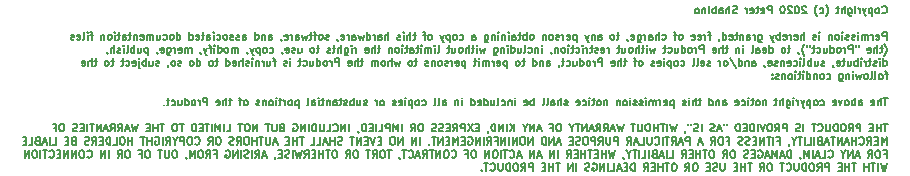
<source format=gbo>
G04 #@! TF.GenerationSoftware,KiCad,Pcbnew,(5.1.5)-3*
G04 #@! TF.CreationDate,2020-01-05T20:33:51-06:00*
G04 #@! TF.ProjectId,tymkrs_vendo,74796d6b-7273-45f7-9665-6e646f2e6b69,V0*
G04 #@! TF.SameCoordinates,Original*
G04 #@! TF.FileFunction,Legend,Bot*
G04 #@! TF.FilePolarity,Positive*
%FSLAX46Y46*%
G04 Gerber Fmt 4.6, Leading zero omitted, Abs format (unit mm)*
G04 Created by KiCad (PCBNEW (5.1.5)-3) date 2020-01-05 20:33:51*
%MOMM*%
%LPD*%
G04 APERTURE LIST*
%ADD10C,0.158750*%
%ADD11C,3.100000*%
%ADD12O,2.100000X2.100000*%
%ADD13R,2.100000X2.100000*%
%ADD14R,1.924000X1.924000*%
%ADD15C,1.924000*%
%ADD16C,4.400000*%
%ADD17O,2.800000X2.000000*%
%ADD18R,2.800000X2.000000*%
G04 APERTURE END LIST*
D10*
X283481764Y-167406410D02*
X283512002Y-167436648D01*
X283602717Y-167466886D01*
X283663193Y-167466886D01*
X283753907Y-167436648D01*
X283814383Y-167376172D01*
X283844622Y-167315696D01*
X283874860Y-167194744D01*
X283874860Y-167104029D01*
X283844622Y-166983077D01*
X283814383Y-166922601D01*
X283753907Y-166862125D01*
X283663193Y-166831886D01*
X283602717Y-166831886D01*
X283512002Y-166862125D01*
X283481764Y-166892363D01*
X283118907Y-167466886D02*
X283179383Y-167436648D01*
X283209622Y-167406410D01*
X283239860Y-167345934D01*
X283239860Y-167164505D01*
X283209622Y-167104029D01*
X283179383Y-167073791D01*
X283118907Y-167043553D01*
X283028193Y-167043553D01*
X282967717Y-167073791D01*
X282937479Y-167104029D01*
X282907241Y-167164505D01*
X282907241Y-167345934D01*
X282937479Y-167406410D01*
X282967717Y-167436648D01*
X283028193Y-167466886D01*
X283118907Y-167466886D01*
X282635098Y-167043553D02*
X282635098Y-167678553D01*
X282635098Y-167073791D02*
X282574622Y-167043553D01*
X282453669Y-167043553D01*
X282393193Y-167073791D01*
X282362955Y-167104029D01*
X282332717Y-167164505D01*
X282332717Y-167345934D01*
X282362955Y-167406410D01*
X282393193Y-167436648D01*
X282453669Y-167466886D01*
X282574622Y-167466886D01*
X282635098Y-167436648D01*
X282121050Y-167043553D02*
X281969860Y-167466886D01*
X281818669Y-167043553D02*
X281969860Y-167466886D01*
X282030336Y-167618077D01*
X282060574Y-167648315D01*
X282121050Y-167678553D01*
X281576764Y-167466886D02*
X281576764Y-167043553D01*
X281576764Y-167164505D02*
X281546526Y-167104029D01*
X281516288Y-167073791D01*
X281455812Y-167043553D01*
X281395336Y-167043553D01*
X281183669Y-167466886D02*
X281183669Y-167043553D01*
X281183669Y-166831886D02*
X281213907Y-166862125D01*
X281183669Y-166892363D01*
X281153431Y-166862125D01*
X281183669Y-166831886D01*
X281183669Y-166892363D01*
X280609145Y-167043553D02*
X280609145Y-167557601D01*
X280639383Y-167618077D01*
X280669622Y-167648315D01*
X280730098Y-167678553D01*
X280820812Y-167678553D01*
X280881288Y-167648315D01*
X280609145Y-167436648D02*
X280669622Y-167466886D01*
X280790574Y-167466886D01*
X280851050Y-167436648D01*
X280881288Y-167406410D01*
X280911526Y-167345934D01*
X280911526Y-167164505D01*
X280881288Y-167104029D01*
X280851050Y-167073791D01*
X280790574Y-167043553D01*
X280669622Y-167043553D01*
X280609145Y-167073791D01*
X280306764Y-167466886D02*
X280306764Y-166831886D01*
X280034622Y-167466886D02*
X280034622Y-167134267D01*
X280064860Y-167073791D01*
X280125336Y-167043553D01*
X280216050Y-167043553D01*
X280276526Y-167073791D01*
X280306764Y-167104029D01*
X279822955Y-167043553D02*
X279581050Y-167043553D01*
X279732241Y-166831886D02*
X279732241Y-167376172D01*
X279702002Y-167436648D01*
X279641526Y-167466886D01*
X279581050Y-167466886D01*
X278704145Y-167708791D02*
X278734383Y-167678553D01*
X278794860Y-167587839D01*
X278825098Y-167527363D01*
X278855336Y-167436648D01*
X278885574Y-167285458D01*
X278885574Y-167164505D01*
X278855336Y-167013315D01*
X278825098Y-166922601D01*
X278794860Y-166862125D01*
X278734383Y-166771410D01*
X278704145Y-166741172D01*
X278190098Y-167436648D02*
X278250574Y-167466886D01*
X278371526Y-167466886D01*
X278432002Y-167436648D01*
X278462241Y-167406410D01*
X278492479Y-167345934D01*
X278492479Y-167164505D01*
X278462241Y-167104029D01*
X278432002Y-167073791D01*
X278371526Y-167043553D01*
X278250574Y-167043553D01*
X278190098Y-167073791D01*
X277978431Y-167708791D02*
X277948193Y-167678553D01*
X277887717Y-167587839D01*
X277857479Y-167527363D01*
X277827241Y-167436648D01*
X277797002Y-167285458D01*
X277797002Y-167164505D01*
X277827241Y-167013315D01*
X277857479Y-166922601D01*
X277887717Y-166862125D01*
X277948193Y-166771410D01*
X277978431Y-166741172D01*
X277041050Y-166892363D02*
X277010812Y-166862125D01*
X276950336Y-166831886D01*
X276799145Y-166831886D01*
X276738669Y-166862125D01*
X276708431Y-166892363D01*
X276678193Y-166952839D01*
X276678193Y-167013315D01*
X276708431Y-167104029D01*
X277071288Y-167466886D01*
X276678193Y-167466886D01*
X276285098Y-166831886D02*
X276224622Y-166831886D01*
X276164145Y-166862125D01*
X276133907Y-166892363D01*
X276103669Y-166952839D01*
X276073431Y-167073791D01*
X276073431Y-167224982D01*
X276103669Y-167345934D01*
X276133907Y-167406410D01*
X276164145Y-167436648D01*
X276224622Y-167466886D01*
X276285098Y-167466886D01*
X276345574Y-167436648D01*
X276375812Y-167406410D01*
X276406050Y-167345934D01*
X276436288Y-167224982D01*
X276436288Y-167073791D01*
X276406050Y-166952839D01*
X276375812Y-166892363D01*
X276345574Y-166862125D01*
X276285098Y-166831886D01*
X275831526Y-166892363D02*
X275801288Y-166862125D01*
X275740812Y-166831886D01*
X275589622Y-166831886D01*
X275529145Y-166862125D01*
X275498907Y-166892363D01*
X275468669Y-166952839D01*
X275468669Y-167013315D01*
X275498907Y-167104029D01*
X275861764Y-167466886D01*
X275468669Y-167466886D01*
X275075574Y-166831886D02*
X275015098Y-166831886D01*
X274954622Y-166862125D01*
X274924383Y-166892363D01*
X274894145Y-166952839D01*
X274863907Y-167073791D01*
X274863907Y-167224982D01*
X274894145Y-167345934D01*
X274924383Y-167406410D01*
X274954622Y-167436648D01*
X275015098Y-167466886D01*
X275075574Y-167466886D01*
X275136050Y-167436648D01*
X275166288Y-167406410D01*
X275196526Y-167345934D01*
X275226764Y-167224982D01*
X275226764Y-167073791D01*
X275196526Y-166952839D01*
X275166288Y-166892363D01*
X275136050Y-166862125D01*
X275075574Y-166831886D01*
X274107955Y-167466886D02*
X274107955Y-166831886D01*
X273866050Y-166831886D01*
X273805574Y-166862125D01*
X273775336Y-166892363D01*
X273745098Y-166952839D01*
X273745098Y-167043553D01*
X273775336Y-167104029D01*
X273805574Y-167134267D01*
X273866050Y-167164505D01*
X274107955Y-167164505D01*
X273231050Y-167436648D02*
X273291526Y-167466886D01*
X273412479Y-167466886D01*
X273472955Y-167436648D01*
X273503193Y-167376172D01*
X273503193Y-167134267D01*
X273472955Y-167073791D01*
X273412479Y-167043553D01*
X273291526Y-167043553D01*
X273231050Y-167073791D01*
X273200812Y-167134267D01*
X273200812Y-167194744D01*
X273503193Y-167255220D01*
X273019383Y-167043553D02*
X272777479Y-167043553D01*
X272928669Y-166831886D02*
X272928669Y-167376172D01*
X272898431Y-167436648D01*
X272837955Y-167466886D01*
X272777479Y-167466886D01*
X272323907Y-167436648D02*
X272384383Y-167466886D01*
X272505336Y-167466886D01*
X272565812Y-167436648D01*
X272596050Y-167376172D01*
X272596050Y-167134267D01*
X272565812Y-167073791D01*
X272505336Y-167043553D01*
X272384383Y-167043553D01*
X272323907Y-167073791D01*
X272293669Y-167134267D01*
X272293669Y-167194744D01*
X272596050Y-167255220D01*
X272021526Y-167466886D02*
X272021526Y-167043553D01*
X272021526Y-167164505D02*
X271991288Y-167104029D01*
X271961050Y-167073791D01*
X271900574Y-167043553D01*
X271840098Y-167043553D01*
X271174860Y-167436648D02*
X271084145Y-167466886D01*
X270932955Y-167466886D01*
X270872479Y-167436648D01*
X270842241Y-167406410D01*
X270812002Y-167345934D01*
X270812002Y-167285458D01*
X270842241Y-167224982D01*
X270872479Y-167194744D01*
X270932955Y-167164505D01*
X271053907Y-167134267D01*
X271114383Y-167104029D01*
X271144622Y-167073791D01*
X271174860Y-167013315D01*
X271174860Y-166952839D01*
X271144622Y-166892363D01*
X271114383Y-166862125D01*
X271053907Y-166831886D01*
X270902717Y-166831886D01*
X270812002Y-166862125D01*
X270539860Y-167466886D02*
X270539860Y-166831886D01*
X270267717Y-167466886D02*
X270267717Y-167134267D01*
X270297955Y-167073791D01*
X270358431Y-167043553D01*
X270449145Y-167043553D01*
X270509622Y-167073791D01*
X270539860Y-167104029D01*
X269693193Y-167466886D02*
X269693193Y-167134267D01*
X269723431Y-167073791D01*
X269783907Y-167043553D01*
X269904860Y-167043553D01*
X269965336Y-167073791D01*
X269693193Y-167436648D02*
X269753669Y-167466886D01*
X269904860Y-167466886D01*
X269965336Y-167436648D01*
X269995574Y-167376172D01*
X269995574Y-167315696D01*
X269965336Y-167255220D01*
X269904860Y-167224982D01*
X269753669Y-167224982D01*
X269693193Y-167194744D01*
X269390812Y-167466886D02*
X269390812Y-166831886D01*
X269390812Y-167073791D02*
X269330336Y-167043553D01*
X269209383Y-167043553D01*
X269148907Y-167073791D01*
X269118669Y-167104029D01*
X269088431Y-167164505D01*
X269088431Y-167345934D01*
X269118669Y-167406410D01*
X269148907Y-167436648D01*
X269209383Y-167466886D01*
X269330336Y-167466886D01*
X269390812Y-167436648D01*
X268816288Y-167466886D02*
X268816288Y-167043553D01*
X268816288Y-166831886D02*
X268846526Y-166862125D01*
X268816288Y-166892363D01*
X268786050Y-166862125D01*
X268816288Y-166831886D01*
X268816288Y-166892363D01*
X268513907Y-167043553D02*
X268513907Y-167466886D01*
X268513907Y-167104029D02*
X268483669Y-167073791D01*
X268423193Y-167043553D01*
X268332479Y-167043553D01*
X268272002Y-167073791D01*
X268241764Y-167134267D01*
X268241764Y-167466886D01*
X267848669Y-167466886D02*
X267909145Y-167436648D01*
X267939383Y-167406410D01*
X267969622Y-167345934D01*
X267969622Y-167164505D01*
X267939383Y-167104029D01*
X267909145Y-167073791D01*
X267848669Y-167043553D01*
X267757955Y-167043553D01*
X267697479Y-167073791D01*
X267667241Y-167104029D01*
X267637002Y-167164505D01*
X267637002Y-167345934D01*
X267667241Y-167406410D01*
X267697479Y-167436648D01*
X267757955Y-167466886D01*
X267848669Y-167466886D01*
X283844622Y-169689386D02*
X283844622Y-169054386D01*
X283602717Y-169054386D01*
X283542241Y-169084625D01*
X283512002Y-169114863D01*
X283481764Y-169175339D01*
X283481764Y-169266053D01*
X283512002Y-169326529D01*
X283542241Y-169356767D01*
X283602717Y-169387005D01*
X283844622Y-169387005D01*
X282967717Y-169659148D02*
X283028193Y-169689386D01*
X283149145Y-169689386D01*
X283209622Y-169659148D01*
X283239860Y-169598672D01*
X283239860Y-169356767D01*
X283209622Y-169296291D01*
X283149145Y-169266053D01*
X283028193Y-169266053D01*
X282967717Y-169296291D01*
X282937479Y-169356767D01*
X282937479Y-169417244D01*
X283239860Y-169477720D01*
X282665336Y-169689386D02*
X282665336Y-169266053D01*
X282665336Y-169387005D02*
X282635098Y-169326529D01*
X282604860Y-169296291D01*
X282544383Y-169266053D01*
X282483907Y-169266053D01*
X282272241Y-169689386D02*
X282272241Y-169266053D01*
X282272241Y-169326529D02*
X282242002Y-169296291D01*
X282181526Y-169266053D01*
X282090812Y-169266053D01*
X282030336Y-169296291D01*
X282000098Y-169356767D01*
X282000098Y-169689386D01*
X282000098Y-169356767D02*
X281969860Y-169296291D01*
X281909383Y-169266053D01*
X281818669Y-169266053D01*
X281758193Y-169296291D01*
X281727955Y-169356767D01*
X281727955Y-169689386D01*
X281425574Y-169689386D02*
X281425574Y-169266053D01*
X281425574Y-169054386D02*
X281455812Y-169084625D01*
X281425574Y-169114863D01*
X281395336Y-169084625D01*
X281425574Y-169054386D01*
X281425574Y-169114863D01*
X281153431Y-169659148D02*
X281092955Y-169689386D01*
X280972002Y-169689386D01*
X280911526Y-169659148D01*
X280881288Y-169598672D01*
X280881288Y-169568434D01*
X280911526Y-169507958D01*
X280972002Y-169477720D01*
X281062717Y-169477720D01*
X281123193Y-169447482D01*
X281153431Y-169387005D01*
X281153431Y-169356767D01*
X281123193Y-169296291D01*
X281062717Y-169266053D01*
X280972002Y-169266053D01*
X280911526Y-169296291D01*
X280639383Y-169659148D02*
X280578907Y-169689386D01*
X280457955Y-169689386D01*
X280397479Y-169659148D01*
X280367241Y-169598672D01*
X280367241Y-169568434D01*
X280397479Y-169507958D01*
X280457955Y-169477720D01*
X280548669Y-169477720D01*
X280609145Y-169447482D01*
X280639383Y-169387005D01*
X280639383Y-169356767D01*
X280609145Y-169296291D01*
X280548669Y-169266053D01*
X280457955Y-169266053D01*
X280397479Y-169296291D01*
X280095098Y-169689386D02*
X280095098Y-169266053D01*
X280095098Y-169054386D02*
X280125336Y-169084625D01*
X280095098Y-169114863D01*
X280064860Y-169084625D01*
X280095098Y-169054386D01*
X280095098Y-169114863D01*
X279702002Y-169689386D02*
X279762479Y-169659148D01*
X279792717Y-169628910D01*
X279822955Y-169568434D01*
X279822955Y-169387005D01*
X279792717Y-169326529D01*
X279762479Y-169296291D01*
X279702002Y-169266053D01*
X279611288Y-169266053D01*
X279550812Y-169296291D01*
X279520574Y-169326529D01*
X279490336Y-169387005D01*
X279490336Y-169568434D01*
X279520574Y-169628910D01*
X279550812Y-169659148D01*
X279611288Y-169689386D01*
X279702002Y-169689386D01*
X279218193Y-169266053D02*
X279218193Y-169689386D01*
X279218193Y-169326529D02*
X279187955Y-169296291D01*
X279127479Y-169266053D01*
X279036764Y-169266053D01*
X278976288Y-169296291D01*
X278946050Y-169356767D01*
X278946050Y-169689386D01*
X278159860Y-169689386D02*
X278159860Y-169266053D01*
X278159860Y-169054386D02*
X278190098Y-169084625D01*
X278159860Y-169114863D01*
X278129622Y-169084625D01*
X278159860Y-169054386D01*
X278159860Y-169114863D01*
X277887717Y-169659148D02*
X277827241Y-169689386D01*
X277706288Y-169689386D01*
X277645812Y-169659148D01*
X277615574Y-169598672D01*
X277615574Y-169568434D01*
X277645812Y-169507958D01*
X277706288Y-169477720D01*
X277797002Y-169477720D01*
X277857479Y-169447482D01*
X277887717Y-169387005D01*
X277887717Y-169356767D01*
X277857479Y-169296291D01*
X277797002Y-169266053D01*
X277706288Y-169266053D01*
X277645812Y-169296291D01*
X276859622Y-169689386D02*
X276859622Y-169054386D01*
X276587479Y-169689386D02*
X276587479Y-169356767D01*
X276617717Y-169296291D01*
X276678193Y-169266053D01*
X276768907Y-169266053D01*
X276829383Y-169296291D01*
X276859622Y-169326529D01*
X276043193Y-169659148D02*
X276103669Y-169689386D01*
X276224622Y-169689386D01*
X276285098Y-169659148D01*
X276315336Y-169598672D01*
X276315336Y-169356767D01*
X276285098Y-169296291D01*
X276224622Y-169266053D01*
X276103669Y-169266053D01*
X276043193Y-169296291D01*
X276012955Y-169356767D01*
X276012955Y-169417244D01*
X276315336Y-169477720D01*
X275740812Y-169689386D02*
X275740812Y-169266053D01*
X275740812Y-169387005D02*
X275710574Y-169326529D01*
X275680336Y-169296291D01*
X275619860Y-169266053D01*
X275559383Y-169266053D01*
X275105812Y-169659148D02*
X275166288Y-169689386D01*
X275287241Y-169689386D01*
X275347717Y-169659148D01*
X275377955Y-169598672D01*
X275377955Y-169356767D01*
X275347717Y-169296291D01*
X275287241Y-169266053D01*
X275166288Y-169266053D01*
X275105812Y-169296291D01*
X275075574Y-169356767D01*
X275075574Y-169417244D01*
X275377955Y-169477720D01*
X274803431Y-169689386D02*
X274803431Y-169054386D01*
X274803431Y-169296291D02*
X274742955Y-169266053D01*
X274622002Y-169266053D01*
X274561526Y-169296291D01*
X274531288Y-169326529D01*
X274501050Y-169387005D01*
X274501050Y-169568434D01*
X274531288Y-169628910D01*
X274561526Y-169659148D01*
X274622002Y-169689386D01*
X274742955Y-169689386D01*
X274803431Y-169659148D01*
X274289383Y-169266053D02*
X274138193Y-169689386D01*
X273987002Y-169266053D02*
X274138193Y-169689386D01*
X274198669Y-169840577D01*
X274228907Y-169870815D01*
X274289383Y-169901053D01*
X272989145Y-169266053D02*
X272989145Y-169780101D01*
X273019383Y-169840577D01*
X273049622Y-169870815D01*
X273110098Y-169901053D01*
X273200812Y-169901053D01*
X273261288Y-169870815D01*
X272989145Y-169659148D02*
X273049622Y-169689386D01*
X273170574Y-169689386D01*
X273231050Y-169659148D01*
X273261288Y-169628910D01*
X273291526Y-169568434D01*
X273291526Y-169387005D01*
X273261288Y-169326529D01*
X273231050Y-169296291D01*
X273170574Y-169266053D01*
X273049622Y-169266053D01*
X272989145Y-169296291D01*
X272686764Y-169689386D02*
X272686764Y-169266053D01*
X272686764Y-169387005D02*
X272656526Y-169326529D01*
X272626288Y-169296291D01*
X272565812Y-169266053D01*
X272505336Y-169266053D01*
X272021526Y-169689386D02*
X272021526Y-169356767D01*
X272051764Y-169296291D01*
X272112241Y-169266053D01*
X272233193Y-169266053D01*
X272293669Y-169296291D01*
X272021526Y-169659148D02*
X272082002Y-169689386D01*
X272233193Y-169689386D01*
X272293669Y-169659148D01*
X272323907Y-169598672D01*
X272323907Y-169538196D01*
X272293669Y-169477720D01*
X272233193Y-169447482D01*
X272082002Y-169447482D01*
X272021526Y-169417244D01*
X271719145Y-169266053D02*
X271719145Y-169689386D01*
X271719145Y-169326529D02*
X271688907Y-169296291D01*
X271628431Y-169266053D01*
X271537717Y-169266053D01*
X271477241Y-169296291D01*
X271447002Y-169356767D01*
X271447002Y-169689386D01*
X271235336Y-169266053D02*
X270993431Y-169266053D01*
X271144622Y-169054386D02*
X271144622Y-169598672D01*
X271114383Y-169659148D01*
X271053907Y-169689386D01*
X270993431Y-169689386D01*
X270539860Y-169659148D02*
X270600336Y-169689386D01*
X270721288Y-169689386D01*
X270781764Y-169659148D01*
X270812002Y-169598672D01*
X270812002Y-169356767D01*
X270781764Y-169296291D01*
X270721288Y-169266053D01*
X270600336Y-169266053D01*
X270539860Y-169296291D01*
X270509622Y-169356767D01*
X270509622Y-169417244D01*
X270812002Y-169477720D01*
X269965336Y-169689386D02*
X269965336Y-169054386D01*
X269965336Y-169659148D02*
X270025812Y-169689386D01*
X270146764Y-169689386D01*
X270207241Y-169659148D01*
X270237479Y-169628910D01*
X270267717Y-169568434D01*
X270267717Y-169387005D01*
X270237479Y-169326529D01*
X270207241Y-169296291D01*
X270146764Y-169266053D01*
X270025812Y-169266053D01*
X269965336Y-169296291D01*
X269632717Y-169659148D02*
X269632717Y-169689386D01*
X269662955Y-169749863D01*
X269693193Y-169780101D01*
X268967479Y-169266053D02*
X268725574Y-169266053D01*
X268876764Y-169689386D02*
X268876764Y-169145101D01*
X268846526Y-169084625D01*
X268786050Y-169054386D01*
X268725574Y-169054386D01*
X268513907Y-169689386D02*
X268513907Y-169266053D01*
X268513907Y-169387005D02*
X268483669Y-169326529D01*
X268453431Y-169296291D01*
X268392955Y-169266053D01*
X268332479Y-169266053D01*
X267878907Y-169659148D02*
X267939383Y-169689386D01*
X268060336Y-169689386D01*
X268120812Y-169659148D01*
X268151050Y-169598672D01*
X268151050Y-169356767D01*
X268120812Y-169296291D01*
X268060336Y-169266053D01*
X267939383Y-169266053D01*
X267878907Y-169296291D01*
X267848669Y-169356767D01*
X267848669Y-169417244D01*
X268151050Y-169477720D01*
X267334622Y-169659148D02*
X267395098Y-169689386D01*
X267516050Y-169689386D01*
X267576526Y-169659148D01*
X267606764Y-169598672D01*
X267606764Y-169356767D01*
X267576526Y-169296291D01*
X267516050Y-169266053D01*
X267395098Y-169266053D01*
X267334622Y-169296291D01*
X267304383Y-169356767D01*
X267304383Y-169417244D01*
X267606764Y-169477720D01*
X266457717Y-169689386D02*
X266518193Y-169659148D01*
X266548431Y-169628910D01*
X266578669Y-169568434D01*
X266578669Y-169387005D01*
X266548431Y-169326529D01*
X266518193Y-169296291D01*
X266457717Y-169266053D01*
X266367002Y-169266053D01*
X266306526Y-169296291D01*
X266276288Y-169326529D01*
X266246050Y-169387005D01*
X266246050Y-169568434D01*
X266276288Y-169628910D01*
X266306526Y-169659148D01*
X266367002Y-169689386D01*
X266457717Y-169689386D01*
X266064622Y-169266053D02*
X265822717Y-169266053D01*
X265973907Y-169689386D02*
X265973907Y-169145101D01*
X265943669Y-169084625D01*
X265883193Y-169054386D01*
X265822717Y-169054386D01*
X264855098Y-169659148D02*
X264915574Y-169689386D01*
X265036526Y-169689386D01*
X265097002Y-169659148D01*
X265127241Y-169628910D01*
X265157479Y-169568434D01*
X265157479Y-169387005D01*
X265127241Y-169326529D01*
X265097002Y-169296291D01*
X265036526Y-169266053D01*
X264915574Y-169266053D01*
X264855098Y-169296291D01*
X264582955Y-169689386D02*
X264582955Y-169054386D01*
X264310812Y-169689386D02*
X264310812Y-169356767D01*
X264341050Y-169296291D01*
X264401526Y-169266053D01*
X264492241Y-169266053D01*
X264552717Y-169296291D01*
X264582955Y-169326529D01*
X263736288Y-169689386D02*
X263736288Y-169356767D01*
X263766526Y-169296291D01*
X263827002Y-169266053D01*
X263947955Y-169266053D01*
X264008431Y-169296291D01*
X263736288Y-169659148D02*
X263796764Y-169689386D01*
X263947955Y-169689386D01*
X264008431Y-169659148D01*
X264038669Y-169598672D01*
X264038669Y-169538196D01*
X264008431Y-169477720D01*
X263947955Y-169447482D01*
X263796764Y-169447482D01*
X263736288Y-169417244D01*
X263433907Y-169689386D02*
X263433907Y-169266053D01*
X263433907Y-169387005D02*
X263403669Y-169326529D01*
X263373431Y-169296291D01*
X263312955Y-169266053D01*
X263252479Y-169266053D01*
X262768669Y-169266053D02*
X262768669Y-169780101D01*
X262798907Y-169840577D01*
X262829145Y-169870815D01*
X262889622Y-169901053D01*
X262980336Y-169901053D01*
X263040812Y-169870815D01*
X262768669Y-169659148D02*
X262829145Y-169689386D01*
X262950098Y-169689386D01*
X263010574Y-169659148D01*
X263040812Y-169628910D01*
X263071050Y-169568434D01*
X263071050Y-169387005D01*
X263040812Y-169326529D01*
X263010574Y-169296291D01*
X262950098Y-169266053D01*
X262829145Y-169266053D01*
X262768669Y-169296291D01*
X262224383Y-169659148D02*
X262284860Y-169689386D01*
X262405812Y-169689386D01*
X262466288Y-169659148D01*
X262496526Y-169598672D01*
X262496526Y-169356767D01*
X262466288Y-169296291D01*
X262405812Y-169266053D01*
X262284860Y-169266053D01*
X262224383Y-169296291D01*
X262194145Y-169356767D01*
X262194145Y-169417244D01*
X262496526Y-169477720D01*
X261891764Y-169659148D02*
X261891764Y-169689386D01*
X261922002Y-169749863D01*
X261952241Y-169780101D01*
X261226526Y-169266053D02*
X260984622Y-169266053D01*
X261135812Y-169054386D02*
X261135812Y-169598672D01*
X261105574Y-169659148D01*
X261045098Y-169689386D01*
X260984622Y-169689386D01*
X260682241Y-169689386D02*
X260742717Y-169659148D01*
X260772955Y-169628910D01*
X260803193Y-169568434D01*
X260803193Y-169387005D01*
X260772955Y-169326529D01*
X260742717Y-169296291D01*
X260682241Y-169266053D01*
X260591526Y-169266053D01*
X260531050Y-169296291D01*
X260500812Y-169326529D01*
X260470574Y-169387005D01*
X260470574Y-169568434D01*
X260500812Y-169628910D01*
X260531050Y-169659148D01*
X260591526Y-169689386D01*
X260682241Y-169689386D01*
X259442479Y-169689386D02*
X259442479Y-169356767D01*
X259472717Y-169296291D01*
X259533193Y-169266053D01*
X259654145Y-169266053D01*
X259714622Y-169296291D01*
X259442479Y-169659148D02*
X259502955Y-169689386D01*
X259654145Y-169689386D01*
X259714622Y-169659148D01*
X259744860Y-169598672D01*
X259744860Y-169538196D01*
X259714622Y-169477720D01*
X259654145Y-169447482D01*
X259502955Y-169447482D01*
X259442479Y-169417244D01*
X259140098Y-169266053D02*
X259140098Y-169689386D01*
X259140098Y-169326529D02*
X259109860Y-169296291D01*
X259049383Y-169266053D01*
X258958669Y-169266053D01*
X258898193Y-169296291D01*
X258867955Y-169356767D01*
X258867955Y-169689386D01*
X258626050Y-169266053D02*
X258474860Y-169689386D01*
X258323669Y-169266053D02*
X258474860Y-169689386D01*
X258535336Y-169840577D01*
X258565574Y-169870815D01*
X258626050Y-169901053D01*
X257597955Y-169266053D02*
X257597955Y-169901053D01*
X257597955Y-169296291D02*
X257537479Y-169266053D01*
X257416526Y-169266053D01*
X257356050Y-169296291D01*
X257325812Y-169326529D01*
X257295574Y-169387005D01*
X257295574Y-169568434D01*
X257325812Y-169628910D01*
X257356050Y-169659148D01*
X257416526Y-169689386D01*
X257537479Y-169689386D01*
X257597955Y-169659148D01*
X256781526Y-169659148D02*
X256842002Y-169689386D01*
X256962955Y-169689386D01*
X257023431Y-169659148D01*
X257053669Y-169598672D01*
X257053669Y-169356767D01*
X257023431Y-169296291D01*
X256962955Y-169266053D01*
X256842002Y-169266053D01*
X256781526Y-169296291D01*
X256751288Y-169356767D01*
X256751288Y-169417244D01*
X257053669Y-169477720D01*
X256479145Y-169689386D02*
X256479145Y-169266053D01*
X256479145Y-169387005D02*
X256448907Y-169326529D01*
X256418669Y-169296291D01*
X256358193Y-169266053D01*
X256297717Y-169266053D01*
X256116288Y-169659148D02*
X256055812Y-169689386D01*
X255934860Y-169689386D01*
X255874383Y-169659148D01*
X255844145Y-169598672D01*
X255844145Y-169568434D01*
X255874383Y-169507958D01*
X255934860Y-169477720D01*
X256025574Y-169477720D01*
X256086050Y-169447482D01*
X256116288Y-169387005D01*
X256116288Y-169356767D01*
X256086050Y-169296291D01*
X256025574Y-169266053D01*
X255934860Y-169266053D01*
X255874383Y-169296291D01*
X255481288Y-169689386D02*
X255541764Y-169659148D01*
X255572002Y-169628910D01*
X255602241Y-169568434D01*
X255602241Y-169387005D01*
X255572002Y-169326529D01*
X255541764Y-169296291D01*
X255481288Y-169266053D01*
X255390574Y-169266053D01*
X255330098Y-169296291D01*
X255299860Y-169326529D01*
X255269622Y-169387005D01*
X255269622Y-169568434D01*
X255299860Y-169628910D01*
X255330098Y-169659148D01*
X255390574Y-169689386D01*
X255481288Y-169689386D01*
X254997479Y-169266053D02*
X254997479Y-169689386D01*
X254997479Y-169326529D02*
X254967241Y-169296291D01*
X254906764Y-169266053D01*
X254816050Y-169266053D01*
X254755574Y-169296291D01*
X254725336Y-169356767D01*
X254725336Y-169689386D01*
X253848431Y-169689386D02*
X253908907Y-169659148D01*
X253939145Y-169628910D01*
X253969383Y-169568434D01*
X253969383Y-169387005D01*
X253939145Y-169326529D01*
X253908907Y-169296291D01*
X253848431Y-169266053D01*
X253757717Y-169266053D01*
X253697241Y-169296291D01*
X253667002Y-169326529D01*
X253636764Y-169387005D01*
X253636764Y-169568434D01*
X253667002Y-169628910D01*
X253697241Y-169659148D01*
X253757717Y-169689386D01*
X253848431Y-169689386D01*
X253364622Y-169689386D02*
X253364622Y-169054386D01*
X253364622Y-169296291D02*
X253304145Y-169266053D01*
X253183193Y-169266053D01*
X253122717Y-169296291D01*
X253092479Y-169326529D01*
X253062241Y-169387005D01*
X253062241Y-169568434D01*
X253092479Y-169628910D01*
X253122717Y-169659148D01*
X253183193Y-169689386D01*
X253304145Y-169689386D01*
X253364622Y-169659148D01*
X252880812Y-169266053D02*
X252638907Y-169266053D01*
X252790098Y-169054386D02*
X252790098Y-169598672D01*
X252759860Y-169659148D01*
X252699383Y-169689386D01*
X252638907Y-169689386D01*
X252155098Y-169689386D02*
X252155098Y-169356767D01*
X252185336Y-169296291D01*
X252245812Y-169266053D01*
X252366764Y-169266053D01*
X252427241Y-169296291D01*
X252155098Y-169659148D02*
X252215574Y-169689386D01*
X252366764Y-169689386D01*
X252427241Y-169659148D01*
X252457479Y-169598672D01*
X252457479Y-169538196D01*
X252427241Y-169477720D01*
X252366764Y-169447482D01*
X252215574Y-169447482D01*
X252155098Y-169417244D01*
X251852717Y-169689386D02*
X251852717Y-169266053D01*
X251852717Y-169054386D02*
X251882955Y-169084625D01*
X251852717Y-169114863D01*
X251822479Y-169084625D01*
X251852717Y-169054386D01*
X251852717Y-169114863D01*
X251550336Y-169266053D02*
X251550336Y-169689386D01*
X251550336Y-169326529D02*
X251520098Y-169296291D01*
X251459622Y-169266053D01*
X251368907Y-169266053D01*
X251308431Y-169296291D01*
X251278193Y-169356767D01*
X251278193Y-169689386D01*
X250975812Y-169689386D02*
X250975812Y-169266053D01*
X250975812Y-169054386D02*
X251006050Y-169084625D01*
X250975812Y-169114863D01*
X250945574Y-169084625D01*
X250975812Y-169054386D01*
X250975812Y-169114863D01*
X250673431Y-169266053D02*
X250673431Y-169689386D01*
X250673431Y-169326529D02*
X250643193Y-169296291D01*
X250582717Y-169266053D01*
X250492002Y-169266053D01*
X250431526Y-169296291D01*
X250401288Y-169356767D01*
X250401288Y-169689386D01*
X249826764Y-169266053D02*
X249826764Y-169780101D01*
X249857002Y-169840577D01*
X249887241Y-169870815D01*
X249947717Y-169901053D01*
X250038431Y-169901053D01*
X250098907Y-169870815D01*
X249826764Y-169659148D02*
X249887241Y-169689386D01*
X250008193Y-169689386D01*
X250068669Y-169659148D01*
X250098907Y-169628910D01*
X250129145Y-169568434D01*
X250129145Y-169387005D01*
X250098907Y-169326529D01*
X250068669Y-169296291D01*
X250008193Y-169266053D01*
X249887241Y-169266053D01*
X249826764Y-169296291D01*
X248768431Y-169689386D02*
X248768431Y-169356767D01*
X248798669Y-169296291D01*
X248859145Y-169266053D01*
X248980098Y-169266053D01*
X249040574Y-169296291D01*
X248768431Y-169659148D02*
X248828907Y-169689386D01*
X248980098Y-169689386D01*
X249040574Y-169659148D01*
X249070812Y-169598672D01*
X249070812Y-169538196D01*
X249040574Y-169477720D01*
X248980098Y-169447482D01*
X248828907Y-169447482D01*
X248768431Y-169417244D01*
X247710098Y-169659148D02*
X247770574Y-169689386D01*
X247891526Y-169689386D01*
X247952002Y-169659148D01*
X247982241Y-169628910D01*
X248012479Y-169568434D01*
X248012479Y-169387005D01*
X247982241Y-169326529D01*
X247952002Y-169296291D01*
X247891526Y-169266053D01*
X247770574Y-169266053D01*
X247710098Y-169296291D01*
X247347241Y-169689386D02*
X247407717Y-169659148D01*
X247437955Y-169628910D01*
X247468193Y-169568434D01*
X247468193Y-169387005D01*
X247437955Y-169326529D01*
X247407717Y-169296291D01*
X247347241Y-169266053D01*
X247256526Y-169266053D01*
X247196050Y-169296291D01*
X247165812Y-169326529D01*
X247135574Y-169387005D01*
X247135574Y-169568434D01*
X247165812Y-169628910D01*
X247196050Y-169659148D01*
X247256526Y-169689386D01*
X247347241Y-169689386D01*
X246863431Y-169266053D02*
X246863431Y-169901053D01*
X246863431Y-169296291D02*
X246802955Y-169266053D01*
X246682002Y-169266053D01*
X246621526Y-169296291D01*
X246591288Y-169326529D01*
X246561050Y-169387005D01*
X246561050Y-169568434D01*
X246591288Y-169628910D01*
X246621526Y-169659148D01*
X246682002Y-169689386D01*
X246802955Y-169689386D01*
X246863431Y-169659148D01*
X246349383Y-169266053D02*
X246198193Y-169689386D01*
X246047002Y-169266053D02*
X246198193Y-169689386D01*
X246258669Y-169840577D01*
X246288907Y-169870815D01*
X246349383Y-169901053D01*
X245230574Y-169689386D02*
X245291050Y-169659148D01*
X245321288Y-169628910D01*
X245351526Y-169568434D01*
X245351526Y-169387005D01*
X245321288Y-169326529D01*
X245291050Y-169296291D01*
X245230574Y-169266053D01*
X245139860Y-169266053D01*
X245079383Y-169296291D01*
X245049145Y-169326529D01*
X245018907Y-169387005D01*
X245018907Y-169568434D01*
X245049145Y-169628910D01*
X245079383Y-169659148D01*
X245139860Y-169689386D01*
X245230574Y-169689386D01*
X244837479Y-169266053D02*
X244595574Y-169266053D01*
X244746764Y-169689386D02*
X244746764Y-169145101D01*
X244716526Y-169084625D01*
X244656050Y-169054386D01*
X244595574Y-169054386D01*
X243990812Y-169266053D02*
X243748907Y-169266053D01*
X243900098Y-169054386D02*
X243900098Y-169598672D01*
X243869860Y-169659148D01*
X243809383Y-169689386D01*
X243748907Y-169689386D01*
X243537241Y-169689386D02*
X243537241Y-169054386D01*
X243265098Y-169689386D02*
X243265098Y-169356767D01*
X243295336Y-169296291D01*
X243355812Y-169266053D01*
X243446526Y-169266053D01*
X243507002Y-169296291D01*
X243537241Y-169326529D01*
X242962717Y-169689386D02*
X242962717Y-169266053D01*
X242962717Y-169054386D02*
X242992955Y-169084625D01*
X242962717Y-169114863D01*
X242932479Y-169084625D01*
X242962717Y-169054386D01*
X242962717Y-169114863D01*
X242690574Y-169659148D02*
X242630098Y-169689386D01*
X242509145Y-169689386D01*
X242448669Y-169659148D01*
X242418431Y-169598672D01*
X242418431Y-169568434D01*
X242448669Y-169507958D01*
X242509145Y-169477720D01*
X242599860Y-169477720D01*
X242660336Y-169447482D01*
X242690574Y-169387005D01*
X242690574Y-169356767D01*
X242660336Y-169296291D01*
X242599860Y-169266053D01*
X242509145Y-169266053D01*
X242448669Y-169296291D01*
X241662479Y-169689386D02*
X241662479Y-169054386D01*
X241390336Y-169689386D02*
X241390336Y-169356767D01*
X241420574Y-169296291D01*
X241481050Y-169266053D01*
X241571764Y-169266053D01*
X241632241Y-169296291D01*
X241662479Y-169326529D01*
X240815812Y-169689386D02*
X240815812Y-169356767D01*
X240846050Y-169296291D01*
X240906526Y-169266053D01*
X241027479Y-169266053D01*
X241087955Y-169296291D01*
X240815812Y-169659148D02*
X240876288Y-169689386D01*
X241027479Y-169689386D01*
X241087955Y-169659148D01*
X241118193Y-169598672D01*
X241118193Y-169538196D01*
X241087955Y-169477720D01*
X241027479Y-169447482D01*
X240876288Y-169447482D01*
X240815812Y-169417244D01*
X240513431Y-169689386D02*
X240513431Y-169266053D01*
X240513431Y-169387005D02*
X240483193Y-169326529D01*
X240452955Y-169296291D01*
X240392479Y-169266053D01*
X240332002Y-169266053D01*
X239848193Y-169689386D02*
X239848193Y-169054386D01*
X239848193Y-169659148D02*
X239908669Y-169689386D01*
X240029622Y-169689386D01*
X240090098Y-169659148D01*
X240120336Y-169628910D01*
X240150574Y-169568434D01*
X240150574Y-169387005D01*
X240120336Y-169326529D01*
X240090098Y-169296291D01*
X240029622Y-169266053D01*
X239908669Y-169266053D01*
X239848193Y-169296291D01*
X239606288Y-169266053D02*
X239485336Y-169689386D01*
X239364383Y-169387005D01*
X239243431Y-169689386D01*
X239122479Y-169266053D01*
X238608431Y-169689386D02*
X238608431Y-169356767D01*
X238638669Y-169296291D01*
X238699145Y-169266053D01*
X238820098Y-169266053D01*
X238880574Y-169296291D01*
X238608431Y-169659148D02*
X238668907Y-169689386D01*
X238820098Y-169689386D01*
X238880574Y-169659148D01*
X238910812Y-169598672D01*
X238910812Y-169538196D01*
X238880574Y-169477720D01*
X238820098Y-169447482D01*
X238668907Y-169447482D01*
X238608431Y-169417244D01*
X238306050Y-169689386D02*
X238306050Y-169266053D01*
X238306050Y-169387005D02*
X238275812Y-169326529D01*
X238245574Y-169296291D01*
X238185098Y-169266053D01*
X238124622Y-169266053D01*
X237671050Y-169659148D02*
X237731526Y-169689386D01*
X237852479Y-169689386D01*
X237912955Y-169659148D01*
X237943193Y-169598672D01*
X237943193Y-169356767D01*
X237912955Y-169296291D01*
X237852479Y-169266053D01*
X237731526Y-169266053D01*
X237671050Y-169296291D01*
X237640812Y-169356767D01*
X237640812Y-169417244D01*
X237943193Y-169477720D01*
X237338431Y-169659148D02*
X237338431Y-169689386D01*
X237368669Y-169749863D01*
X237398907Y-169780101D01*
X236612717Y-169659148D02*
X236552241Y-169689386D01*
X236431288Y-169689386D01*
X236370812Y-169659148D01*
X236340574Y-169598672D01*
X236340574Y-169568434D01*
X236370812Y-169507958D01*
X236431288Y-169477720D01*
X236522002Y-169477720D01*
X236582479Y-169447482D01*
X236612717Y-169387005D01*
X236612717Y-169356767D01*
X236582479Y-169296291D01*
X236522002Y-169266053D01*
X236431288Y-169266053D01*
X236370812Y-169296291D01*
X235977717Y-169689386D02*
X236038193Y-169659148D01*
X236068431Y-169628910D01*
X236098669Y-169568434D01*
X236098669Y-169387005D01*
X236068431Y-169326529D01*
X236038193Y-169296291D01*
X235977717Y-169266053D01*
X235887002Y-169266053D01*
X235826526Y-169296291D01*
X235796288Y-169326529D01*
X235766050Y-169387005D01*
X235766050Y-169568434D01*
X235796288Y-169628910D01*
X235826526Y-169659148D01*
X235887002Y-169689386D01*
X235977717Y-169689386D01*
X235584622Y-169266053D02*
X235342717Y-169266053D01*
X235493907Y-169689386D02*
X235493907Y-169145101D01*
X235463669Y-169084625D01*
X235403193Y-169054386D01*
X235342717Y-169054386D01*
X235221764Y-169266053D02*
X234979860Y-169266053D01*
X235131050Y-169054386D02*
X235131050Y-169598672D01*
X235100812Y-169659148D01*
X235040336Y-169689386D01*
X234979860Y-169689386D01*
X234828669Y-169266053D02*
X234707717Y-169689386D01*
X234586764Y-169387005D01*
X234465812Y-169689386D01*
X234344860Y-169266053D01*
X233830812Y-169689386D02*
X233830812Y-169356767D01*
X233861050Y-169296291D01*
X233921526Y-169266053D01*
X234042479Y-169266053D01*
X234102955Y-169296291D01*
X233830812Y-169659148D02*
X233891288Y-169689386D01*
X234042479Y-169689386D01*
X234102955Y-169659148D01*
X234133193Y-169598672D01*
X234133193Y-169538196D01*
X234102955Y-169477720D01*
X234042479Y-169447482D01*
X233891288Y-169447482D01*
X233830812Y-169417244D01*
X233528431Y-169689386D02*
X233528431Y-169266053D01*
X233528431Y-169387005D02*
X233498193Y-169326529D01*
X233467955Y-169296291D01*
X233407479Y-169266053D01*
X233347002Y-169266053D01*
X232893431Y-169659148D02*
X232953907Y-169689386D01*
X233074860Y-169689386D01*
X233135336Y-169659148D01*
X233165574Y-169598672D01*
X233165574Y-169356767D01*
X233135336Y-169296291D01*
X233074860Y-169266053D01*
X232953907Y-169266053D01*
X232893431Y-169296291D01*
X232863193Y-169356767D01*
X232863193Y-169417244D01*
X233165574Y-169477720D01*
X232560812Y-169659148D02*
X232560812Y-169689386D01*
X232591050Y-169749863D01*
X232621288Y-169780101D01*
X231532717Y-169689386D02*
X231532717Y-169356767D01*
X231562955Y-169296291D01*
X231623431Y-169266053D01*
X231744383Y-169266053D01*
X231804860Y-169296291D01*
X231532717Y-169659148D02*
X231593193Y-169689386D01*
X231744383Y-169689386D01*
X231804860Y-169659148D01*
X231835098Y-169598672D01*
X231835098Y-169538196D01*
X231804860Y-169477720D01*
X231744383Y-169447482D01*
X231593193Y-169447482D01*
X231532717Y-169417244D01*
X231230336Y-169266053D02*
X231230336Y-169689386D01*
X231230336Y-169326529D02*
X231200098Y-169296291D01*
X231139622Y-169266053D01*
X231048907Y-169266053D01*
X230988431Y-169296291D01*
X230958193Y-169356767D01*
X230958193Y-169689386D01*
X230383669Y-169689386D02*
X230383669Y-169054386D01*
X230383669Y-169659148D02*
X230444145Y-169689386D01*
X230565098Y-169689386D01*
X230625574Y-169659148D01*
X230655812Y-169628910D01*
X230686050Y-169568434D01*
X230686050Y-169387005D01*
X230655812Y-169326529D01*
X230625574Y-169296291D01*
X230565098Y-169266053D01*
X230444145Y-169266053D01*
X230383669Y-169296291D01*
X229325336Y-169689386D02*
X229325336Y-169356767D01*
X229355574Y-169296291D01*
X229416050Y-169266053D01*
X229537002Y-169266053D01*
X229597479Y-169296291D01*
X229325336Y-169659148D02*
X229385812Y-169689386D01*
X229537002Y-169689386D01*
X229597479Y-169659148D01*
X229627717Y-169598672D01*
X229627717Y-169538196D01*
X229597479Y-169477720D01*
X229537002Y-169447482D01*
X229385812Y-169447482D01*
X229325336Y-169417244D01*
X229053193Y-169659148D02*
X228992717Y-169689386D01*
X228871764Y-169689386D01*
X228811288Y-169659148D01*
X228781050Y-169598672D01*
X228781050Y-169568434D01*
X228811288Y-169507958D01*
X228871764Y-169477720D01*
X228962479Y-169477720D01*
X229022955Y-169447482D01*
X229053193Y-169387005D01*
X229053193Y-169356767D01*
X229022955Y-169296291D01*
X228962479Y-169266053D01*
X228871764Y-169266053D01*
X228811288Y-169296291D01*
X228539145Y-169659148D02*
X228478669Y-169689386D01*
X228357717Y-169689386D01*
X228297241Y-169659148D01*
X228267002Y-169598672D01*
X228267002Y-169568434D01*
X228297241Y-169507958D01*
X228357717Y-169477720D01*
X228448431Y-169477720D01*
X228508907Y-169447482D01*
X228539145Y-169387005D01*
X228539145Y-169356767D01*
X228508907Y-169296291D01*
X228448431Y-169266053D01*
X228357717Y-169266053D01*
X228297241Y-169296291D01*
X227904145Y-169689386D02*
X227964622Y-169659148D01*
X227994860Y-169628910D01*
X228025098Y-169568434D01*
X228025098Y-169387005D01*
X227994860Y-169326529D01*
X227964622Y-169296291D01*
X227904145Y-169266053D01*
X227813431Y-169266053D01*
X227752955Y-169296291D01*
X227722717Y-169326529D01*
X227692479Y-169387005D01*
X227692479Y-169568434D01*
X227722717Y-169628910D01*
X227752955Y-169659148D01*
X227813431Y-169689386D01*
X227904145Y-169689386D01*
X227148193Y-169659148D02*
X227208669Y-169689386D01*
X227329622Y-169689386D01*
X227390098Y-169659148D01*
X227420336Y-169628910D01*
X227450574Y-169568434D01*
X227450574Y-169387005D01*
X227420336Y-169326529D01*
X227390098Y-169296291D01*
X227329622Y-169266053D01*
X227208669Y-169266053D01*
X227148193Y-169296291D01*
X226876050Y-169689386D02*
X226876050Y-169266053D01*
X226876050Y-169054386D02*
X226906288Y-169084625D01*
X226876050Y-169114863D01*
X226845812Y-169084625D01*
X226876050Y-169054386D01*
X226876050Y-169114863D01*
X226301526Y-169689386D02*
X226301526Y-169356767D01*
X226331764Y-169296291D01*
X226392241Y-169266053D01*
X226513193Y-169266053D01*
X226573669Y-169296291D01*
X226301526Y-169659148D02*
X226362002Y-169689386D01*
X226513193Y-169689386D01*
X226573669Y-169659148D01*
X226603907Y-169598672D01*
X226603907Y-169538196D01*
X226573669Y-169477720D01*
X226513193Y-169447482D01*
X226362002Y-169447482D01*
X226301526Y-169417244D01*
X226089860Y-169266053D02*
X225847955Y-169266053D01*
X225999145Y-169054386D02*
X225999145Y-169598672D01*
X225968907Y-169659148D01*
X225908431Y-169689386D01*
X225847955Y-169689386D01*
X225394383Y-169659148D02*
X225454860Y-169689386D01*
X225575812Y-169689386D01*
X225636288Y-169659148D01*
X225666526Y-169598672D01*
X225666526Y-169356767D01*
X225636288Y-169296291D01*
X225575812Y-169266053D01*
X225454860Y-169266053D01*
X225394383Y-169296291D01*
X225364145Y-169356767D01*
X225364145Y-169417244D01*
X225666526Y-169477720D01*
X224819860Y-169689386D02*
X224819860Y-169054386D01*
X224819860Y-169659148D02*
X224880336Y-169689386D01*
X225001288Y-169689386D01*
X225061764Y-169659148D01*
X225092002Y-169628910D01*
X225122241Y-169568434D01*
X225122241Y-169387005D01*
X225092002Y-169326529D01*
X225061764Y-169296291D01*
X225001288Y-169266053D01*
X224880336Y-169266053D01*
X224819860Y-169296291D01*
X223761526Y-169689386D02*
X223761526Y-169054386D01*
X223761526Y-169659148D02*
X223822002Y-169689386D01*
X223942955Y-169689386D01*
X224003431Y-169659148D01*
X224033669Y-169628910D01*
X224063907Y-169568434D01*
X224063907Y-169387005D01*
X224033669Y-169326529D01*
X224003431Y-169296291D01*
X223942955Y-169266053D01*
X223822002Y-169266053D01*
X223761526Y-169296291D01*
X223368431Y-169689386D02*
X223428907Y-169659148D01*
X223459145Y-169628910D01*
X223489383Y-169568434D01*
X223489383Y-169387005D01*
X223459145Y-169326529D01*
X223428907Y-169296291D01*
X223368431Y-169266053D01*
X223277717Y-169266053D01*
X223217241Y-169296291D01*
X223187002Y-169326529D01*
X223156764Y-169387005D01*
X223156764Y-169568434D01*
X223187002Y-169628910D01*
X223217241Y-169659148D01*
X223277717Y-169689386D01*
X223368431Y-169689386D01*
X222612479Y-169659148D02*
X222672955Y-169689386D01*
X222793907Y-169689386D01*
X222854383Y-169659148D01*
X222884622Y-169628910D01*
X222914860Y-169568434D01*
X222914860Y-169387005D01*
X222884622Y-169326529D01*
X222854383Y-169296291D01*
X222793907Y-169266053D01*
X222672955Y-169266053D01*
X222612479Y-169296291D01*
X222068193Y-169266053D02*
X222068193Y-169689386D01*
X222340336Y-169266053D02*
X222340336Y-169598672D01*
X222310098Y-169659148D01*
X222249622Y-169689386D01*
X222158907Y-169689386D01*
X222098431Y-169659148D01*
X222068193Y-169628910D01*
X221765812Y-169689386D02*
X221765812Y-169266053D01*
X221765812Y-169326529D02*
X221735574Y-169296291D01*
X221675098Y-169266053D01*
X221584383Y-169266053D01*
X221523907Y-169296291D01*
X221493669Y-169356767D01*
X221493669Y-169689386D01*
X221493669Y-169356767D02*
X221463431Y-169296291D01*
X221402955Y-169266053D01*
X221312241Y-169266053D01*
X221251764Y-169296291D01*
X221221526Y-169356767D01*
X221221526Y-169689386D01*
X220677241Y-169659148D02*
X220737717Y-169689386D01*
X220858669Y-169689386D01*
X220919145Y-169659148D01*
X220949383Y-169598672D01*
X220949383Y-169356767D01*
X220919145Y-169296291D01*
X220858669Y-169266053D01*
X220737717Y-169266053D01*
X220677241Y-169296291D01*
X220647002Y-169356767D01*
X220647002Y-169417244D01*
X220949383Y-169477720D01*
X220374860Y-169266053D02*
X220374860Y-169689386D01*
X220374860Y-169326529D02*
X220344622Y-169296291D01*
X220284145Y-169266053D01*
X220193431Y-169266053D01*
X220132955Y-169296291D01*
X220102717Y-169356767D01*
X220102717Y-169689386D01*
X219891050Y-169266053D02*
X219649145Y-169266053D01*
X219800336Y-169054386D02*
X219800336Y-169598672D01*
X219770098Y-169659148D01*
X219709622Y-169689386D01*
X219649145Y-169689386D01*
X219165336Y-169689386D02*
X219165336Y-169356767D01*
X219195574Y-169296291D01*
X219256050Y-169266053D01*
X219377002Y-169266053D01*
X219437479Y-169296291D01*
X219165336Y-169659148D02*
X219225812Y-169689386D01*
X219377002Y-169689386D01*
X219437479Y-169659148D01*
X219467717Y-169598672D01*
X219467717Y-169538196D01*
X219437479Y-169477720D01*
X219377002Y-169447482D01*
X219225812Y-169447482D01*
X219165336Y-169417244D01*
X218953669Y-169266053D02*
X218711764Y-169266053D01*
X218862955Y-169054386D02*
X218862955Y-169598672D01*
X218832717Y-169659148D01*
X218772241Y-169689386D01*
X218711764Y-169689386D01*
X218500098Y-169689386D02*
X218500098Y-169266053D01*
X218500098Y-169054386D02*
X218530336Y-169084625D01*
X218500098Y-169114863D01*
X218469860Y-169084625D01*
X218500098Y-169054386D01*
X218500098Y-169114863D01*
X218107002Y-169689386D02*
X218167479Y-169659148D01*
X218197717Y-169628910D01*
X218227955Y-169568434D01*
X218227955Y-169387005D01*
X218197717Y-169326529D01*
X218167479Y-169296291D01*
X218107002Y-169266053D01*
X218016288Y-169266053D01*
X217955812Y-169296291D01*
X217925574Y-169326529D01*
X217895336Y-169387005D01*
X217895336Y-169568434D01*
X217925574Y-169628910D01*
X217955812Y-169659148D01*
X218016288Y-169689386D01*
X218107002Y-169689386D01*
X217623193Y-169266053D02*
X217623193Y-169689386D01*
X217623193Y-169326529D02*
X217592955Y-169296291D01*
X217532479Y-169266053D01*
X217441764Y-169266053D01*
X217381288Y-169296291D01*
X217351050Y-169356767D01*
X217351050Y-169689386D01*
X216655574Y-169266053D02*
X216413669Y-169266053D01*
X216564860Y-169689386D02*
X216564860Y-169145101D01*
X216534622Y-169084625D01*
X216474145Y-169054386D01*
X216413669Y-169054386D01*
X216202002Y-169689386D02*
X216202002Y-169266053D01*
X216202002Y-169054386D02*
X216232241Y-169084625D01*
X216202002Y-169114863D01*
X216171764Y-169084625D01*
X216202002Y-169054386D01*
X216202002Y-169114863D01*
X215808907Y-169689386D02*
X215869383Y-169659148D01*
X215899622Y-169598672D01*
X215899622Y-169054386D01*
X215325098Y-169659148D02*
X215385574Y-169689386D01*
X215506526Y-169689386D01*
X215567002Y-169659148D01*
X215597241Y-169598672D01*
X215597241Y-169356767D01*
X215567002Y-169296291D01*
X215506526Y-169266053D01*
X215385574Y-169266053D01*
X215325098Y-169296291D01*
X215294860Y-169356767D01*
X215294860Y-169417244D01*
X215597241Y-169477720D01*
X215052955Y-169659148D02*
X214992479Y-169689386D01*
X214871526Y-169689386D01*
X214811050Y-169659148D01*
X214780812Y-169598672D01*
X214780812Y-169568434D01*
X214811050Y-169507958D01*
X214871526Y-169477720D01*
X214962241Y-169477720D01*
X215022717Y-169447482D01*
X215052955Y-169387005D01*
X215052955Y-169356767D01*
X215022717Y-169296291D01*
X214962241Y-169266053D01*
X214871526Y-169266053D01*
X214811050Y-169296291D01*
X283663193Y-171042541D02*
X283693431Y-171012303D01*
X283753907Y-170921589D01*
X283784145Y-170861113D01*
X283814383Y-170770398D01*
X283844622Y-170619208D01*
X283844622Y-170498255D01*
X283814383Y-170347065D01*
X283784145Y-170256351D01*
X283753907Y-170195875D01*
X283693431Y-170105160D01*
X283663193Y-170074922D01*
X283512002Y-170377303D02*
X283270098Y-170377303D01*
X283421288Y-170165636D02*
X283421288Y-170709922D01*
X283391050Y-170770398D01*
X283330574Y-170800636D01*
X283270098Y-170800636D01*
X283058431Y-170800636D02*
X283058431Y-170165636D01*
X282786288Y-170800636D02*
X282786288Y-170468017D01*
X282816526Y-170407541D01*
X282877002Y-170377303D01*
X282967717Y-170377303D01*
X283028193Y-170407541D01*
X283058431Y-170437779D01*
X282242002Y-170770398D02*
X282302479Y-170800636D01*
X282423431Y-170800636D01*
X282483907Y-170770398D01*
X282514145Y-170709922D01*
X282514145Y-170468017D01*
X282483907Y-170407541D01*
X282423431Y-170377303D01*
X282302479Y-170377303D01*
X282242002Y-170407541D01*
X282211764Y-170468017D01*
X282211764Y-170528494D01*
X282514145Y-170588970D01*
X281486050Y-170165636D02*
X281486050Y-170286589D01*
X281244145Y-170165636D02*
X281244145Y-170286589D01*
X280972002Y-170800636D02*
X280972002Y-170165636D01*
X280730098Y-170165636D01*
X280669622Y-170195875D01*
X280639383Y-170226113D01*
X280609145Y-170286589D01*
X280609145Y-170377303D01*
X280639383Y-170437779D01*
X280669622Y-170468017D01*
X280730098Y-170498255D01*
X280972002Y-170498255D01*
X280337002Y-170800636D02*
X280337002Y-170377303D01*
X280337002Y-170498255D02*
X280306764Y-170437779D01*
X280276526Y-170407541D01*
X280216050Y-170377303D01*
X280155574Y-170377303D01*
X279853193Y-170800636D02*
X279913669Y-170770398D01*
X279943907Y-170740160D01*
X279974145Y-170679684D01*
X279974145Y-170498255D01*
X279943907Y-170437779D01*
X279913669Y-170407541D01*
X279853193Y-170377303D01*
X279762479Y-170377303D01*
X279702002Y-170407541D01*
X279671764Y-170437779D01*
X279641526Y-170498255D01*
X279641526Y-170679684D01*
X279671764Y-170740160D01*
X279702002Y-170770398D01*
X279762479Y-170800636D01*
X279853193Y-170800636D01*
X279097241Y-170800636D02*
X279097241Y-170165636D01*
X279097241Y-170770398D02*
X279157717Y-170800636D01*
X279278669Y-170800636D01*
X279339145Y-170770398D01*
X279369383Y-170740160D01*
X279399622Y-170679684D01*
X279399622Y-170498255D01*
X279369383Y-170437779D01*
X279339145Y-170407541D01*
X279278669Y-170377303D01*
X279157717Y-170377303D01*
X279097241Y-170407541D01*
X278522717Y-170377303D02*
X278522717Y-170800636D01*
X278794860Y-170377303D02*
X278794860Y-170709922D01*
X278764622Y-170770398D01*
X278704145Y-170800636D01*
X278613431Y-170800636D01*
X278552955Y-170770398D01*
X278522717Y-170740160D01*
X277948193Y-170770398D02*
X278008669Y-170800636D01*
X278129622Y-170800636D01*
X278190098Y-170770398D01*
X278220336Y-170740160D01*
X278250574Y-170679684D01*
X278250574Y-170498255D01*
X278220336Y-170437779D01*
X278190098Y-170407541D01*
X278129622Y-170377303D01*
X278008669Y-170377303D01*
X277948193Y-170407541D01*
X277766764Y-170377303D02*
X277524860Y-170377303D01*
X277676050Y-170165636D02*
X277676050Y-170709922D01*
X277645812Y-170770398D01*
X277585336Y-170800636D01*
X277524860Y-170800636D01*
X277343431Y-170165636D02*
X277343431Y-170286589D01*
X277101526Y-170165636D02*
X277101526Y-170286589D01*
X276889860Y-171042541D02*
X276859622Y-171012303D01*
X276799145Y-170921589D01*
X276768907Y-170861113D01*
X276738669Y-170770398D01*
X276708431Y-170619208D01*
X276708431Y-170498255D01*
X276738669Y-170347065D01*
X276768907Y-170256351D01*
X276799145Y-170195875D01*
X276859622Y-170105160D01*
X276889860Y-170074922D01*
X276375812Y-170770398D02*
X276375812Y-170800636D01*
X276406050Y-170861113D01*
X276436288Y-170891351D01*
X275710574Y-170377303D02*
X275468669Y-170377303D01*
X275619860Y-170165636D02*
X275619860Y-170709922D01*
X275589622Y-170770398D01*
X275529145Y-170800636D01*
X275468669Y-170800636D01*
X275166288Y-170800636D02*
X275226764Y-170770398D01*
X275257002Y-170740160D01*
X275287241Y-170679684D01*
X275287241Y-170498255D01*
X275257002Y-170437779D01*
X275226764Y-170407541D01*
X275166288Y-170377303D01*
X275075574Y-170377303D01*
X275015098Y-170407541D01*
X274984860Y-170437779D01*
X274954622Y-170498255D01*
X274954622Y-170679684D01*
X274984860Y-170740160D01*
X275015098Y-170770398D01*
X275075574Y-170800636D01*
X275166288Y-170800636D01*
X273926526Y-170800636D02*
X273926526Y-170165636D01*
X273926526Y-170770398D02*
X273987002Y-170800636D01*
X274107955Y-170800636D01*
X274168431Y-170770398D01*
X274198669Y-170740160D01*
X274228907Y-170679684D01*
X274228907Y-170498255D01*
X274198669Y-170437779D01*
X274168431Y-170407541D01*
X274107955Y-170377303D01*
X273987002Y-170377303D01*
X273926526Y-170407541D01*
X273382241Y-170770398D02*
X273442717Y-170800636D01*
X273563669Y-170800636D01*
X273624145Y-170770398D01*
X273654383Y-170709922D01*
X273654383Y-170468017D01*
X273624145Y-170407541D01*
X273563669Y-170377303D01*
X273442717Y-170377303D01*
X273382241Y-170407541D01*
X273352002Y-170468017D01*
X273352002Y-170528494D01*
X273654383Y-170588970D01*
X272807717Y-170800636D02*
X272807717Y-170468017D01*
X272837955Y-170407541D01*
X272898431Y-170377303D01*
X273019383Y-170377303D01*
X273079860Y-170407541D01*
X272807717Y-170770398D02*
X272868193Y-170800636D01*
X273019383Y-170800636D01*
X273079860Y-170770398D01*
X273110098Y-170709922D01*
X273110098Y-170649446D01*
X273079860Y-170588970D01*
X273019383Y-170558732D01*
X272868193Y-170558732D01*
X272807717Y-170528494D01*
X272414622Y-170800636D02*
X272475098Y-170770398D01*
X272505336Y-170709922D01*
X272505336Y-170165636D01*
X271688907Y-170800636D02*
X271688907Y-170377303D01*
X271688907Y-170165636D02*
X271719145Y-170195875D01*
X271688907Y-170226113D01*
X271658669Y-170195875D01*
X271688907Y-170165636D01*
X271688907Y-170226113D01*
X271386526Y-170377303D02*
X271386526Y-170800636D01*
X271386526Y-170437779D02*
X271356288Y-170407541D01*
X271295812Y-170377303D01*
X271205098Y-170377303D01*
X271144622Y-170407541D01*
X271114383Y-170468017D01*
X271114383Y-170800636D01*
X270418907Y-170377303D02*
X270177002Y-170377303D01*
X270328193Y-170165636D02*
X270328193Y-170709922D01*
X270297955Y-170770398D01*
X270237479Y-170800636D01*
X270177002Y-170800636D01*
X269965336Y-170800636D02*
X269965336Y-170165636D01*
X269693193Y-170800636D02*
X269693193Y-170468017D01*
X269723431Y-170407541D01*
X269783907Y-170377303D01*
X269874622Y-170377303D01*
X269935098Y-170407541D01*
X269965336Y-170437779D01*
X269148907Y-170770398D02*
X269209383Y-170800636D01*
X269330336Y-170800636D01*
X269390812Y-170770398D01*
X269421050Y-170709922D01*
X269421050Y-170468017D01*
X269390812Y-170407541D01*
X269330336Y-170377303D01*
X269209383Y-170377303D01*
X269148907Y-170407541D01*
X269118669Y-170468017D01*
X269118669Y-170528494D01*
X269421050Y-170588970D01*
X268362717Y-170800636D02*
X268362717Y-170165636D01*
X268120812Y-170165636D01*
X268060336Y-170195875D01*
X268030098Y-170226113D01*
X267999860Y-170286589D01*
X267999860Y-170377303D01*
X268030098Y-170437779D01*
X268060336Y-170468017D01*
X268120812Y-170498255D01*
X268362717Y-170498255D01*
X267727717Y-170800636D02*
X267727717Y-170377303D01*
X267727717Y-170498255D02*
X267697479Y-170437779D01*
X267667241Y-170407541D01*
X267606764Y-170377303D01*
X267546288Y-170377303D01*
X267243907Y-170800636D02*
X267304383Y-170770398D01*
X267334622Y-170740160D01*
X267364860Y-170679684D01*
X267364860Y-170498255D01*
X267334622Y-170437779D01*
X267304383Y-170407541D01*
X267243907Y-170377303D01*
X267153193Y-170377303D01*
X267092717Y-170407541D01*
X267062479Y-170437779D01*
X267032241Y-170498255D01*
X267032241Y-170679684D01*
X267062479Y-170740160D01*
X267092717Y-170770398D01*
X267153193Y-170800636D01*
X267243907Y-170800636D01*
X266487955Y-170800636D02*
X266487955Y-170165636D01*
X266487955Y-170770398D02*
X266548431Y-170800636D01*
X266669383Y-170800636D01*
X266729860Y-170770398D01*
X266760098Y-170740160D01*
X266790336Y-170679684D01*
X266790336Y-170498255D01*
X266760098Y-170437779D01*
X266729860Y-170407541D01*
X266669383Y-170377303D01*
X266548431Y-170377303D01*
X266487955Y-170407541D01*
X265913431Y-170377303D02*
X265913431Y-170800636D01*
X266185574Y-170377303D02*
X266185574Y-170709922D01*
X266155336Y-170770398D01*
X266094860Y-170800636D01*
X266004145Y-170800636D01*
X265943669Y-170770398D01*
X265913431Y-170740160D01*
X265338907Y-170770398D02*
X265399383Y-170800636D01*
X265520336Y-170800636D01*
X265580812Y-170770398D01*
X265611050Y-170740160D01*
X265641288Y-170679684D01*
X265641288Y-170498255D01*
X265611050Y-170437779D01*
X265580812Y-170407541D01*
X265520336Y-170377303D01*
X265399383Y-170377303D01*
X265338907Y-170407541D01*
X265157479Y-170377303D02*
X264915574Y-170377303D01*
X265066764Y-170165636D02*
X265066764Y-170709922D01*
X265036526Y-170770398D01*
X264976050Y-170800636D01*
X264915574Y-170800636D01*
X264280574Y-170377303D02*
X264159622Y-170800636D01*
X264038669Y-170498255D01*
X263917717Y-170800636D01*
X263796764Y-170377303D01*
X263554860Y-170800636D02*
X263554860Y-170377303D01*
X263554860Y-170165636D02*
X263585098Y-170195875D01*
X263554860Y-170226113D01*
X263524622Y-170195875D01*
X263554860Y-170165636D01*
X263554860Y-170226113D01*
X263343193Y-170377303D02*
X263101288Y-170377303D01*
X263252479Y-170165636D02*
X263252479Y-170709922D01*
X263222241Y-170770398D01*
X263161764Y-170800636D01*
X263101288Y-170800636D01*
X262889622Y-170800636D02*
X262889622Y-170165636D01*
X262617479Y-170800636D02*
X262617479Y-170468017D01*
X262647717Y-170407541D01*
X262708193Y-170377303D01*
X262798907Y-170377303D01*
X262859383Y-170407541D01*
X262889622Y-170437779D01*
X262224383Y-170800636D02*
X262284860Y-170770398D01*
X262315098Y-170740160D01*
X262345336Y-170679684D01*
X262345336Y-170498255D01*
X262315098Y-170437779D01*
X262284860Y-170407541D01*
X262224383Y-170377303D01*
X262133669Y-170377303D01*
X262073193Y-170407541D01*
X262042955Y-170437779D01*
X262012717Y-170498255D01*
X262012717Y-170679684D01*
X262042955Y-170740160D01*
X262073193Y-170770398D01*
X262133669Y-170800636D01*
X262224383Y-170800636D01*
X261468431Y-170377303D02*
X261468431Y-170800636D01*
X261740574Y-170377303D02*
X261740574Y-170709922D01*
X261710336Y-170770398D01*
X261649860Y-170800636D01*
X261559145Y-170800636D01*
X261498669Y-170770398D01*
X261468431Y-170740160D01*
X261256764Y-170377303D02*
X261014860Y-170377303D01*
X261166050Y-170165636D02*
X261166050Y-170709922D01*
X261135812Y-170770398D01*
X261075336Y-170800636D01*
X261014860Y-170800636D01*
X260319383Y-170800636D02*
X260319383Y-170377303D01*
X260319383Y-170498255D02*
X260289145Y-170437779D01*
X260258907Y-170407541D01*
X260198431Y-170377303D01*
X260137955Y-170377303D01*
X259684383Y-170770398D02*
X259744860Y-170800636D01*
X259865812Y-170800636D01*
X259926288Y-170770398D01*
X259956526Y-170709922D01*
X259956526Y-170468017D01*
X259926288Y-170407541D01*
X259865812Y-170377303D01*
X259744860Y-170377303D01*
X259684383Y-170407541D01*
X259654145Y-170468017D01*
X259654145Y-170528494D01*
X259956526Y-170588970D01*
X259412241Y-170770398D02*
X259351764Y-170800636D01*
X259230812Y-170800636D01*
X259170336Y-170770398D01*
X259140098Y-170709922D01*
X259140098Y-170679684D01*
X259170336Y-170619208D01*
X259230812Y-170588970D01*
X259321526Y-170588970D01*
X259382002Y-170558732D01*
X259412241Y-170498255D01*
X259412241Y-170468017D01*
X259382002Y-170407541D01*
X259321526Y-170377303D01*
X259230812Y-170377303D01*
X259170336Y-170407541D01*
X258958669Y-170377303D02*
X258716764Y-170377303D01*
X258867955Y-170165636D02*
X258867955Y-170709922D01*
X258837717Y-170770398D01*
X258777241Y-170800636D01*
X258716764Y-170800636D01*
X258505098Y-170800636D02*
X258505098Y-170377303D01*
X258505098Y-170498255D02*
X258474860Y-170437779D01*
X258444622Y-170407541D01*
X258384145Y-170377303D01*
X258323669Y-170377303D01*
X258112002Y-170800636D02*
X258112002Y-170377303D01*
X258112002Y-170165636D02*
X258142241Y-170195875D01*
X258112002Y-170226113D01*
X258081764Y-170195875D01*
X258112002Y-170165636D01*
X258112002Y-170226113D01*
X257537479Y-170770398D02*
X257597955Y-170800636D01*
X257718907Y-170800636D01*
X257779383Y-170770398D01*
X257809622Y-170740160D01*
X257839860Y-170679684D01*
X257839860Y-170498255D01*
X257809622Y-170437779D01*
X257779383Y-170407541D01*
X257718907Y-170377303D01*
X257597955Y-170377303D01*
X257537479Y-170407541D01*
X257356050Y-170377303D02*
X257114145Y-170377303D01*
X257265336Y-170165636D02*
X257265336Y-170709922D01*
X257235098Y-170770398D01*
X257174622Y-170800636D01*
X257114145Y-170800636D01*
X256902479Y-170800636D02*
X256902479Y-170377303D01*
X256902479Y-170165636D02*
X256932717Y-170195875D01*
X256902479Y-170226113D01*
X256872241Y-170195875D01*
X256902479Y-170165636D01*
X256902479Y-170226113D01*
X256509383Y-170800636D02*
X256569860Y-170770398D01*
X256600098Y-170740160D01*
X256630336Y-170679684D01*
X256630336Y-170498255D01*
X256600098Y-170437779D01*
X256569860Y-170407541D01*
X256509383Y-170377303D01*
X256418669Y-170377303D01*
X256358193Y-170407541D01*
X256327955Y-170437779D01*
X256297717Y-170498255D01*
X256297717Y-170679684D01*
X256327955Y-170740160D01*
X256358193Y-170770398D01*
X256418669Y-170800636D01*
X256509383Y-170800636D01*
X256025574Y-170377303D02*
X256025574Y-170800636D01*
X256025574Y-170437779D02*
X255995336Y-170407541D01*
X255934860Y-170377303D01*
X255844145Y-170377303D01*
X255783669Y-170407541D01*
X255753431Y-170468017D01*
X255753431Y-170800636D01*
X255420812Y-170770398D02*
X255420812Y-170800636D01*
X255451050Y-170861113D01*
X255481288Y-170891351D01*
X254664860Y-170800636D02*
X254664860Y-170377303D01*
X254664860Y-170165636D02*
X254695098Y-170195875D01*
X254664860Y-170226113D01*
X254634622Y-170195875D01*
X254664860Y-170165636D01*
X254664860Y-170226113D01*
X254362479Y-170377303D02*
X254362479Y-170800636D01*
X254362479Y-170437779D02*
X254332241Y-170407541D01*
X254271764Y-170377303D01*
X254181050Y-170377303D01*
X254120574Y-170407541D01*
X254090336Y-170468017D01*
X254090336Y-170800636D01*
X253515812Y-170770398D02*
X253576288Y-170800636D01*
X253697241Y-170800636D01*
X253757717Y-170770398D01*
X253787955Y-170740160D01*
X253818193Y-170679684D01*
X253818193Y-170498255D01*
X253787955Y-170437779D01*
X253757717Y-170407541D01*
X253697241Y-170377303D01*
X253576288Y-170377303D01*
X253515812Y-170407541D01*
X253152955Y-170800636D02*
X253213431Y-170770398D01*
X253243669Y-170709922D01*
X253243669Y-170165636D01*
X252638907Y-170377303D02*
X252638907Y-170800636D01*
X252911050Y-170377303D02*
X252911050Y-170709922D01*
X252880812Y-170770398D01*
X252820336Y-170800636D01*
X252729622Y-170800636D01*
X252669145Y-170770398D01*
X252638907Y-170740160D01*
X252064383Y-170800636D02*
X252064383Y-170165636D01*
X252064383Y-170770398D02*
X252124860Y-170800636D01*
X252245812Y-170800636D01*
X252306288Y-170770398D01*
X252336526Y-170740160D01*
X252366764Y-170679684D01*
X252366764Y-170498255D01*
X252336526Y-170437779D01*
X252306288Y-170407541D01*
X252245812Y-170377303D01*
X252124860Y-170377303D01*
X252064383Y-170407541D01*
X251762002Y-170800636D02*
X251762002Y-170377303D01*
X251762002Y-170165636D02*
X251792241Y-170195875D01*
X251762002Y-170226113D01*
X251731764Y-170195875D01*
X251762002Y-170165636D01*
X251762002Y-170226113D01*
X251459622Y-170377303D02*
X251459622Y-170800636D01*
X251459622Y-170437779D02*
X251429383Y-170407541D01*
X251368907Y-170377303D01*
X251278193Y-170377303D01*
X251217717Y-170407541D01*
X251187479Y-170468017D01*
X251187479Y-170800636D01*
X250612955Y-170377303D02*
X250612955Y-170891351D01*
X250643193Y-170951827D01*
X250673431Y-170982065D01*
X250733907Y-171012303D01*
X250824622Y-171012303D01*
X250885098Y-170982065D01*
X250612955Y-170770398D02*
X250673431Y-170800636D01*
X250794383Y-170800636D01*
X250854860Y-170770398D01*
X250885098Y-170740160D01*
X250915336Y-170679684D01*
X250915336Y-170498255D01*
X250885098Y-170437779D01*
X250854860Y-170407541D01*
X250794383Y-170377303D01*
X250673431Y-170377303D01*
X250612955Y-170407541D01*
X249887241Y-170377303D02*
X249766288Y-170800636D01*
X249645336Y-170498255D01*
X249524383Y-170800636D01*
X249403431Y-170377303D01*
X249161526Y-170800636D02*
X249161526Y-170377303D01*
X249161526Y-170165636D02*
X249191764Y-170195875D01*
X249161526Y-170226113D01*
X249131288Y-170195875D01*
X249161526Y-170165636D01*
X249161526Y-170226113D01*
X248949860Y-170377303D02*
X248707955Y-170377303D01*
X248859145Y-170165636D02*
X248859145Y-170709922D01*
X248828907Y-170770398D01*
X248768431Y-170800636D01*
X248707955Y-170800636D01*
X248496288Y-170800636D02*
X248496288Y-170165636D01*
X248224145Y-170800636D02*
X248224145Y-170468017D01*
X248254383Y-170407541D01*
X248314860Y-170377303D01*
X248405574Y-170377303D01*
X248466050Y-170407541D01*
X248496288Y-170437779D01*
X247831050Y-170800636D02*
X247891526Y-170770398D01*
X247921764Y-170740160D01*
X247952002Y-170679684D01*
X247952002Y-170498255D01*
X247921764Y-170437779D01*
X247891526Y-170407541D01*
X247831050Y-170377303D01*
X247740336Y-170377303D01*
X247679860Y-170407541D01*
X247649622Y-170437779D01*
X247619383Y-170498255D01*
X247619383Y-170679684D01*
X247649622Y-170740160D01*
X247679860Y-170770398D01*
X247740336Y-170800636D01*
X247831050Y-170800636D01*
X247075098Y-170377303D02*
X247075098Y-170800636D01*
X247347241Y-170377303D02*
X247347241Y-170709922D01*
X247317002Y-170770398D01*
X247256526Y-170800636D01*
X247165812Y-170800636D01*
X247105336Y-170770398D01*
X247075098Y-170740160D01*
X246863431Y-170377303D02*
X246621526Y-170377303D01*
X246772717Y-170165636D02*
X246772717Y-170709922D01*
X246742479Y-170770398D01*
X246682002Y-170800636D01*
X246621526Y-170800636D01*
X245835336Y-170800636D02*
X245895812Y-170770398D01*
X245926050Y-170709922D01*
X245926050Y-170165636D01*
X245593431Y-170800636D02*
X245593431Y-170377303D01*
X245593431Y-170165636D02*
X245623669Y-170195875D01*
X245593431Y-170226113D01*
X245563193Y-170195875D01*
X245593431Y-170165636D01*
X245593431Y-170226113D01*
X245291050Y-170800636D02*
X245291050Y-170377303D01*
X245291050Y-170437779D02*
X245260812Y-170407541D01*
X245200336Y-170377303D01*
X245109622Y-170377303D01*
X245049145Y-170407541D01*
X245018907Y-170468017D01*
X245018907Y-170800636D01*
X245018907Y-170468017D02*
X244988669Y-170407541D01*
X244928193Y-170377303D01*
X244837479Y-170377303D01*
X244777002Y-170407541D01*
X244746764Y-170468017D01*
X244746764Y-170800636D01*
X244444383Y-170800636D02*
X244444383Y-170377303D01*
X244444383Y-170165636D02*
X244474622Y-170195875D01*
X244444383Y-170226113D01*
X244414145Y-170195875D01*
X244444383Y-170165636D01*
X244444383Y-170226113D01*
X244232717Y-170377303D02*
X243990812Y-170377303D01*
X244142002Y-170165636D02*
X244142002Y-170709922D01*
X244111764Y-170770398D01*
X244051288Y-170800636D01*
X243990812Y-170800636D01*
X243507002Y-170800636D02*
X243507002Y-170468017D01*
X243537241Y-170407541D01*
X243597717Y-170377303D01*
X243718669Y-170377303D01*
X243779145Y-170407541D01*
X243507002Y-170770398D02*
X243567479Y-170800636D01*
X243718669Y-170800636D01*
X243779145Y-170770398D01*
X243809383Y-170709922D01*
X243809383Y-170649446D01*
X243779145Y-170588970D01*
X243718669Y-170558732D01*
X243567479Y-170558732D01*
X243507002Y-170528494D01*
X243295336Y-170377303D02*
X243053431Y-170377303D01*
X243204622Y-170165636D02*
X243204622Y-170709922D01*
X243174383Y-170770398D01*
X243113907Y-170800636D01*
X243053431Y-170800636D01*
X242841764Y-170800636D02*
X242841764Y-170377303D01*
X242841764Y-170165636D02*
X242872002Y-170195875D01*
X242841764Y-170226113D01*
X242811526Y-170195875D01*
X242841764Y-170165636D01*
X242841764Y-170226113D01*
X242448669Y-170800636D02*
X242509145Y-170770398D01*
X242539383Y-170740160D01*
X242569622Y-170679684D01*
X242569622Y-170498255D01*
X242539383Y-170437779D01*
X242509145Y-170407541D01*
X242448669Y-170377303D01*
X242357955Y-170377303D01*
X242297479Y-170407541D01*
X242267241Y-170437779D01*
X242237002Y-170498255D01*
X242237002Y-170679684D01*
X242267241Y-170740160D01*
X242297479Y-170770398D01*
X242357955Y-170800636D01*
X242448669Y-170800636D01*
X241964860Y-170377303D02*
X241964860Y-170800636D01*
X241964860Y-170437779D02*
X241934622Y-170407541D01*
X241874145Y-170377303D01*
X241783431Y-170377303D01*
X241722955Y-170407541D01*
X241692717Y-170468017D01*
X241692717Y-170800636D01*
X240997241Y-170377303D02*
X240755336Y-170377303D01*
X240906526Y-170165636D02*
X240906526Y-170709922D01*
X240876288Y-170770398D01*
X240815812Y-170800636D01*
X240755336Y-170800636D01*
X240543669Y-170800636D02*
X240543669Y-170165636D01*
X240271526Y-170800636D02*
X240271526Y-170468017D01*
X240301764Y-170407541D01*
X240362241Y-170377303D01*
X240452955Y-170377303D01*
X240513431Y-170407541D01*
X240543669Y-170437779D01*
X239727241Y-170770398D02*
X239787717Y-170800636D01*
X239908669Y-170800636D01*
X239969145Y-170770398D01*
X239999383Y-170709922D01*
X239999383Y-170468017D01*
X239969145Y-170407541D01*
X239908669Y-170377303D01*
X239787717Y-170377303D01*
X239727241Y-170407541D01*
X239697002Y-170468017D01*
X239697002Y-170528494D01*
X239999383Y-170588970D01*
X238941050Y-170800636D02*
X238941050Y-170377303D01*
X238941050Y-170498255D02*
X238910812Y-170437779D01*
X238880574Y-170407541D01*
X238820098Y-170377303D01*
X238759622Y-170377303D01*
X238547955Y-170800636D02*
X238547955Y-170377303D01*
X238547955Y-170165636D02*
X238578193Y-170195875D01*
X238547955Y-170226113D01*
X238517717Y-170195875D01*
X238547955Y-170165636D01*
X238547955Y-170226113D01*
X237973431Y-170377303D02*
X237973431Y-170891351D01*
X238003669Y-170951827D01*
X238033907Y-170982065D01*
X238094383Y-171012303D01*
X238185098Y-171012303D01*
X238245574Y-170982065D01*
X237973431Y-170770398D02*
X238033907Y-170800636D01*
X238154860Y-170800636D01*
X238215336Y-170770398D01*
X238245574Y-170740160D01*
X238275812Y-170679684D01*
X238275812Y-170498255D01*
X238245574Y-170437779D01*
X238215336Y-170407541D01*
X238154860Y-170377303D01*
X238033907Y-170377303D01*
X237973431Y-170407541D01*
X237671050Y-170800636D02*
X237671050Y-170165636D01*
X237398907Y-170800636D02*
X237398907Y-170468017D01*
X237429145Y-170407541D01*
X237489622Y-170377303D01*
X237580336Y-170377303D01*
X237640812Y-170407541D01*
X237671050Y-170437779D01*
X237187241Y-170377303D02*
X236945336Y-170377303D01*
X237096526Y-170165636D02*
X237096526Y-170709922D01*
X237066288Y-170770398D01*
X237005812Y-170800636D01*
X236945336Y-170800636D01*
X236763907Y-170770398D02*
X236703431Y-170800636D01*
X236582479Y-170800636D01*
X236522002Y-170770398D01*
X236491764Y-170709922D01*
X236491764Y-170679684D01*
X236522002Y-170619208D01*
X236582479Y-170588970D01*
X236673193Y-170588970D01*
X236733669Y-170558732D01*
X236763907Y-170498255D01*
X236763907Y-170468017D01*
X236733669Y-170407541D01*
X236673193Y-170377303D01*
X236582479Y-170377303D01*
X236522002Y-170407541D01*
X235826526Y-170377303D02*
X235584622Y-170377303D01*
X235735812Y-170165636D02*
X235735812Y-170709922D01*
X235705574Y-170770398D01*
X235645098Y-170800636D01*
X235584622Y-170800636D01*
X235282241Y-170800636D02*
X235342717Y-170770398D01*
X235372955Y-170740160D01*
X235403193Y-170679684D01*
X235403193Y-170498255D01*
X235372955Y-170437779D01*
X235342717Y-170407541D01*
X235282241Y-170377303D01*
X235191526Y-170377303D01*
X235131050Y-170407541D01*
X235100812Y-170437779D01*
X235070574Y-170498255D01*
X235070574Y-170679684D01*
X235100812Y-170740160D01*
X235131050Y-170770398D01*
X235191526Y-170800636D01*
X235282241Y-170800636D01*
X234042479Y-170377303D02*
X234042479Y-170800636D01*
X234314622Y-170377303D02*
X234314622Y-170709922D01*
X234284383Y-170770398D01*
X234223907Y-170800636D01*
X234133193Y-170800636D01*
X234072717Y-170770398D01*
X234042479Y-170740160D01*
X233770336Y-170770398D02*
X233709860Y-170800636D01*
X233588907Y-170800636D01*
X233528431Y-170770398D01*
X233498193Y-170709922D01*
X233498193Y-170679684D01*
X233528431Y-170619208D01*
X233588907Y-170588970D01*
X233679622Y-170588970D01*
X233740098Y-170558732D01*
X233770336Y-170498255D01*
X233770336Y-170468017D01*
X233740098Y-170407541D01*
X233679622Y-170377303D01*
X233588907Y-170377303D01*
X233528431Y-170407541D01*
X232984145Y-170770398D02*
X233044622Y-170800636D01*
X233165574Y-170800636D01*
X233226050Y-170770398D01*
X233256288Y-170709922D01*
X233256288Y-170468017D01*
X233226050Y-170407541D01*
X233165574Y-170377303D01*
X233044622Y-170377303D01*
X232984145Y-170407541D01*
X232953907Y-170468017D01*
X232953907Y-170528494D01*
X233256288Y-170588970D01*
X232651526Y-170770398D02*
X232651526Y-170800636D01*
X232681764Y-170861113D01*
X232712002Y-170891351D01*
X231623431Y-170770398D02*
X231683907Y-170800636D01*
X231804860Y-170800636D01*
X231865336Y-170770398D01*
X231895574Y-170740160D01*
X231925812Y-170679684D01*
X231925812Y-170498255D01*
X231895574Y-170437779D01*
X231865336Y-170407541D01*
X231804860Y-170377303D01*
X231683907Y-170377303D01*
X231623431Y-170407541D01*
X231260574Y-170800636D02*
X231321050Y-170770398D01*
X231351288Y-170740160D01*
X231381526Y-170679684D01*
X231381526Y-170498255D01*
X231351288Y-170437779D01*
X231321050Y-170407541D01*
X231260574Y-170377303D01*
X231169860Y-170377303D01*
X231109383Y-170407541D01*
X231079145Y-170437779D01*
X231048907Y-170498255D01*
X231048907Y-170679684D01*
X231079145Y-170740160D01*
X231109383Y-170770398D01*
X231169860Y-170800636D01*
X231260574Y-170800636D01*
X230776764Y-170377303D02*
X230776764Y-171012303D01*
X230776764Y-170407541D02*
X230716288Y-170377303D01*
X230595336Y-170377303D01*
X230534860Y-170407541D01*
X230504622Y-170437779D01*
X230474383Y-170498255D01*
X230474383Y-170679684D01*
X230504622Y-170740160D01*
X230534860Y-170770398D01*
X230595336Y-170800636D01*
X230716288Y-170800636D01*
X230776764Y-170770398D01*
X230262717Y-170377303D02*
X230111526Y-170800636D01*
X229960336Y-170377303D02*
X230111526Y-170800636D01*
X230172002Y-170951827D01*
X230202241Y-170982065D01*
X230262717Y-171012303D01*
X229688193Y-170770398D02*
X229688193Y-170800636D01*
X229718431Y-170861113D01*
X229748669Y-170891351D01*
X228932241Y-170800636D02*
X228932241Y-170377303D01*
X228932241Y-170437779D02*
X228902002Y-170407541D01*
X228841526Y-170377303D01*
X228750812Y-170377303D01*
X228690336Y-170407541D01*
X228660098Y-170468017D01*
X228660098Y-170800636D01*
X228660098Y-170468017D02*
X228629860Y-170407541D01*
X228569383Y-170377303D01*
X228478669Y-170377303D01*
X228418193Y-170407541D01*
X228387955Y-170468017D01*
X228387955Y-170800636D01*
X227994860Y-170800636D02*
X228055336Y-170770398D01*
X228085574Y-170740160D01*
X228115812Y-170679684D01*
X228115812Y-170498255D01*
X228085574Y-170437779D01*
X228055336Y-170407541D01*
X227994860Y-170377303D01*
X227904145Y-170377303D01*
X227843669Y-170407541D01*
X227813431Y-170437779D01*
X227783193Y-170498255D01*
X227783193Y-170679684D01*
X227813431Y-170740160D01*
X227843669Y-170770398D01*
X227904145Y-170800636D01*
X227994860Y-170800636D01*
X227238907Y-170800636D02*
X227238907Y-170165636D01*
X227238907Y-170770398D02*
X227299383Y-170800636D01*
X227420336Y-170800636D01*
X227480812Y-170770398D01*
X227511050Y-170740160D01*
X227541288Y-170679684D01*
X227541288Y-170498255D01*
X227511050Y-170437779D01*
X227480812Y-170407541D01*
X227420336Y-170377303D01*
X227299383Y-170377303D01*
X227238907Y-170407541D01*
X226936526Y-170800636D02*
X226936526Y-170377303D01*
X226936526Y-170165636D02*
X226966764Y-170195875D01*
X226936526Y-170226113D01*
X226906288Y-170195875D01*
X226936526Y-170165636D01*
X226936526Y-170226113D01*
X226724860Y-170377303D02*
X226482955Y-170377303D01*
X226634145Y-170800636D02*
X226634145Y-170256351D01*
X226603907Y-170195875D01*
X226543431Y-170165636D01*
X226482955Y-170165636D01*
X226331764Y-170377303D02*
X226180574Y-170800636D01*
X226029383Y-170377303D02*
X226180574Y-170800636D01*
X226241050Y-170951827D01*
X226271288Y-170982065D01*
X226331764Y-171012303D01*
X225757241Y-170770398D02*
X225757241Y-170800636D01*
X225787479Y-170861113D01*
X225817717Y-170891351D01*
X225001288Y-170800636D02*
X225001288Y-170377303D01*
X225001288Y-170437779D02*
X224971050Y-170407541D01*
X224910574Y-170377303D01*
X224819860Y-170377303D01*
X224759383Y-170407541D01*
X224729145Y-170468017D01*
X224729145Y-170800636D01*
X224729145Y-170468017D02*
X224698907Y-170407541D01*
X224638431Y-170377303D01*
X224547717Y-170377303D01*
X224487241Y-170407541D01*
X224457002Y-170468017D01*
X224457002Y-170800636D01*
X223912717Y-170770398D02*
X223973193Y-170800636D01*
X224094145Y-170800636D01*
X224154622Y-170770398D01*
X224184860Y-170709922D01*
X224184860Y-170468017D01*
X224154622Y-170407541D01*
X224094145Y-170377303D01*
X223973193Y-170377303D01*
X223912717Y-170407541D01*
X223882479Y-170468017D01*
X223882479Y-170528494D01*
X224184860Y-170588970D01*
X223610336Y-170800636D02*
X223610336Y-170377303D01*
X223610336Y-170498255D02*
X223580098Y-170437779D01*
X223549860Y-170407541D01*
X223489383Y-170377303D01*
X223428907Y-170377303D01*
X222945098Y-170377303D02*
X222945098Y-170891351D01*
X222975336Y-170951827D01*
X223005574Y-170982065D01*
X223066050Y-171012303D01*
X223156764Y-171012303D01*
X223217241Y-170982065D01*
X222945098Y-170770398D02*
X223005574Y-170800636D01*
X223126526Y-170800636D01*
X223187002Y-170770398D01*
X223217241Y-170740160D01*
X223247479Y-170679684D01*
X223247479Y-170498255D01*
X223217241Y-170437779D01*
X223187002Y-170407541D01*
X223126526Y-170377303D01*
X223005574Y-170377303D01*
X222945098Y-170407541D01*
X222400812Y-170770398D02*
X222461288Y-170800636D01*
X222582241Y-170800636D01*
X222642717Y-170770398D01*
X222672955Y-170709922D01*
X222672955Y-170468017D01*
X222642717Y-170407541D01*
X222582241Y-170377303D01*
X222461288Y-170377303D01*
X222400812Y-170407541D01*
X222370574Y-170468017D01*
X222370574Y-170528494D01*
X222672955Y-170588970D01*
X222068193Y-170770398D02*
X222068193Y-170800636D01*
X222098431Y-170861113D01*
X222128669Y-170891351D01*
X221312241Y-170377303D02*
X221312241Y-171012303D01*
X221312241Y-170407541D02*
X221251764Y-170377303D01*
X221130812Y-170377303D01*
X221070336Y-170407541D01*
X221040098Y-170437779D01*
X221009860Y-170498255D01*
X221009860Y-170679684D01*
X221040098Y-170740160D01*
X221070336Y-170770398D01*
X221130812Y-170800636D01*
X221251764Y-170800636D01*
X221312241Y-170770398D01*
X220465574Y-170377303D02*
X220465574Y-170800636D01*
X220737717Y-170377303D02*
X220737717Y-170709922D01*
X220707479Y-170770398D01*
X220647002Y-170800636D01*
X220556288Y-170800636D01*
X220495812Y-170770398D01*
X220465574Y-170740160D01*
X220163193Y-170800636D02*
X220163193Y-170165636D01*
X220163193Y-170407541D02*
X220102717Y-170377303D01*
X219981764Y-170377303D01*
X219921288Y-170407541D01*
X219891050Y-170437779D01*
X219860812Y-170498255D01*
X219860812Y-170679684D01*
X219891050Y-170740160D01*
X219921288Y-170770398D01*
X219981764Y-170800636D01*
X220102717Y-170800636D01*
X220163193Y-170770398D01*
X219497955Y-170800636D02*
X219558431Y-170770398D01*
X219588669Y-170709922D01*
X219588669Y-170165636D01*
X219256050Y-170800636D02*
X219256050Y-170377303D01*
X219256050Y-170165636D02*
X219286288Y-170195875D01*
X219256050Y-170226113D01*
X219225812Y-170195875D01*
X219256050Y-170165636D01*
X219256050Y-170226113D01*
X218983907Y-170770398D02*
X218923431Y-170800636D01*
X218802479Y-170800636D01*
X218742002Y-170770398D01*
X218711764Y-170709922D01*
X218711764Y-170679684D01*
X218742002Y-170619208D01*
X218802479Y-170588970D01*
X218893193Y-170588970D01*
X218953669Y-170558732D01*
X218983907Y-170498255D01*
X218983907Y-170468017D01*
X218953669Y-170407541D01*
X218893193Y-170377303D01*
X218802479Y-170377303D01*
X218742002Y-170407541D01*
X218439622Y-170800636D02*
X218439622Y-170165636D01*
X218167479Y-170800636D02*
X218167479Y-170468017D01*
X218197717Y-170407541D01*
X218258193Y-170377303D01*
X218348907Y-170377303D01*
X218409383Y-170407541D01*
X218439622Y-170437779D01*
X217834860Y-170770398D02*
X217834860Y-170800636D01*
X217865098Y-170861113D01*
X217895336Y-170891351D01*
X283572479Y-171911886D02*
X283572479Y-171276886D01*
X283572479Y-171881648D02*
X283632955Y-171911886D01*
X283753907Y-171911886D01*
X283814383Y-171881648D01*
X283844622Y-171851410D01*
X283874860Y-171790934D01*
X283874860Y-171609505D01*
X283844622Y-171549029D01*
X283814383Y-171518791D01*
X283753907Y-171488553D01*
X283632955Y-171488553D01*
X283572479Y-171518791D01*
X283270098Y-171911886D02*
X283270098Y-171488553D01*
X283270098Y-171276886D02*
X283300336Y-171307125D01*
X283270098Y-171337363D01*
X283239860Y-171307125D01*
X283270098Y-171276886D01*
X283270098Y-171337363D01*
X282997955Y-171881648D02*
X282937479Y-171911886D01*
X282816526Y-171911886D01*
X282756050Y-171881648D01*
X282725812Y-171821172D01*
X282725812Y-171790934D01*
X282756050Y-171730458D01*
X282816526Y-171700220D01*
X282907241Y-171700220D01*
X282967717Y-171669982D01*
X282997955Y-171609505D01*
X282997955Y-171579267D01*
X282967717Y-171518791D01*
X282907241Y-171488553D01*
X282816526Y-171488553D01*
X282756050Y-171518791D01*
X282544383Y-171488553D02*
X282302479Y-171488553D01*
X282453669Y-171276886D02*
X282453669Y-171821172D01*
X282423431Y-171881648D01*
X282362955Y-171911886D01*
X282302479Y-171911886D01*
X282090812Y-171911886D02*
X282090812Y-171488553D01*
X282090812Y-171609505D02*
X282060574Y-171549029D01*
X282030336Y-171518791D01*
X281969860Y-171488553D01*
X281909383Y-171488553D01*
X281697717Y-171911886D02*
X281697717Y-171488553D01*
X281697717Y-171276886D02*
X281727955Y-171307125D01*
X281697717Y-171337363D01*
X281667479Y-171307125D01*
X281697717Y-171276886D01*
X281697717Y-171337363D01*
X281395336Y-171911886D02*
X281395336Y-171276886D01*
X281395336Y-171518791D02*
X281334860Y-171488553D01*
X281213907Y-171488553D01*
X281153431Y-171518791D01*
X281123193Y-171549029D01*
X281092955Y-171609505D01*
X281092955Y-171790934D01*
X281123193Y-171851410D01*
X281153431Y-171881648D01*
X281213907Y-171911886D01*
X281334860Y-171911886D01*
X281395336Y-171881648D01*
X280548669Y-171488553D02*
X280548669Y-171911886D01*
X280820812Y-171488553D02*
X280820812Y-171821172D01*
X280790574Y-171881648D01*
X280730098Y-171911886D01*
X280639383Y-171911886D01*
X280578907Y-171881648D01*
X280548669Y-171851410D01*
X280337002Y-171488553D02*
X280095098Y-171488553D01*
X280246288Y-171276886D02*
X280246288Y-171821172D01*
X280216050Y-171881648D01*
X280155574Y-171911886D01*
X280095098Y-171911886D01*
X279641526Y-171881648D02*
X279702002Y-171911886D01*
X279822955Y-171911886D01*
X279883431Y-171881648D01*
X279913669Y-171821172D01*
X279913669Y-171579267D01*
X279883431Y-171518791D01*
X279822955Y-171488553D01*
X279702002Y-171488553D01*
X279641526Y-171518791D01*
X279611288Y-171579267D01*
X279611288Y-171639744D01*
X279913669Y-171700220D01*
X279308907Y-171881648D02*
X279308907Y-171911886D01*
X279339145Y-171972363D01*
X279369383Y-172002601D01*
X278583193Y-171881648D02*
X278522717Y-171911886D01*
X278401764Y-171911886D01*
X278341288Y-171881648D01*
X278311050Y-171821172D01*
X278311050Y-171790934D01*
X278341288Y-171730458D01*
X278401764Y-171700220D01*
X278492479Y-171700220D01*
X278552955Y-171669982D01*
X278583193Y-171609505D01*
X278583193Y-171579267D01*
X278552955Y-171518791D01*
X278492479Y-171488553D01*
X278401764Y-171488553D01*
X278341288Y-171518791D01*
X277766764Y-171488553D02*
X277766764Y-171911886D01*
X278038907Y-171488553D02*
X278038907Y-171821172D01*
X278008669Y-171881648D01*
X277948193Y-171911886D01*
X277857479Y-171911886D01*
X277797002Y-171881648D01*
X277766764Y-171851410D01*
X277464383Y-171911886D02*
X277464383Y-171276886D01*
X277464383Y-171518791D02*
X277403907Y-171488553D01*
X277282955Y-171488553D01*
X277222479Y-171518791D01*
X277192241Y-171549029D01*
X277162002Y-171609505D01*
X277162002Y-171790934D01*
X277192241Y-171851410D01*
X277222479Y-171881648D01*
X277282955Y-171911886D01*
X277403907Y-171911886D01*
X277464383Y-171881648D01*
X276799145Y-171911886D02*
X276859622Y-171881648D01*
X276889860Y-171821172D01*
X276889860Y-171276886D01*
X276557241Y-171911886D02*
X276557241Y-171488553D01*
X276557241Y-171276886D02*
X276587479Y-171307125D01*
X276557241Y-171337363D01*
X276527002Y-171307125D01*
X276557241Y-171276886D01*
X276557241Y-171337363D01*
X275982717Y-171881648D02*
X276043193Y-171911886D01*
X276164145Y-171911886D01*
X276224622Y-171881648D01*
X276254860Y-171851410D01*
X276285098Y-171790934D01*
X276285098Y-171609505D01*
X276254860Y-171549029D01*
X276224622Y-171518791D01*
X276164145Y-171488553D01*
X276043193Y-171488553D01*
X275982717Y-171518791D01*
X275468669Y-171881648D02*
X275529145Y-171911886D01*
X275650098Y-171911886D01*
X275710574Y-171881648D01*
X275740812Y-171821172D01*
X275740812Y-171579267D01*
X275710574Y-171518791D01*
X275650098Y-171488553D01*
X275529145Y-171488553D01*
X275468669Y-171518791D01*
X275438431Y-171579267D01*
X275438431Y-171639744D01*
X275740812Y-171700220D01*
X275166288Y-171488553D02*
X275166288Y-171911886D01*
X275166288Y-171549029D02*
X275136050Y-171518791D01*
X275075574Y-171488553D01*
X274984860Y-171488553D01*
X274924383Y-171518791D01*
X274894145Y-171579267D01*
X274894145Y-171911886D01*
X274622002Y-171881648D02*
X274561526Y-171911886D01*
X274440574Y-171911886D01*
X274380098Y-171881648D01*
X274349860Y-171821172D01*
X274349860Y-171790934D01*
X274380098Y-171730458D01*
X274440574Y-171700220D01*
X274531288Y-171700220D01*
X274591764Y-171669982D01*
X274622002Y-171609505D01*
X274622002Y-171579267D01*
X274591764Y-171518791D01*
X274531288Y-171488553D01*
X274440574Y-171488553D01*
X274380098Y-171518791D01*
X273835812Y-171881648D02*
X273896288Y-171911886D01*
X274017241Y-171911886D01*
X274077717Y-171881648D01*
X274107955Y-171821172D01*
X274107955Y-171579267D01*
X274077717Y-171518791D01*
X274017241Y-171488553D01*
X273896288Y-171488553D01*
X273835812Y-171518791D01*
X273805574Y-171579267D01*
X273805574Y-171639744D01*
X274107955Y-171700220D01*
X273503193Y-171881648D02*
X273503193Y-171911886D01*
X273533431Y-171972363D01*
X273563669Y-172002601D01*
X272475098Y-171911886D02*
X272475098Y-171579267D01*
X272505336Y-171518791D01*
X272565812Y-171488553D01*
X272686764Y-171488553D01*
X272747241Y-171518791D01*
X272475098Y-171881648D02*
X272535574Y-171911886D01*
X272686764Y-171911886D01*
X272747241Y-171881648D01*
X272777479Y-171821172D01*
X272777479Y-171760696D01*
X272747241Y-171700220D01*
X272686764Y-171669982D01*
X272535574Y-171669982D01*
X272475098Y-171639744D01*
X272172717Y-171488553D02*
X272172717Y-171911886D01*
X272172717Y-171549029D02*
X272142479Y-171518791D01*
X272082002Y-171488553D01*
X271991288Y-171488553D01*
X271930812Y-171518791D01*
X271900574Y-171579267D01*
X271900574Y-171911886D01*
X271326050Y-171911886D02*
X271326050Y-171276886D01*
X271326050Y-171881648D02*
X271386526Y-171911886D01*
X271507479Y-171911886D01*
X271567955Y-171881648D01*
X271598193Y-171851410D01*
X271628431Y-171790934D01*
X271628431Y-171609505D01*
X271598193Y-171549029D01*
X271567955Y-171518791D01*
X271507479Y-171488553D01*
X271386526Y-171488553D01*
X271326050Y-171518791D01*
X270570098Y-171246648D02*
X271114383Y-172063077D01*
X270267717Y-171911886D02*
X270328193Y-171881648D01*
X270358431Y-171851410D01*
X270388669Y-171790934D01*
X270388669Y-171609505D01*
X270358431Y-171549029D01*
X270328193Y-171518791D01*
X270267717Y-171488553D01*
X270177002Y-171488553D01*
X270116526Y-171518791D01*
X270086288Y-171549029D01*
X270056050Y-171609505D01*
X270056050Y-171790934D01*
X270086288Y-171851410D01*
X270116526Y-171881648D01*
X270177002Y-171911886D01*
X270267717Y-171911886D01*
X269783907Y-171911886D02*
X269783907Y-171488553D01*
X269783907Y-171609505D02*
X269753669Y-171549029D01*
X269723431Y-171518791D01*
X269662955Y-171488553D01*
X269602479Y-171488553D01*
X268937241Y-171881648D02*
X268876764Y-171911886D01*
X268755812Y-171911886D01*
X268695336Y-171881648D01*
X268665098Y-171821172D01*
X268665098Y-171790934D01*
X268695336Y-171730458D01*
X268755812Y-171700220D01*
X268846526Y-171700220D01*
X268907002Y-171669982D01*
X268937241Y-171609505D01*
X268937241Y-171579267D01*
X268907002Y-171518791D01*
X268846526Y-171488553D01*
X268755812Y-171488553D01*
X268695336Y-171518791D01*
X268151050Y-171881648D02*
X268211526Y-171911886D01*
X268332479Y-171911886D01*
X268392955Y-171881648D01*
X268423193Y-171821172D01*
X268423193Y-171579267D01*
X268392955Y-171518791D01*
X268332479Y-171488553D01*
X268211526Y-171488553D01*
X268151050Y-171518791D01*
X268120812Y-171579267D01*
X268120812Y-171639744D01*
X268423193Y-171700220D01*
X267757955Y-171911886D02*
X267818431Y-171881648D01*
X267848669Y-171821172D01*
X267848669Y-171276886D01*
X267425336Y-171911886D02*
X267485812Y-171881648D01*
X267516050Y-171821172D01*
X267516050Y-171276886D01*
X266427479Y-171881648D02*
X266487955Y-171911886D01*
X266608907Y-171911886D01*
X266669383Y-171881648D01*
X266699622Y-171851410D01*
X266729860Y-171790934D01*
X266729860Y-171609505D01*
X266699622Y-171549029D01*
X266669383Y-171518791D01*
X266608907Y-171488553D01*
X266487955Y-171488553D01*
X266427479Y-171518791D01*
X266064622Y-171911886D02*
X266125098Y-171881648D01*
X266155336Y-171851410D01*
X266185574Y-171790934D01*
X266185574Y-171609505D01*
X266155336Y-171549029D01*
X266125098Y-171518791D01*
X266064622Y-171488553D01*
X265973907Y-171488553D01*
X265913431Y-171518791D01*
X265883193Y-171549029D01*
X265852955Y-171609505D01*
X265852955Y-171790934D01*
X265883193Y-171851410D01*
X265913431Y-171881648D01*
X265973907Y-171911886D01*
X266064622Y-171911886D01*
X265580812Y-171488553D02*
X265580812Y-172123553D01*
X265580812Y-171518791D02*
X265520336Y-171488553D01*
X265399383Y-171488553D01*
X265338907Y-171518791D01*
X265308669Y-171549029D01*
X265278431Y-171609505D01*
X265278431Y-171790934D01*
X265308669Y-171851410D01*
X265338907Y-171881648D01*
X265399383Y-171911886D01*
X265520336Y-171911886D01*
X265580812Y-171881648D01*
X265006288Y-171911886D02*
X265006288Y-171488553D01*
X265006288Y-171276886D02*
X265036526Y-171307125D01*
X265006288Y-171337363D01*
X264976050Y-171307125D01*
X265006288Y-171276886D01*
X265006288Y-171337363D01*
X264462002Y-171881648D02*
X264522479Y-171911886D01*
X264643431Y-171911886D01*
X264703907Y-171881648D01*
X264734145Y-171821172D01*
X264734145Y-171579267D01*
X264703907Y-171518791D01*
X264643431Y-171488553D01*
X264522479Y-171488553D01*
X264462002Y-171518791D01*
X264431764Y-171579267D01*
X264431764Y-171639744D01*
X264734145Y-171700220D01*
X264189860Y-171881648D02*
X264129383Y-171911886D01*
X264008431Y-171911886D01*
X263947955Y-171881648D01*
X263917717Y-171821172D01*
X263917717Y-171790934D01*
X263947955Y-171730458D01*
X264008431Y-171700220D01*
X264099145Y-171700220D01*
X264159622Y-171669982D01*
X264189860Y-171609505D01*
X264189860Y-171579267D01*
X264159622Y-171518791D01*
X264099145Y-171488553D01*
X264008431Y-171488553D01*
X263947955Y-171518791D01*
X263071050Y-171911886D02*
X263131526Y-171881648D01*
X263161764Y-171851410D01*
X263192002Y-171790934D01*
X263192002Y-171609505D01*
X263161764Y-171549029D01*
X263131526Y-171518791D01*
X263071050Y-171488553D01*
X262980336Y-171488553D01*
X262919860Y-171518791D01*
X262889622Y-171549029D01*
X262859383Y-171609505D01*
X262859383Y-171790934D01*
X262889622Y-171851410D01*
X262919860Y-171881648D01*
X262980336Y-171911886D01*
X263071050Y-171911886D01*
X262677955Y-171488553D02*
X262436050Y-171488553D01*
X262587241Y-171911886D02*
X262587241Y-171367601D01*
X262557002Y-171307125D01*
X262496526Y-171276886D01*
X262436050Y-171276886D01*
X261831288Y-171488553D02*
X261589383Y-171488553D01*
X261740574Y-171276886D02*
X261740574Y-171821172D01*
X261710336Y-171881648D01*
X261649860Y-171911886D01*
X261589383Y-171911886D01*
X261377717Y-171911886D02*
X261377717Y-171276886D01*
X261105574Y-171911886D02*
X261105574Y-171579267D01*
X261135812Y-171518791D01*
X261196288Y-171488553D01*
X261287002Y-171488553D01*
X261347479Y-171518791D01*
X261377717Y-171549029D01*
X260561288Y-171881648D02*
X260621764Y-171911886D01*
X260742717Y-171911886D01*
X260803193Y-171881648D01*
X260833431Y-171821172D01*
X260833431Y-171579267D01*
X260803193Y-171518791D01*
X260742717Y-171488553D01*
X260621764Y-171488553D01*
X260561288Y-171518791D01*
X260531050Y-171579267D01*
X260531050Y-171639744D01*
X260833431Y-171700220D01*
X259775098Y-171911886D02*
X259775098Y-171276886D01*
X259533193Y-171276886D01*
X259472717Y-171307125D01*
X259442479Y-171337363D01*
X259412241Y-171397839D01*
X259412241Y-171488553D01*
X259442479Y-171549029D01*
X259472717Y-171579267D01*
X259533193Y-171609505D01*
X259775098Y-171609505D01*
X259140098Y-171911886D02*
X259140098Y-171488553D01*
X259140098Y-171609505D02*
X259109860Y-171549029D01*
X259079622Y-171518791D01*
X259019145Y-171488553D01*
X258958669Y-171488553D01*
X258656288Y-171911886D02*
X258716764Y-171881648D01*
X258747002Y-171851410D01*
X258777241Y-171790934D01*
X258777241Y-171609505D01*
X258747002Y-171549029D01*
X258716764Y-171518791D01*
X258656288Y-171488553D01*
X258565574Y-171488553D01*
X258505098Y-171518791D01*
X258474860Y-171549029D01*
X258444622Y-171609505D01*
X258444622Y-171790934D01*
X258474860Y-171851410D01*
X258505098Y-171881648D01*
X258565574Y-171911886D01*
X258656288Y-171911886D01*
X257900336Y-171911886D02*
X257900336Y-171276886D01*
X257900336Y-171881648D02*
X257960812Y-171911886D01*
X258081764Y-171911886D01*
X258142241Y-171881648D01*
X258172479Y-171851410D01*
X258202717Y-171790934D01*
X258202717Y-171609505D01*
X258172479Y-171549029D01*
X258142241Y-171518791D01*
X258081764Y-171488553D01*
X257960812Y-171488553D01*
X257900336Y-171518791D01*
X257325812Y-171488553D02*
X257325812Y-171911886D01*
X257597955Y-171488553D02*
X257597955Y-171821172D01*
X257567717Y-171881648D01*
X257507241Y-171911886D01*
X257416526Y-171911886D01*
X257356050Y-171881648D01*
X257325812Y-171851410D01*
X256751288Y-171881648D02*
X256811764Y-171911886D01*
X256932717Y-171911886D01*
X256993193Y-171881648D01*
X257023431Y-171851410D01*
X257053669Y-171790934D01*
X257053669Y-171609505D01*
X257023431Y-171549029D01*
X256993193Y-171518791D01*
X256932717Y-171488553D01*
X256811764Y-171488553D01*
X256751288Y-171518791D01*
X256569860Y-171488553D02*
X256327955Y-171488553D01*
X256479145Y-171276886D02*
X256479145Y-171821172D01*
X256448907Y-171881648D01*
X256388431Y-171911886D01*
X256327955Y-171911886D01*
X256086050Y-171881648D02*
X256086050Y-171911886D01*
X256116288Y-171972363D01*
X256146526Y-172002601D01*
X255057955Y-171911886D02*
X255057955Y-171579267D01*
X255088193Y-171518791D01*
X255148669Y-171488553D01*
X255269622Y-171488553D01*
X255330098Y-171518791D01*
X255057955Y-171881648D02*
X255118431Y-171911886D01*
X255269622Y-171911886D01*
X255330098Y-171881648D01*
X255360336Y-171821172D01*
X255360336Y-171760696D01*
X255330098Y-171700220D01*
X255269622Y-171669982D01*
X255118431Y-171669982D01*
X255057955Y-171639744D01*
X254755574Y-171488553D02*
X254755574Y-171911886D01*
X254755574Y-171549029D02*
X254725336Y-171518791D01*
X254664860Y-171488553D01*
X254574145Y-171488553D01*
X254513669Y-171518791D01*
X254483431Y-171579267D01*
X254483431Y-171911886D01*
X253908907Y-171911886D02*
X253908907Y-171276886D01*
X253908907Y-171881648D02*
X253969383Y-171911886D01*
X254090336Y-171911886D01*
X254150812Y-171881648D01*
X254181050Y-171851410D01*
X254211288Y-171790934D01*
X254211288Y-171609505D01*
X254181050Y-171549029D01*
X254150812Y-171518791D01*
X254090336Y-171488553D01*
X253969383Y-171488553D01*
X253908907Y-171518791D01*
X253213431Y-171488553D02*
X252971526Y-171488553D01*
X253122717Y-171276886D02*
X253122717Y-171821172D01*
X253092479Y-171881648D01*
X253032002Y-171911886D01*
X252971526Y-171911886D01*
X252669145Y-171911886D02*
X252729622Y-171881648D01*
X252759860Y-171851410D01*
X252790098Y-171790934D01*
X252790098Y-171609505D01*
X252759860Y-171549029D01*
X252729622Y-171518791D01*
X252669145Y-171488553D01*
X252578431Y-171488553D01*
X252517955Y-171518791D01*
X252487717Y-171549029D01*
X252457479Y-171609505D01*
X252457479Y-171790934D01*
X252487717Y-171851410D01*
X252517955Y-171881648D01*
X252578431Y-171911886D01*
X252669145Y-171911886D01*
X251701526Y-171488553D02*
X251701526Y-172123553D01*
X251701526Y-171518791D02*
X251641050Y-171488553D01*
X251520098Y-171488553D01*
X251459622Y-171518791D01*
X251429383Y-171549029D01*
X251399145Y-171609505D01*
X251399145Y-171790934D01*
X251429383Y-171851410D01*
X251459622Y-171881648D01*
X251520098Y-171911886D01*
X251641050Y-171911886D01*
X251701526Y-171881648D01*
X250885098Y-171881648D02*
X250945574Y-171911886D01*
X251066526Y-171911886D01*
X251127002Y-171881648D01*
X251157241Y-171821172D01*
X251157241Y-171579267D01*
X251127002Y-171518791D01*
X251066526Y-171488553D01*
X250945574Y-171488553D01*
X250885098Y-171518791D01*
X250854860Y-171579267D01*
X250854860Y-171639744D01*
X251157241Y-171700220D01*
X250582717Y-171911886D02*
X250582717Y-171488553D01*
X250582717Y-171609505D02*
X250552479Y-171549029D01*
X250522241Y-171518791D01*
X250461764Y-171488553D01*
X250401288Y-171488553D01*
X250189622Y-171911886D02*
X250189622Y-171488553D01*
X250189622Y-171549029D02*
X250159383Y-171518791D01*
X250098907Y-171488553D01*
X250008193Y-171488553D01*
X249947717Y-171518791D01*
X249917479Y-171579267D01*
X249917479Y-171911886D01*
X249917479Y-171579267D02*
X249887241Y-171518791D01*
X249826764Y-171488553D01*
X249736050Y-171488553D01*
X249675574Y-171518791D01*
X249645336Y-171579267D01*
X249645336Y-171911886D01*
X249342955Y-171911886D02*
X249342955Y-171488553D01*
X249342955Y-171276886D02*
X249373193Y-171307125D01*
X249342955Y-171337363D01*
X249312717Y-171307125D01*
X249342955Y-171276886D01*
X249342955Y-171337363D01*
X249131288Y-171488553D02*
X248889383Y-171488553D01*
X249040574Y-171276886D02*
X249040574Y-171821172D01*
X249010336Y-171881648D01*
X248949860Y-171911886D01*
X248889383Y-171911886D01*
X248193907Y-171488553D02*
X248193907Y-172123553D01*
X248193907Y-171518791D02*
X248133431Y-171488553D01*
X248012479Y-171488553D01*
X247952002Y-171518791D01*
X247921764Y-171549029D01*
X247891526Y-171609505D01*
X247891526Y-171790934D01*
X247921764Y-171851410D01*
X247952002Y-171881648D01*
X248012479Y-171911886D01*
X248133431Y-171911886D01*
X248193907Y-171881648D01*
X247377479Y-171881648D02*
X247437955Y-171911886D01*
X247558907Y-171911886D01*
X247619383Y-171881648D01*
X247649622Y-171821172D01*
X247649622Y-171579267D01*
X247619383Y-171518791D01*
X247558907Y-171488553D01*
X247437955Y-171488553D01*
X247377479Y-171518791D01*
X247347241Y-171579267D01*
X247347241Y-171639744D01*
X247649622Y-171700220D01*
X247075098Y-171911886D02*
X247075098Y-171488553D01*
X247075098Y-171609505D02*
X247044860Y-171549029D01*
X247014622Y-171518791D01*
X246954145Y-171488553D01*
X246893669Y-171488553D01*
X246712241Y-171881648D02*
X246651764Y-171911886D01*
X246530812Y-171911886D01*
X246470336Y-171881648D01*
X246440098Y-171821172D01*
X246440098Y-171790934D01*
X246470336Y-171730458D01*
X246530812Y-171700220D01*
X246621526Y-171700220D01*
X246682002Y-171669982D01*
X246712241Y-171609505D01*
X246712241Y-171579267D01*
X246682002Y-171518791D01*
X246621526Y-171488553D01*
X246530812Y-171488553D01*
X246470336Y-171518791D01*
X246077241Y-171911886D02*
X246137717Y-171881648D01*
X246167955Y-171851410D01*
X246198193Y-171790934D01*
X246198193Y-171609505D01*
X246167955Y-171549029D01*
X246137717Y-171518791D01*
X246077241Y-171488553D01*
X245986526Y-171488553D01*
X245926050Y-171518791D01*
X245895812Y-171549029D01*
X245865574Y-171609505D01*
X245865574Y-171790934D01*
X245895812Y-171851410D01*
X245926050Y-171881648D01*
X245986526Y-171911886D01*
X246077241Y-171911886D01*
X245593431Y-171488553D02*
X245593431Y-171911886D01*
X245593431Y-171549029D02*
X245563193Y-171518791D01*
X245502717Y-171488553D01*
X245412002Y-171488553D01*
X245351526Y-171518791D01*
X245321288Y-171579267D01*
X245321288Y-171911886D01*
X245049145Y-171881648D02*
X244988669Y-171911886D01*
X244867717Y-171911886D01*
X244807241Y-171881648D01*
X244777002Y-171821172D01*
X244777002Y-171790934D01*
X244807241Y-171730458D01*
X244867717Y-171700220D01*
X244958431Y-171700220D01*
X245018907Y-171669982D01*
X245049145Y-171609505D01*
X245049145Y-171579267D01*
X245018907Y-171518791D01*
X244958431Y-171488553D01*
X244867717Y-171488553D01*
X244807241Y-171518791D01*
X244111764Y-171488553D02*
X243869860Y-171488553D01*
X244021050Y-171276886D02*
X244021050Y-171821172D01*
X243990812Y-171881648D01*
X243930336Y-171911886D01*
X243869860Y-171911886D01*
X243567479Y-171911886D02*
X243627955Y-171881648D01*
X243658193Y-171851410D01*
X243688431Y-171790934D01*
X243688431Y-171609505D01*
X243658193Y-171549029D01*
X243627955Y-171518791D01*
X243567479Y-171488553D01*
X243476764Y-171488553D01*
X243416288Y-171518791D01*
X243386050Y-171549029D01*
X243355812Y-171609505D01*
X243355812Y-171790934D01*
X243386050Y-171851410D01*
X243416288Y-171881648D01*
X243476764Y-171911886D01*
X243567479Y-171911886D01*
X242660336Y-171488553D02*
X242539383Y-171911886D01*
X242418431Y-171609505D01*
X242297479Y-171911886D01*
X242176526Y-171488553D01*
X241934622Y-171911886D02*
X241934622Y-171276886D01*
X241662479Y-171911886D02*
X241662479Y-171579267D01*
X241692717Y-171518791D01*
X241753193Y-171488553D01*
X241843907Y-171488553D01*
X241904383Y-171518791D01*
X241934622Y-171549029D01*
X241269383Y-171911886D02*
X241329860Y-171881648D01*
X241360098Y-171851410D01*
X241390336Y-171790934D01*
X241390336Y-171609505D01*
X241360098Y-171549029D01*
X241329860Y-171518791D01*
X241269383Y-171488553D01*
X241178669Y-171488553D01*
X241118193Y-171518791D01*
X241087955Y-171549029D01*
X241057717Y-171609505D01*
X241057717Y-171790934D01*
X241087955Y-171851410D01*
X241118193Y-171881648D01*
X241178669Y-171911886D01*
X241269383Y-171911886D01*
X240785574Y-171911886D02*
X240785574Y-171488553D01*
X240785574Y-171549029D02*
X240755336Y-171518791D01*
X240694860Y-171488553D01*
X240604145Y-171488553D01*
X240543669Y-171518791D01*
X240513431Y-171579267D01*
X240513431Y-171911886D01*
X240513431Y-171579267D02*
X240483193Y-171518791D01*
X240422717Y-171488553D01*
X240332002Y-171488553D01*
X240271526Y-171518791D01*
X240241288Y-171579267D01*
X240241288Y-171911886D01*
X239545812Y-171488553D02*
X239303907Y-171488553D01*
X239455098Y-171276886D02*
X239455098Y-171821172D01*
X239424860Y-171881648D01*
X239364383Y-171911886D01*
X239303907Y-171911886D01*
X239092241Y-171911886D02*
X239092241Y-171276886D01*
X238820098Y-171911886D02*
X238820098Y-171579267D01*
X238850336Y-171518791D01*
X238910812Y-171488553D01*
X239001526Y-171488553D01*
X239062002Y-171518791D01*
X239092241Y-171549029D01*
X238275812Y-171881648D02*
X238336288Y-171911886D01*
X238457241Y-171911886D01*
X238517717Y-171881648D01*
X238547955Y-171821172D01*
X238547955Y-171579267D01*
X238517717Y-171518791D01*
X238457241Y-171488553D01*
X238336288Y-171488553D01*
X238275812Y-171518791D01*
X238245574Y-171579267D01*
X238245574Y-171639744D01*
X238547955Y-171700220D01*
X237489622Y-171911886D02*
X237489622Y-171276886D01*
X237247717Y-171276886D01*
X237187241Y-171307125D01*
X237157002Y-171337363D01*
X237126764Y-171397839D01*
X237126764Y-171488553D01*
X237157002Y-171549029D01*
X237187241Y-171579267D01*
X237247717Y-171609505D01*
X237489622Y-171609505D01*
X236854622Y-171911886D02*
X236854622Y-171488553D01*
X236854622Y-171609505D02*
X236824383Y-171549029D01*
X236794145Y-171518791D01*
X236733669Y-171488553D01*
X236673193Y-171488553D01*
X236370812Y-171911886D02*
X236431288Y-171881648D01*
X236461526Y-171851410D01*
X236491764Y-171790934D01*
X236491764Y-171609505D01*
X236461526Y-171549029D01*
X236431288Y-171518791D01*
X236370812Y-171488553D01*
X236280098Y-171488553D01*
X236219622Y-171518791D01*
X236189383Y-171549029D01*
X236159145Y-171609505D01*
X236159145Y-171790934D01*
X236189383Y-171851410D01*
X236219622Y-171881648D01*
X236280098Y-171911886D01*
X236370812Y-171911886D01*
X235614860Y-171911886D02*
X235614860Y-171276886D01*
X235614860Y-171881648D02*
X235675336Y-171911886D01*
X235796288Y-171911886D01*
X235856764Y-171881648D01*
X235887002Y-171851410D01*
X235917241Y-171790934D01*
X235917241Y-171609505D01*
X235887002Y-171549029D01*
X235856764Y-171518791D01*
X235796288Y-171488553D01*
X235675336Y-171488553D01*
X235614860Y-171518791D01*
X235040336Y-171488553D02*
X235040336Y-171911886D01*
X235312479Y-171488553D02*
X235312479Y-171821172D01*
X235282241Y-171881648D01*
X235221764Y-171911886D01*
X235131050Y-171911886D01*
X235070574Y-171881648D01*
X235040336Y-171851410D01*
X234465812Y-171881648D02*
X234526288Y-171911886D01*
X234647241Y-171911886D01*
X234707717Y-171881648D01*
X234737955Y-171851410D01*
X234768193Y-171790934D01*
X234768193Y-171609505D01*
X234737955Y-171549029D01*
X234707717Y-171518791D01*
X234647241Y-171488553D01*
X234526288Y-171488553D01*
X234465812Y-171518791D01*
X234284383Y-171488553D02*
X234042479Y-171488553D01*
X234193669Y-171276886D02*
X234193669Y-171821172D01*
X234163431Y-171881648D01*
X234102955Y-171911886D01*
X234042479Y-171911886D01*
X233347002Y-171911886D02*
X233347002Y-171488553D01*
X233347002Y-171276886D02*
X233377241Y-171307125D01*
X233347002Y-171337363D01*
X233316764Y-171307125D01*
X233347002Y-171276886D01*
X233347002Y-171337363D01*
X233074860Y-171881648D02*
X233014383Y-171911886D01*
X232893431Y-171911886D01*
X232832955Y-171881648D01*
X232802717Y-171821172D01*
X232802717Y-171790934D01*
X232832955Y-171730458D01*
X232893431Y-171700220D01*
X232984145Y-171700220D01*
X233044622Y-171669982D01*
X233074860Y-171609505D01*
X233074860Y-171579267D01*
X233044622Y-171518791D01*
X232984145Y-171488553D01*
X232893431Y-171488553D01*
X232832955Y-171518791D01*
X232137479Y-171488553D02*
X231895574Y-171488553D01*
X232046764Y-171911886D02*
X232046764Y-171367601D01*
X232016526Y-171307125D01*
X231956050Y-171276886D01*
X231895574Y-171276886D01*
X231411764Y-171488553D02*
X231411764Y-171911886D01*
X231683907Y-171488553D02*
X231683907Y-171821172D01*
X231653669Y-171881648D01*
X231593193Y-171911886D01*
X231502479Y-171911886D01*
X231442002Y-171881648D01*
X231411764Y-171851410D01*
X231109383Y-171911886D02*
X231109383Y-171488553D01*
X231109383Y-171609505D02*
X231079145Y-171549029D01*
X231048907Y-171518791D01*
X230988431Y-171488553D01*
X230927955Y-171488553D01*
X230716288Y-171488553D02*
X230716288Y-171911886D01*
X230716288Y-171549029D02*
X230686050Y-171518791D01*
X230625574Y-171488553D01*
X230534860Y-171488553D01*
X230474383Y-171518791D01*
X230444145Y-171579267D01*
X230444145Y-171911886D01*
X230141764Y-171911886D02*
X230141764Y-171488553D01*
X230141764Y-171276886D02*
X230172002Y-171307125D01*
X230141764Y-171337363D01*
X230111526Y-171307125D01*
X230141764Y-171276886D01*
X230141764Y-171337363D01*
X229869622Y-171881648D02*
X229809145Y-171911886D01*
X229688193Y-171911886D01*
X229627717Y-171881648D01*
X229597479Y-171821172D01*
X229597479Y-171790934D01*
X229627717Y-171730458D01*
X229688193Y-171700220D01*
X229778907Y-171700220D01*
X229839383Y-171669982D01*
X229869622Y-171609505D01*
X229869622Y-171579267D01*
X229839383Y-171518791D01*
X229778907Y-171488553D01*
X229688193Y-171488553D01*
X229627717Y-171518791D01*
X229325336Y-171911886D02*
X229325336Y-171276886D01*
X229053193Y-171911886D02*
X229053193Y-171579267D01*
X229083431Y-171518791D01*
X229143907Y-171488553D01*
X229234622Y-171488553D01*
X229295098Y-171518791D01*
X229325336Y-171549029D01*
X228508907Y-171881648D02*
X228569383Y-171911886D01*
X228690336Y-171911886D01*
X228750812Y-171881648D01*
X228781050Y-171821172D01*
X228781050Y-171579267D01*
X228750812Y-171518791D01*
X228690336Y-171488553D01*
X228569383Y-171488553D01*
X228508907Y-171518791D01*
X228478669Y-171579267D01*
X228478669Y-171639744D01*
X228781050Y-171700220D01*
X227934383Y-171911886D02*
X227934383Y-171276886D01*
X227934383Y-171881648D02*
X227994860Y-171911886D01*
X228115812Y-171911886D01*
X228176288Y-171881648D01*
X228206526Y-171851410D01*
X228236764Y-171790934D01*
X228236764Y-171609505D01*
X228206526Y-171549029D01*
X228176288Y-171518791D01*
X228115812Y-171488553D01*
X227994860Y-171488553D01*
X227934383Y-171518791D01*
X227238907Y-171488553D02*
X226997002Y-171488553D01*
X227148193Y-171276886D02*
X227148193Y-171821172D01*
X227117955Y-171881648D01*
X227057479Y-171911886D01*
X226997002Y-171911886D01*
X226694622Y-171911886D02*
X226755098Y-171881648D01*
X226785336Y-171851410D01*
X226815574Y-171790934D01*
X226815574Y-171609505D01*
X226785336Y-171549029D01*
X226755098Y-171518791D01*
X226694622Y-171488553D01*
X226603907Y-171488553D01*
X226543431Y-171518791D01*
X226513193Y-171549029D01*
X226482955Y-171609505D01*
X226482955Y-171790934D01*
X226513193Y-171851410D01*
X226543431Y-171881648D01*
X226603907Y-171911886D01*
X226694622Y-171911886D01*
X225454860Y-171911886D02*
X225454860Y-171276886D01*
X225454860Y-171881648D02*
X225515336Y-171911886D01*
X225636288Y-171911886D01*
X225696764Y-171881648D01*
X225727002Y-171851410D01*
X225757241Y-171790934D01*
X225757241Y-171609505D01*
X225727002Y-171549029D01*
X225696764Y-171518791D01*
X225636288Y-171488553D01*
X225515336Y-171488553D01*
X225454860Y-171518791D01*
X225061764Y-171911886D02*
X225122241Y-171881648D01*
X225152479Y-171851410D01*
X225182717Y-171790934D01*
X225182717Y-171609505D01*
X225152479Y-171549029D01*
X225122241Y-171518791D01*
X225061764Y-171488553D01*
X224971050Y-171488553D01*
X224910574Y-171518791D01*
X224880336Y-171549029D01*
X224850098Y-171609505D01*
X224850098Y-171790934D01*
X224880336Y-171851410D01*
X224910574Y-171881648D01*
X224971050Y-171911886D01*
X225061764Y-171911886D01*
X224124383Y-171881648D02*
X224063907Y-171911886D01*
X223942955Y-171911886D01*
X223882479Y-171881648D01*
X223852241Y-171821172D01*
X223852241Y-171790934D01*
X223882479Y-171730458D01*
X223942955Y-171700220D01*
X224033669Y-171700220D01*
X224094145Y-171669982D01*
X224124383Y-171609505D01*
X224124383Y-171579267D01*
X224094145Y-171518791D01*
X224033669Y-171488553D01*
X223942955Y-171488553D01*
X223882479Y-171518791D01*
X223489383Y-171911886D02*
X223549860Y-171881648D01*
X223580098Y-171851410D01*
X223610336Y-171790934D01*
X223610336Y-171609505D01*
X223580098Y-171549029D01*
X223549860Y-171518791D01*
X223489383Y-171488553D01*
X223398669Y-171488553D01*
X223338193Y-171518791D01*
X223307955Y-171549029D01*
X223277717Y-171609505D01*
X223277717Y-171790934D01*
X223307955Y-171851410D01*
X223338193Y-171881648D01*
X223398669Y-171911886D01*
X223489383Y-171911886D01*
X222975336Y-171881648D02*
X222975336Y-171911886D01*
X223005574Y-171972363D01*
X223035812Y-172002601D01*
X222249622Y-171881648D02*
X222189145Y-171911886D01*
X222068193Y-171911886D01*
X222007717Y-171881648D01*
X221977479Y-171821172D01*
X221977479Y-171790934D01*
X222007717Y-171730458D01*
X222068193Y-171700220D01*
X222158907Y-171700220D01*
X222219383Y-171669982D01*
X222249622Y-171609505D01*
X222249622Y-171579267D01*
X222219383Y-171518791D01*
X222158907Y-171488553D01*
X222068193Y-171488553D01*
X222007717Y-171518791D01*
X221433193Y-171488553D02*
X221433193Y-171911886D01*
X221705336Y-171488553D02*
X221705336Y-171821172D01*
X221675098Y-171881648D01*
X221614622Y-171911886D01*
X221523907Y-171911886D01*
X221463431Y-171881648D01*
X221433193Y-171851410D01*
X221130812Y-171911886D02*
X221130812Y-171276886D01*
X221130812Y-171518791D02*
X221070336Y-171488553D01*
X220949383Y-171488553D01*
X220888907Y-171518791D01*
X220858669Y-171549029D01*
X220828431Y-171609505D01*
X220828431Y-171790934D01*
X220858669Y-171851410D01*
X220888907Y-171881648D01*
X220949383Y-171911886D01*
X221070336Y-171911886D01*
X221130812Y-171881648D01*
X220556288Y-171488553D02*
X220556288Y-172032839D01*
X220586526Y-172093315D01*
X220647002Y-172123553D01*
X220677241Y-172123553D01*
X220556288Y-171276886D02*
X220586526Y-171307125D01*
X220556288Y-171337363D01*
X220526050Y-171307125D01*
X220556288Y-171276886D01*
X220556288Y-171337363D01*
X220012002Y-171881648D02*
X220072479Y-171911886D01*
X220193431Y-171911886D01*
X220253907Y-171881648D01*
X220284145Y-171821172D01*
X220284145Y-171579267D01*
X220253907Y-171518791D01*
X220193431Y-171488553D01*
X220072479Y-171488553D01*
X220012002Y-171518791D01*
X219981764Y-171579267D01*
X219981764Y-171639744D01*
X220284145Y-171700220D01*
X219437479Y-171881648D02*
X219497955Y-171911886D01*
X219618907Y-171911886D01*
X219679383Y-171881648D01*
X219709622Y-171851410D01*
X219739860Y-171790934D01*
X219739860Y-171609505D01*
X219709622Y-171549029D01*
X219679383Y-171518791D01*
X219618907Y-171488553D01*
X219497955Y-171488553D01*
X219437479Y-171518791D01*
X219256050Y-171488553D02*
X219014145Y-171488553D01*
X219165336Y-171276886D02*
X219165336Y-171821172D01*
X219135098Y-171881648D01*
X219074622Y-171911886D01*
X219014145Y-171911886D01*
X218409383Y-171488553D02*
X218167479Y-171488553D01*
X218318669Y-171276886D02*
X218318669Y-171821172D01*
X218288431Y-171881648D01*
X218227955Y-171911886D01*
X218167479Y-171911886D01*
X217865098Y-171911886D02*
X217925574Y-171881648D01*
X217955812Y-171851410D01*
X217986050Y-171790934D01*
X217986050Y-171609505D01*
X217955812Y-171549029D01*
X217925574Y-171518791D01*
X217865098Y-171488553D01*
X217774383Y-171488553D01*
X217713907Y-171518791D01*
X217683669Y-171549029D01*
X217653431Y-171609505D01*
X217653431Y-171790934D01*
X217683669Y-171851410D01*
X217713907Y-171881648D01*
X217774383Y-171911886D01*
X217865098Y-171911886D01*
X216988193Y-171488553D02*
X216746288Y-171488553D01*
X216897479Y-171276886D02*
X216897479Y-171821172D01*
X216867241Y-171881648D01*
X216806764Y-171911886D01*
X216746288Y-171911886D01*
X216534622Y-171911886D02*
X216534622Y-171276886D01*
X216262479Y-171911886D02*
X216262479Y-171579267D01*
X216292717Y-171518791D01*
X216353193Y-171488553D01*
X216443907Y-171488553D01*
X216504383Y-171518791D01*
X216534622Y-171549029D01*
X215718193Y-171881648D02*
X215778669Y-171911886D01*
X215899622Y-171911886D01*
X215960098Y-171881648D01*
X215990336Y-171821172D01*
X215990336Y-171579267D01*
X215960098Y-171518791D01*
X215899622Y-171488553D01*
X215778669Y-171488553D01*
X215718193Y-171518791D01*
X215687955Y-171579267D01*
X215687955Y-171639744D01*
X215990336Y-171700220D01*
X283935336Y-172599803D02*
X283693431Y-172599803D01*
X283844622Y-173023136D02*
X283844622Y-172478851D01*
X283814383Y-172418375D01*
X283753907Y-172388136D01*
X283693431Y-172388136D01*
X283391050Y-173023136D02*
X283451526Y-172992898D01*
X283481764Y-172962660D01*
X283512002Y-172902184D01*
X283512002Y-172720755D01*
X283481764Y-172660279D01*
X283451526Y-172630041D01*
X283391050Y-172599803D01*
X283300336Y-172599803D01*
X283239860Y-172630041D01*
X283209622Y-172660279D01*
X283179383Y-172720755D01*
X283179383Y-172902184D01*
X283209622Y-172962660D01*
X283239860Y-172992898D01*
X283300336Y-173023136D01*
X283391050Y-173023136D01*
X282816526Y-173023136D02*
X282877002Y-172992898D01*
X282907241Y-172932422D01*
X282907241Y-172388136D01*
X282483907Y-173023136D02*
X282544383Y-172992898D01*
X282574622Y-172932422D01*
X282574622Y-172388136D01*
X282151288Y-173023136D02*
X282211764Y-172992898D01*
X282242002Y-172962660D01*
X282272241Y-172902184D01*
X282272241Y-172720755D01*
X282242002Y-172660279D01*
X282211764Y-172630041D01*
X282151288Y-172599803D01*
X282060574Y-172599803D01*
X282000098Y-172630041D01*
X281969860Y-172660279D01*
X281939622Y-172720755D01*
X281939622Y-172902184D01*
X281969860Y-172962660D01*
X282000098Y-172992898D01*
X282060574Y-173023136D01*
X282151288Y-173023136D01*
X281727955Y-172599803D02*
X281607002Y-173023136D01*
X281486050Y-172720755D01*
X281365098Y-173023136D01*
X281244145Y-172599803D01*
X281002241Y-173023136D02*
X281002241Y-172599803D01*
X281002241Y-172388136D02*
X281032479Y-172418375D01*
X281002241Y-172448613D01*
X280972002Y-172418375D01*
X281002241Y-172388136D01*
X281002241Y-172448613D01*
X280699860Y-172599803D02*
X280699860Y-173023136D01*
X280699860Y-172660279D02*
X280669622Y-172630041D01*
X280609145Y-172599803D01*
X280518431Y-172599803D01*
X280457955Y-172630041D01*
X280427717Y-172690517D01*
X280427717Y-173023136D01*
X279853193Y-172599803D02*
X279853193Y-173113851D01*
X279883431Y-173174327D01*
X279913669Y-173204565D01*
X279974145Y-173234803D01*
X280064860Y-173234803D01*
X280125336Y-173204565D01*
X279853193Y-172992898D02*
X279913669Y-173023136D01*
X280034622Y-173023136D01*
X280095098Y-172992898D01*
X280125336Y-172962660D01*
X280155574Y-172902184D01*
X280155574Y-172720755D01*
X280125336Y-172660279D01*
X280095098Y-172630041D01*
X280034622Y-172599803D01*
X279913669Y-172599803D01*
X279853193Y-172630041D01*
X278794860Y-172992898D02*
X278855336Y-173023136D01*
X278976288Y-173023136D01*
X279036764Y-172992898D01*
X279067002Y-172962660D01*
X279097241Y-172902184D01*
X279097241Y-172720755D01*
X279067002Y-172660279D01*
X279036764Y-172630041D01*
X278976288Y-172599803D01*
X278855336Y-172599803D01*
X278794860Y-172630041D01*
X278432002Y-173023136D02*
X278492479Y-172992898D01*
X278522717Y-172962660D01*
X278552955Y-172902184D01*
X278552955Y-172720755D01*
X278522717Y-172660279D01*
X278492479Y-172630041D01*
X278432002Y-172599803D01*
X278341288Y-172599803D01*
X278280812Y-172630041D01*
X278250574Y-172660279D01*
X278220336Y-172720755D01*
X278220336Y-172902184D01*
X278250574Y-172962660D01*
X278280812Y-172992898D01*
X278341288Y-173023136D01*
X278432002Y-173023136D01*
X277948193Y-172599803D02*
X277948193Y-173023136D01*
X277948193Y-172660279D02*
X277917955Y-172630041D01*
X277857479Y-172599803D01*
X277766764Y-172599803D01*
X277706288Y-172630041D01*
X277676050Y-172690517D01*
X277676050Y-173023136D01*
X277101526Y-173023136D02*
X277101526Y-172388136D01*
X277101526Y-172992898D02*
X277162002Y-173023136D01*
X277282955Y-173023136D01*
X277343431Y-172992898D01*
X277373669Y-172962660D01*
X277403907Y-172902184D01*
X277403907Y-172720755D01*
X277373669Y-172660279D01*
X277343431Y-172630041D01*
X277282955Y-172599803D01*
X277162002Y-172599803D01*
X277101526Y-172630041D01*
X276799145Y-173023136D02*
X276799145Y-172599803D01*
X276799145Y-172388136D02*
X276829383Y-172418375D01*
X276799145Y-172448613D01*
X276768907Y-172418375D01*
X276799145Y-172388136D01*
X276799145Y-172448613D01*
X276587479Y-172599803D02*
X276345574Y-172599803D01*
X276496764Y-172388136D02*
X276496764Y-172932422D01*
X276466526Y-172992898D01*
X276406050Y-173023136D01*
X276345574Y-173023136D01*
X276133907Y-173023136D02*
X276133907Y-172599803D01*
X276133907Y-172388136D02*
X276164145Y-172418375D01*
X276133907Y-172448613D01*
X276103669Y-172418375D01*
X276133907Y-172388136D01*
X276133907Y-172448613D01*
X275740812Y-173023136D02*
X275801288Y-172992898D01*
X275831526Y-172962660D01*
X275861764Y-172902184D01*
X275861764Y-172720755D01*
X275831526Y-172660279D01*
X275801288Y-172630041D01*
X275740812Y-172599803D01*
X275650098Y-172599803D01*
X275589622Y-172630041D01*
X275559383Y-172660279D01*
X275529145Y-172720755D01*
X275529145Y-172902184D01*
X275559383Y-172962660D01*
X275589622Y-172992898D01*
X275650098Y-173023136D01*
X275740812Y-173023136D01*
X275257002Y-172599803D02*
X275257002Y-173023136D01*
X275257002Y-172660279D02*
X275226764Y-172630041D01*
X275166288Y-172599803D01*
X275075574Y-172599803D01*
X275015098Y-172630041D01*
X274984860Y-172690517D01*
X274984860Y-173023136D01*
X274712717Y-172992898D02*
X274652241Y-173023136D01*
X274531288Y-173023136D01*
X274470812Y-172992898D01*
X274440574Y-172932422D01*
X274440574Y-172902184D01*
X274470812Y-172841708D01*
X274531288Y-172811470D01*
X274622002Y-172811470D01*
X274682479Y-172781232D01*
X274712717Y-172720755D01*
X274712717Y-172690517D01*
X274682479Y-172630041D01*
X274622002Y-172599803D01*
X274531288Y-172599803D01*
X274470812Y-172630041D01*
X274168431Y-172962660D02*
X274138193Y-172992898D01*
X274168431Y-173023136D01*
X274198669Y-172992898D01*
X274168431Y-172962660D01*
X274168431Y-173023136D01*
X274168431Y-172630041D02*
X274138193Y-172660279D01*
X274168431Y-172690517D01*
X274198669Y-172660279D01*
X274168431Y-172630041D01*
X274168431Y-172690517D01*
X283935336Y-174610636D02*
X283572479Y-174610636D01*
X283753907Y-175245636D02*
X283753907Y-174610636D01*
X283360812Y-175245636D02*
X283360812Y-174610636D01*
X283088669Y-175245636D02*
X283088669Y-174913017D01*
X283118907Y-174852541D01*
X283179383Y-174822303D01*
X283270098Y-174822303D01*
X283330574Y-174852541D01*
X283360812Y-174882779D01*
X282544383Y-175215398D02*
X282604860Y-175245636D01*
X282725812Y-175245636D01*
X282786288Y-175215398D01*
X282816526Y-175154922D01*
X282816526Y-174913017D01*
X282786288Y-174852541D01*
X282725812Y-174822303D01*
X282604860Y-174822303D01*
X282544383Y-174852541D01*
X282514145Y-174913017D01*
X282514145Y-174973494D01*
X282816526Y-175033970D01*
X281486050Y-175245636D02*
X281486050Y-174913017D01*
X281516288Y-174852541D01*
X281576764Y-174822303D01*
X281697717Y-174822303D01*
X281758193Y-174852541D01*
X281486050Y-175215398D02*
X281546526Y-175245636D01*
X281697717Y-175245636D01*
X281758193Y-175215398D01*
X281788431Y-175154922D01*
X281788431Y-175094446D01*
X281758193Y-175033970D01*
X281697717Y-175003732D01*
X281546526Y-175003732D01*
X281486050Y-174973494D01*
X281183669Y-175245636D02*
X281183669Y-174610636D01*
X281183669Y-174852541D02*
X281123193Y-174822303D01*
X281002241Y-174822303D01*
X280941764Y-174852541D01*
X280911526Y-174882779D01*
X280881288Y-174943255D01*
X280881288Y-175124684D01*
X280911526Y-175185160D01*
X280941764Y-175215398D01*
X281002241Y-175245636D01*
X281123193Y-175245636D01*
X281183669Y-175215398D01*
X280518431Y-175245636D02*
X280578907Y-175215398D01*
X280609145Y-175185160D01*
X280639383Y-175124684D01*
X280639383Y-174943255D01*
X280609145Y-174882779D01*
X280578907Y-174852541D01*
X280518431Y-174822303D01*
X280427717Y-174822303D01*
X280367241Y-174852541D01*
X280337002Y-174882779D01*
X280306764Y-174943255D01*
X280306764Y-175124684D01*
X280337002Y-175185160D01*
X280367241Y-175215398D01*
X280427717Y-175245636D01*
X280518431Y-175245636D01*
X280095098Y-174822303D02*
X279943907Y-175245636D01*
X279792717Y-174822303D01*
X279308907Y-175215398D02*
X279369383Y-175245636D01*
X279490336Y-175245636D01*
X279550812Y-175215398D01*
X279581050Y-175154922D01*
X279581050Y-174913017D01*
X279550812Y-174852541D01*
X279490336Y-174822303D01*
X279369383Y-174822303D01*
X279308907Y-174852541D01*
X279278669Y-174913017D01*
X279278669Y-174973494D01*
X279581050Y-175033970D01*
X278250574Y-175215398D02*
X278311050Y-175245636D01*
X278432002Y-175245636D01*
X278492479Y-175215398D01*
X278522717Y-175185160D01*
X278552955Y-175124684D01*
X278552955Y-174943255D01*
X278522717Y-174882779D01*
X278492479Y-174852541D01*
X278432002Y-174822303D01*
X278311050Y-174822303D01*
X278250574Y-174852541D01*
X277887717Y-175245636D02*
X277948193Y-175215398D01*
X277978431Y-175185160D01*
X278008669Y-175124684D01*
X278008669Y-174943255D01*
X277978431Y-174882779D01*
X277948193Y-174852541D01*
X277887717Y-174822303D01*
X277797002Y-174822303D01*
X277736526Y-174852541D01*
X277706288Y-174882779D01*
X277676050Y-174943255D01*
X277676050Y-175124684D01*
X277706288Y-175185160D01*
X277736526Y-175215398D01*
X277797002Y-175245636D01*
X277887717Y-175245636D01*
X277403907Y-174822303D02*
X277403907Y-175457303D01*
X277403907Y-174852541D02*
X277343431Y-174822303D01*
X277222479Y-174822303D01*
X277162002Y-174852541D01*
X277131764Y-174882779D01*
X277101526Y-174943255D01*
X277101526Y-175124684D01*
X277131764Y-175185160D01*
X277162002Y-175215398D01*
X277222479Y-175245636D01*
X277343431Y-175245636D01*
X277403907Y-175215398D01*
X276889860Y-174822303D02*
X276738669Y-175245636D01*
X276587479Y-174822303D02*
X276738669Y-175245636D01*
X276799145Y-175396827D01*
X276829383Y-175427065D01*
X276889860Y-175457303D01*
X276345574Y-175245636D02*
X276345574Y-174822303D01*
X276345574Y-174943255D02*
X276315336Y-174882779D01*
X276285098Y-174852541D01*
X276224622Y-174822303D01*
X276164145Y-174822303D01*
X275952479Y-175245636D02*
X275952479Y-174822303D01*
X275952479Y-174610636D02*
X275982717Y-174640875D01*
X275952479Y-174671113D01*
X275922241Y-174640875D01*
X275952479Y-174610636D01*
X275952479Y-174671113D01*
X275377955Y-174822303D02*
X275377955Y-175336351D01*
X275408193Y-175396827D01*
X275438431Y-175427065D01*
X275498907Y-175457303D01*
X275589622Y-175457303D01*
X275650098Y-175427065D01*
X275377955Y-175215398D02*
X275438431Y-175245636D01*
X275559383Y-175245636D01*
X275619860Y-175215398D01*
X275650098Y-175185160D01*
X275680336Y-175124684D01*
X275680336Y-174943255D01*
X275650098Y-174882779D01*
X275619860Y-174852541D01*
X275559383Y-174822303D01*
X275438431Y-174822303D01*
X275377955Y-174852541D01*
X275075574Y-175245636D02*
X275075574Y-174610636D01*
X274803431Y-175245636D02*
X274803431Y-174913017D01*
X274833669Y-174852541D01*
X274894145Y-174822303D01*
X274984860Y-174822303D01*
X275045336Y-174852541D01*
X275075574Y-174882779D01*
X274591764Y-174822303D02*
X274349860Y-174822303D01*
X274501050Y-174610636D02*
X274501050Y-175154922D01*
X274470812Y-175215398D01*
X274410336Y-175245636D01*
X274349860Y-175245636D01*
X273654383Y-174822303D02*
X273654383Y-175245636D01*
X273654383Y-174882779D02*
X273624145Y-174852541D01*
X273563669Y-174822303D01*
X273472955Y-174822303D01*
X273412479Y-174852541D01*
X273382241Y-174913017D01*
X273382241Y-175245636D01*
X272989145Y-175245636D02*
X273049622Y-175215398D01*
X273079860Y-175185160D01*
X273110098Y-175124684D01*
X273110098Y-174943255D01*
X273079860Y-174882779D01*
X273049622Y-174852541D01*
X272989145Y-174822303D01*
X272898431Y-174822303D01*
X272837955Y-174852541D01*
X272807717Y-174882779D01*
X272777479Y-174943255D01*
X272777479Y-175124684D01*
X272807717Y-175185160D01*
X272837955Y-175215398D01*
X272898431Y-175245636D01*
X272989145Y-175245636D01*
X272596050Y-174822303D02*
X272354145Y-174822303D01*
X272505336Y-174610636D02*
X272505336Y-175154922D01*
X272475098Y-175215398D01*
X272414622Y-175245636D01*
X272354145Y-175245636D01*
X272142479Y-175245636D02*
X272142479Y-174822303D01*
X272142479Y-174610636D02*
X272172717Y-174640875D01*
X272142479Y-174671113D01*
X272112241Y-174640875D01*
X272142479Y-174610636D01*
X272142479Y-174671113D01*
X271567955Y-175215398D02*
X271628431Y-175245636D01*
X271749383Y-175245636D01*
X271809860Y-175215398D01*
X271840098Y-175185160D01*
X271870336Y-175124684D01*
X271870336Y-174943255D01*
X271840098Y-174882779D01*
X271809860Y-174852541D01*
X271749383Y-174822303D01*
X271628431Y-174822303D01*
X271567955Y-174852541D01*
X271053907Y-175215398D02*
X271114383Y-175245636D01*
X271235336Y-175245636D01*
X271295812Y-175215398D01*
X271326050Y-175154922D01*
X271326050Y-174913017D01*
X271295812Y-174852541D01*
X271235336Y-174822303D01*
X271114383Y-174822303D01*
X271053907Y-174852541D01*
X271023669Y-174913017D01*
X271023669Y-174973494D01*
X271326050Y-175033970D01*
X269995574Y-175245636D02*
X269995574Y-174913017D01*
X270025812Y-174852541D01*
X270086288Y-174822303D01*
X270207241Y-174822303D01*
X270267717Y-174852541D01*
X269995574Y-175215398D02*
X270056050Y-175245636D01*
X270207241Y-175245636D01*
X270267717Y-175215398D01*
X270297955Y-175154922D01*
X270297955Y-175094446D01*
X270267717Y-175033970D01*
X270207241Y-175003732D01*
X270056050Y-175003732D01*
X269995574Y-174973494D01*
X269693193Y-174822303D02*
X269693193Y-175245636D01*
X269693193Y-174882779D02*
X269662955Y-174852541D01*
X269602479Y-174822303D01*
X269511764Y-174822303D01*
X269451288Y-174852541D01*
X269421050Y-174913017D01*
X269421050Y-175245636D01*
X268846526Y-175245636D02*
X268846526Y-174610636D01*
X268846526Y-175215398D02*
X268907002Y-175245636D01*
X269027955Y-175245636D01*
X269088431Y-175215398D01*
X269118669Y-175185160D01*
X269148907Y-175124684D01*
X269148907Y-174943255D01*
X269118669Y-174882779D01*
X269088431Y-174852541D01*
X269027955Y-174822303D01*
X268907002Y-174822303D01*
X268846526Y-174852541D01*
X268151050Y-174822303D02*
X267909145Y-174822303D01*
X268060336Y-174610636D02*
X268060336Y-175154922D01*
X268030098Y-175215398D01*
X267969622Y-175245636D01*
X267909145Y-175245636D01*
X267697479Y-175245636D02*
X267697479Y-174610636D01*
X267425336Y-175245636D02*
X267425336Y-174913017D01*
X267455574Y-174852541D01*
X267516050Y-174822303D01*
X267606764Y-174822303D01*
X267667241Y-174852541D01*
X267697479Y-174882779D01*
X267122955Y-175245636D02*
X267122955Y-174822303D01*
X267122955Y-174610636D02*
X267153193Y-174640875D01*
X267122955Y-174671113D01*
X267092717Y-174640875D01*
X267122955Y-174610636D01*
X267122955Y-174671113D01*
X266850812Y-175215398D02*
X266790336Y-175245636D01*
X266669383Y-175245636D01*
X266608907Y-175215398D01*
X266578669Y-175154922D01*
X266578669Y-175124684D01*
X266608907Y-175064208D01*
X266669383Y-175033970D01*
X266760098Y-175033970D01*
X266820574Y-175003732D01*
X266850812Y-174943255D01*
X266850812Y-174913017D01*
X266820574Y-174852541D01*
X266760098Y-174822303D01*
X266669383Y-174822303D01*
X266608907Y-174852541D01*
X265822717Y-174822303D02*
X265822717Y-175457303D01*
X265822717Y-174852541D02*
X265762241Y-174822303D01*
X265641288Y-174822303D01*
X265580812Y-174852541D01*
X265550574Y-174882779D01*
X265520336Y-174943255D01*
X265520336Y-175124684D01*
X265550574Y-175185160D01*
X265580812Y-175215398D01*
X265641288Y-175245636D01*
X265762241Y-175245636D01*
X265822717Y-175215398D01*
X265006288Y-175215398D02*
X265066764Y-175245636D01*
X265187717Y-175245636D01*
X265248193Y-175215398D01*
X265278431Y-175154922D01*
X265278431Y-174913017D01*
X265248193Y-174852541D01*
X265187717Y-174822303D01*
X265066764Y-174822303D01*
X265006288Y-174852541D01*
X264976050Y-174913017D01*
X264976050Y-174973494D01*
X265278431Y-175033970D01*
X264703907Y-175245636D02*
X264703907Y-174822303D01*
X264703907Y-174943255D02*
X264673669Y-174882779D01*
X264643431Y-174852541D01*
X264582955Y-174822303D01*
X264522479Y-174822303D01*
X264310812Y-175245636D02*
X264310812Y-174822303D01*
X264310812Y-174882779D02*
X264280574Y-174852541D01*
X264220098Y-174822303D01*
X264129383Y-174822303D01*
X264068907Y-174852541D01*
X264038669Y-174913017D01*
X264038669Y-175245636D01*
X264038669Y-174913017D02*
X264008431Y-174852541D01*
X263947955Y-174822303D01*
X263857241Y-174822303D01*
X263796764Y-174852541D01*
X263766526Y-174913017D01*
X263766526Y-175245636D01*
X263464145Y-175245636D02*
X263464145Y-174822303D01*
X263464145Y-174610636D02*
X263494383Y-174640875D01*
X263464145Y-174671113D01*
X263433907Y-174640875D01*
X263464145Y-174610636D01*
X263464145Y-174671113D01*
X263192002Y-175215398D02*
X263131526Y-175245636D01*
X263010574Y-175245636D01*
X262950098Y-175215398D01*
X262919860Y-175154922D01*
X262919860Y-175124684D01*
X262950098Y-175064208D01*
X263010574Y-175033970D01*
X263101288Y-175033970D01*
X263161764Y-175003732D01*
X263192002Y-174943255D01*
X263192002Y-174913017D01*
X263161764Y-174852541D01*
X263101288Y-174822303D01*
X263010574Y-174822303D01*
X262950098Y-174852541D01*
X262677955Y-175215398D02*
X262617479Y-175245636D01*
X262496526Y-175245636D01*
X262436050Y-175215398D01*
X262405812Y-175154922D01*
X262405812Y-175124684D01*
X262436050Y-175064208D01*
X262496526Y-175033970D01*
X262587241Y-175033970D01*
X262647717Y-175003732D01*
X262677955Y-174943255D01*
X262677955Y-174913017D01*
X262647717Y-174852541D01*
X262587241Y-174822303D01*
X262496526Y-174822303D01*
X262436050Y-174852541D01*
X262133669Y-175245636D02*
X262133669Y-174822303D01*
X262133669Y-174610636D02*
X262163907Y-174640875D01*
X262133669Y-174671113D01*
X262103431Y-174640875D01*
X262133669Y-174610636D01*
X262133669Y-174671113D01*
X261740574Y-175245636D02*
X261801050Y-175215398D01*
X261831288Y-175185160D01*
X261861526Y-175124684D01*
X261861526Y-174943255D01*
X261831288Y-174882779D01*
X261801050Y-174852541D01*
X261740574Y-174822303D01*
X261649860Y-174822303D01*
X261589383Y-174852541D01*
X261559145Y-174882779D01*
X261528907Y-174943255D01*
X261528907Y-175124684D01*
X261559145Y-175185160D01*
X261589383Y-175215398D01*
X261649860Y-175245636D01*
X261740574Y-175245636D01*
X261256764Y-174822303D02*
X261256764Y-175245636D01*
X261256764Y-174882779D02*
X261226526Y-174852541D01*
X261166050Y-174822303D01*
X261075336Y-174822303D01*
X261014860Y-174852541D01*
X260984622Y-174913017D01*
X260984622Y-175245636D01*
X260198431Y-174822303D02*
X260198431Y-175245636D01*
X260198431Y-174882779D02*
X260168193Y-174852541D01*
X260107717Y-174822303D01*
X260017002Y-174822303D01*
X259956526Y-174852541D01*
X259926288Y-174913017D01*
X259926288Y-175245636D01*
X259533193Y-175245636D02*
X259593669Y-175215398D01*
X259623907Y-175185160D01*
X259654145Y-175124684D01*
X259654145Y-174943255D01*
X259623907Y-174882779D01*
X259593669Y-174852541D01*
X259533193Y-174822303D01*
X259442479Y-174822303D01*
X259382002Y-174852541D01*
X259351764Y-174882779D01*
X259321526Y-174943255D01*
X259321526Y-175124684D01*
X259351764Y-175185160D01*
X259382002Y-175215398D01*
X259442479Y-175245636D01*
X259533193Y-175245636D01*
X259140098Y-174822303D02*
X258898193Y-174822303D01*
X259049383Y-174610636D02*
X259049383Y-175154922D01*
X259019145Y-175215398D01*
X258958669Y-175245636D01*
X258898193Y-175245636D01*
X258686526Y-175245636D02*
X258686526Y-174822303D01*
X258686526Y-174610636D02*
X258716764Y-174640875D01*
X258686526Y-174671113D01*
X258656288Y-174640875D01*
X258686526Y-174610636D01*
X258686526Y-174671113D01*
X258112002Y-175215398D02*
X258172479Y-175245636D01*
X258293431Y-175245636D01*
X258353907Y-175215398D01*
X258384145Y-175185160D01*
X258414383Y-175124684D01*
X258414383Y-174943255D01*
X258384145Y-174882779D01*
X258353907Y-174852541D01*
X258293431Y-174822303D01*
X258172479Y-174822303D01*
X258112002Y-174852541D01*
X257597955Y-175215398D02*
X257658431Y-175245636D01*
X257779383Y-175245636D01*
X257839860Y-175215398D01*
X257870098Y-175154922D01*
X257870098Y-174913017D01*
X257839860Y-174852541D01*
X257779383Y-174822303D01*
X257658431Y-174822303D01*
X257597955Y-174852541D01*
X257567717Y-174913017D01*
X257567717Y-174973494D01*
X257870098Y-175033970D01*
X256842002Y-175215398D02*
X256781526Y-175245636D01*
X256660574Y-175245636D01*
X256600098Y-175215398D01*
X256569860Y-175154922D01*
X256569860Y-175124684D01*
X256600098Y-175064208D01*
X256660574Y-175033970D01*
X256751288Y-175033970D01*
X256811764Y-175003732D01*
X256842002Y-174943255D01*
X256842002Y-174913017D01*
X256811764Y-174852541D01*
X256751288Y-174822303D01*
X256660574Y-174822303D01*
X256600098Y-174852541D01*
X256297717Y-175245636D02*
X256297717Y-174610636D01*
X256025574Y-175245636D02*
X256025574Y-174913017D01*
X256055812Y-174852541D01*
X256116288Y-174822303D01*
X256207002Y-174822303D01*
X256267479Y-174852541D01*
X256297717Y-174882779D01*
X255451050Y-175245636D02*
X255451050Y-174913017D01*
X255481288Y-174852541D01*
X255541764Y-174822303D01*
X255662717Y-174822303D01*
X255723193Y-174852541D01*
X255451050Y-175215398D02*
X255511526Y-175245636D01*
X255662717Y-175245636D01*
X255723193Y-175215398D01*
X255753431Y-175154922D01*
X255753431Y-175094446D01*
X255723193Y-175033970D01*
X255662717Y-175003732D01*
X255511526Y-175003732D01*
X255451050Y-174973494D01*
X255057955Y-175245636D02*
X255118431Y-175215398D01*
X255148669Y-175154922D01*
X255148669Y-174610636D01*
X254725336Y-175245636D02*
X254785812Y-175215398D01*
X254816050Y-175154922D01*
X254816050Y-174610636D01*
X253999622Y-175245636D02*
X253999622Y-174610636D01*
X253999622Y-174852541D02*
X253939145Y-174822303D01*
X253818193Y-174822303D01*
X253757717Y-174852541D01*
X253727479Y-174882779D01*
X253697241Y-174943255D01*
X253697241Y-175124684D01*
X253727479Y-175185160D01*
X253757717Y-175215398D01*
X253818193Y-175245636D01*
X253939145Y-175245636D01*
X253999622Y-175215398D01*
X253183193Y-175215398D02*
X253243669Y-175245636D01*
X253364622Y-175245636D01*
X253425098Y-175215398D01*
X253455336Y-175154922D01*
X253455336Y-174913017D01*
X253425098Y-174852541D01*
X253364622Y-174822303D01*
X253243669Y-174822303D01*
X253183193Y-174852541D01*
X253152955Y-174913017D01*
X253152955Y-174973494D01*
X253455336Y-175033970D01*
X252397002Y-175245636D02*
X252397002Y-174822303D01*
X252397002Y-174610636D02*
X252427241Y-174640875D01*
X252397002Y-174671113D01*
X252366764Y-174640875D01*
X252397002Y-174610636D01*
X252397002Y-174671113D01*
X252094622Y-174822303D02*
X252094622Y-175245636D01*
X252094622Y-174882779D02*
X252064383Y-174852541D01*
X252003907Y-174822303D01*
X251913193Y-174822303D01*
X251852717Y-174852541D01*
X251822479Y-174913017D01*
X251822479Y-175245636D01*
X251247955Y-175215398D02*
X251308431Y-175245636D01*
X251429383Y-175245636D01*
X251489860Y-175215398D01*
X251520098Y-175185160D01*
X251550336Y-175124684D01*
X251550336Y-174943255D01*
X251520098Y-174882779D01*
X251489860Y-174852541D01*
X251429383Y-174822303D01*
X251308431Y-174822303D01*
X251247955Y-174852541D01*
X250885098Y-175245636D02*
X250945574Y-175215398D01*
X250975812Y-175154922D01*
X250975812Y-174610636D01*
X250371050Y-174822303D02*
X250371050Y-175245636D01*
X250643193Y-174822303D02*
X250643193Y-175154922D01*
X250612955Y-175215398D01*
X250552479Y-175245636D01*
X250461764Y-175245636D01*
X250401288Y-175215398D01*
X250371050Y-175185160D01*
X249796526Y-175245636D02*
X249796526Y-174610636D01*
X249796526Y-175215398D02*
X249857002Y-175245636D01*
X249977955Y-175245636D01*
X250038431Y-175215398D01*
X250068669Y-175185160D01*
X250098907Y-175124684D01*
X250098907Y-174943255D01*
X250068669Y-174882779D01*
X250038431Y-174852541D01*
X249977955Y-174822303D01*
X249857002Y-174822303D01*
X249796526Y-174852541D01*
X249252241Y-175215398D02*
X249312717Y-175245636D01*
X249433669Y-175245636D01*
X249494145Y-175215398D01*
X249524383Y-175154922D01*
X249524383Y-174913017D01*
X249494145Y-174852541D01*
X249433669Y-174822303D01*
X249312717Y-174822303D01*
X249252241Y-174852541D01*
X249222002Y-174913017D01*
X249222002Y-174973494D01*
X249524383Y-175033970D01*
X248677717Y-175245636D02*
X248677717Y-174610636D01*
X248677717Y-175215398D02*
X248738193Y-175245636D01*
X248859145Y-175245636D01*
X248919622Y-175215398D01*
X248949860Y-175185160D01*
X248980098Y-175124684D01*
X248980098Y-174943255D01*
X248949860Y-174882779D01*
X248919622Y-174852541D01*
X248859145Y-174822303D01*
X248738193Y-174822303D01*
X248677717Y-174852541D01*
X247891526Y-175245636D02*
X247891526Y-174822303D01*
X247891526Y-174610636D02*
X247921764Y-174640875D01*
X247891526Y-174671113D01*
X247861288Y-174640875D01*
X247891526Y-174610636D01*
X247891526Y-174671113D01*
X247589145Y-174822303D02*
X247589145Y-175245636D01*
X247589145Y-174882779D02*
X247558907Y-174852541D01*
X247498431Y-174822303D01*
X247407717Y-174822303D01*
X247347241Y-174852541D01*
X247317002Y-174913017D01*
X247317002Y-175245636D01*
X246258669Y-175245636D02*
X246258669Y-174913017D01*
X246288907Y-174852541D01*
X246349383Y-174822303D01*
X246470336Y-174822303D01*
X246530812Y-174852541D01*
X246258669Y-175215398D02*
X246319145Y-175245636D01*
X246470336Y-175245636D01*
X246530812Y-175215398D01*
X246561050Y-175154922D01*
X246561050Y-175094446D01*
X246530812Y-175033970D01*
X246470336Y-175003732D01*
X246319145Y-175003732D01*
X246258669Y-174973494D01*
X245865574Y-175245636D02*
X245926050Y-175215398D01*
X245956288Y-175154922D01*
X245956288Y-174610636D01*
X245532955Y-175245636D02*
X245593431Y-175215398D01*
X245623669Y-175154922D01*
X245623669Y-174610636D01*
X244535098Y-175215398D02*
X244595574Y-175245636D01*
X244716526Y-175245636D01*
X244777002Y-175215398D01*
X244807241Y-175185160D01*
X244837479Y-175124684D01*
X244837479Y-174943255D01*
X244807241Y-174882779D01*
X244777002Y-174852541D01*
X244716526Y-174822303D01*
X244595574Y-174822303D01*
X244535098Y-174852541D01*
X244172241Y-175245636D02*
X244232717Y-175215398D01*
X244262955Y-175185160D01*
X244293193Y-175124684D01*
X244293193Y-174943255D01*
X244262955Y-174882779D01*
X244232717Y-174852541D01*
X244172241Y-174822303D01*
X244081526Y-174822303D01*
X244021050Y-174852541D01*
X243990812Y-174882779D01*
X243960574Y-174943255D01*
X243960574Y-175124684D01*
X243990812Y-175185160D01*
X244021050Y-175215398D01*
X244081526Y-175245636D01*
X244172241Y-175245636D01*
X243688431Y-174822303D02*
X243688431Y-175457303D01*
X243688431Y-174852541D02*
X243627955Y-174822303D01*
X243507002Y-174822303D01*
X243446526Y-174852541D01*
X243416288Y-174882779D01*
X243386050Y-174943255D01*
X243386050Y-175124684D01*
X243416288Y-175185160D01*
X243446526Y-175215398D01*
X243507002Y-175245636D01*
X243627955Y-175245636D01*
X243688431Y-175215398D01*
X243113907Y-175245636D02*
X243113907Y-174822303D01*
X243113907Y-174610636D02*
X243144145Y-174640875D01*
X243113907Y-174671113D01*
X243083669Y-174640875D01*
X243113907Y-174610636D01*
X243113907Y-174671113D01*
X242569622Y-175215398D02*
X242630098Y-175245636D01*
X242751050Y-175245636D01*
X242811526Y-175215398D01*
X242841764Y-175154922D01*
X242841764Y-174913017D01*
X242811526Y-174852541D01*
X242751050Y-174822303D01*
X242630098Y-174822303D01*
X242569622Y-174852541D01*
X242539383Y-174913017D01*
X242539383Y-174973494D01*
X242841764Y-175033970D01*
X242297479Y-175215398D02*
X242237002Y-175245636D01*
X242116050Y-175245636D01*
X242055574Y-175215398D01*
X242025336Y-175154922D01*
X242025336Y-175124684D01*
X242055574Y-175064208D01*
X242116050Y-175033970D01*
X242206764Y-175033970D01*
X242267241Y-175003732D01*
X242297479Y-174943255D01*
X242297479Y-174913017D01*
X242267241Y-174852541D01*
X242206764Y-174822303D01*
X242116050Y-174822303D01*
X242055574Y-174852541D01*
X241178669Y-175245636D02*
X241239145Y-175215398D01*
X241269383Y-175185160D01*
X241299622Y-175124684D01*
X241299622Y-174943255D01*
X241269383Y-174882779D01*
X241239145Y-174852541D01*
X241178669Y-174822303D01*
X241087955Y-174822303D01*
X241027479Y-174852541D01*
X240997241Y-174882779D01*
X240967002Y-174943255D01*
X240967002Y-175124684D01*
X240997241Y-175185160D01*
X241027479Y-175215398D01*
X241087955Y-175245636D01*
X241178669Y-175245636D01*
X240694860Y-175245636D02*
X240694860Y-174822303D01*
X240694860Y-174943255D02*
X240664622Y-174882779D01*
X240634383Y-174852541D01*
X240573907Y-174822303D01*
X240513431Y-174822303D01*
X239848193Y-175215398D02*
X239787717Y-175245636D01*
X239666764Y-175245636D01*
X239606288Y-175215398D01*
X239576050Y-175154922D01*
X239576050Y-175124684D01*
X239606288Y-175064208D01*
X239666764Y-175033970D01*
X239757479Y-175033970D01*
X239817955Y-175003732D01*
X239848193Y-174943255D01*
X239848193Y-174913017D01*
X239817955Y-174852541D01*
X239757479Y-174822303D01*
X239666764Y-174822303D01*
X239606288Y-174852541D01*
X239031764Y-174822303D02*
X239031764Y-175245636D01*
X239303907Y-174822303D02*
X239303907Y-175154922D01*
X239273669Y-175215398D01*
X239213193Y-175245636D01*
X239122479Y-175245636D01*
X239062002Y-175215398D01*
X239031764Y-175185160D01*
X238729383Y-175245636D02*
X238729383Y-174610636D01*
X238729383Y-174852541D02*
X238668907Y-174822303D01*
X238547955Y-174822303D01*
X238487479Y-174852541D01*
X238457241Y-174882779D01*
X238427002Y-174943255D01*
X238427002Y-175124684D01*
X238457241Y-175185160D01*
X238487479Y-175215398D01*
X238547955Y-175245636D01*
X238668907Y-175245636D01*
X238729383Y-175215398D01*
X238185098Y-175215398D02*
X238124622Y-175245636D01*
X238003669Y-175245636D01*
X237943193Y-175215398D01*
X237912955Y-175154922D01*
X237912955Y-175124684D01*
X237943193Y-175064208D01*
X238003669Y-175033970D01*
X238094383Y-175033970D01*
X238154860Y-175003732D01*
X238185098Y-174943255D01*
X238185098Y-174913017D01*
X238154860Y-174852541D01*
X238094383Y-174822303D01*
X238003669Y-174822303D01*
X237943193Y-174852541D01*
X237731526Y-174822303D02*
X237489622Y-174822303D01*
X237640812Y-174610636D02*
X237640812Y-175154922D01*
X237610574Y-175215398D01*
X237550098Y-175245636D01*
X237489622Y-175245636D01*
X237005812Y-175245636D02*
X237005812Y-174913017D01*
X237036050Y-174852541D01*
X237096526Y-174822303D01*
X237217479Y-174822303D01*
X237277955Y-174852541D01*
X237005812Y-175215398D02*
X237066288Y-175245636D01*
X237217479Y-175245636D01*
X237277955Y-175215398D01*
X237308193Y-175154922D01*
X237308193Y-175094446D01*
X237277955Y-175033970D01*
X237217479Y-175003732D01*
X237066288Y-175003732D01*
X237005812Y-174973494D01*
X236703431Y-174822303D02*
X236703431Y-175245636D01*
X236703431Y-174882779D02*
X236673193Y-174852541D01*
X236612717Y-174822303D01*
X236522002Y-174822303D01*
X236461526Y-174852541D01*
X236431288Y-174913017D01*
X236431288Y-175245636D01*
X236219622Y-174822303D02*
X235977717Y-174822303D01*
X236128907Y-174610636D02*
X236128907Y-175154922D01*
X236098669Y-175215398D01*
X236038193Y-175245636D01*
X235977717Y-175245636D01*
X235766050Y-175245636D02*
X235766050Y-174822303D01*
X235766050Y-174610636D02*
X235796288Y-174640875D01*
X235766050Y-174671113D01*
X235735812Y-174640875D01*
X235766050Y-174610636D01*
X235766050Y-174671113D01*
X235191526Y-175245636D02*
X235191526Y-174913017D01*
X235221764Y-174852541D01*
X235282241Y-174822303D01*
X235403193Y-174822303D01*
X235463669Y-174852541D01*
X235191526Y-175215398D02*
X235252002Y-175245636D01*
X235403193Y-175245636D01*
X235463669Y-175215398D01*
X235493907Y-175154922D01*
X235493907Y-175094446D01*
X235463669Y-175033970D01*
X235403193Y-175003732D01*
X235252002Y-175003732D01*
X235191526Y-174973494D01*
X234798431Y-175245636D02*
X234858907Y-175215398D01*
X234889145Y-175154922D01*
X234889145Y-174610636D01*
X234072717Y-174822303D02*
X234072717Y-175457303D01*
X234072717Y-174852541D02*
X234012241Y-174822303D01*
X233891288Y-174822303D01*
X233830812Y-174852541D01*
X233800574Y-174882779D01*
X233770336Y-174943255D01*
X233770336Y-175124684D01*
X233800574Y-175185160D01*
X233830812Y-175215398D01*
X233891288Y-175245636D01*
X234012241Y-175245636D01*
X234072717Y-175215398D01*
X233407479Y-175245636D02*
X233467955Y-175215398D01*
X233498193Y-175185160D01*
X233528431Y-175124684D01*
X233528431Y-174943255D01*
X233498193Y-174882779D01*
X233467955Y-174852541D01*
X233407479Y-174822303D01*
X233316764Y-174822303D01*
X233256288Y-174852541D01*
X233226050Y-174882779D01*
X233195812Y-174943255D01*
X233195812Y-175124684D01*
X233226050Y-175185160D01*
X233256288Y-175215398D01*
X233316764Y-175245636D01*
X233407479Y-175245636D01*
X232923669Y-175245636D02*
X232923669Y-174822303D01*
X232923669Y-174943255D02*
X232893431Y-174882779D01*
X232863193Y-174852541D01*
X232802717Y-174822303D01*
X232742241Y-174822303D01*
X232621288Y-174822303D02*
X232379383Y-174822303D01*
X232530574Y-174610636D02*
X232530574Y-175154922D01*
X232500336Y-175215398D01*
X232439860Y-175245636D01*
X232379383Y-175245636D01*
X232167717Y-175245636D02*
X232167717Y-174822303D01*
X232167717Y-174610636D02*
X232197955Y-174640875D01*
X232167717Y-174671113D01*
X232137479Y-174640875D01*
X232167717Y-174610636D01*
X232167717Y-174671113D01*
X231774622Y-175245636D02*
X231835098Y-175215398D01*
X231865336Y-175185160D01*
X231895574Y-175124684D01*
X231895574Y-174943255D01*
X231865336Y-174882779D01*
X231835098Y-174852541D01*
X231774622Y-174822303D01*
X231683907Y-174822303D01*
X231623431Y-174852541D01*
X231593193Y-174882779D01*
X231562955Y-174943255D01*
X231562955Y-175124684D01*
X231593193Y-175185160D01*
X231623431Y-175215398D01*
X231683907Y-175245636D01*
X231774622Y-175245636D01*
X231290812Y-174822303D02*
X231290812Y-175245636D01*
X231290812Y-174882779D02*
X231260574Y-174852541D01*
X231200098Y-174822303D01*
X231109383Y-174822303D01*
X231048907Y-174852541D01*
X231018669Y-174913017D01*
X231018669Y-175245636D01*
X230746526Y-175215398D02*
X230686050Y-175245636D01*
X230565098Y-175245636D01*
X230504622Y-175215398D01*
X230474383Y-175154922D01*
X230474383Y-175124684D01*
X230504622Y-175064208D01*
X230565098Y-175033970D01*
X230655812Y-175033970D01*
X230716288Y-175003732D01*
X230746526Y-174943255D01*
X230746526Y-174913017D01*
X230716288Y-174852541D01*
X230655812Y-174822303D01*
X230565098Y-174822303D01*
X230504622Y-174852541D01*
X229627717Y-175245636D02*
X229688193Y-175215398D01*
X229718431Y-175185160D01*
X229748669Y-175124684D01*
X229748669Y-174943255D01*
X229718431Y-174882779D01*
X229688193Y-174852541D01*
X229627717Y-174822303D01*
X229537002Y-174822303D01*
X229476526Y-174852541D01*
X229446288Y-174882779D01*
X229416050Y-174943255D01*
X229416050Y-175124684D01*
X229446288Y-175185160D01*
X229476526Y-175215398D01*
X229537002Y-175245636D01*
X229627717Y-175245636D01*
X229234622Y-174822303D02*
X228992717Y-174822303D01*
X229143907Y-175245636D02*
X229143907Y-174701351D01*
X229113669Y-174640875D01*
X229053193Y-174610636D01*
X228992717Y-174610636D01*
X228387955Y-174822303D02*
X228146050Y-174822303D01*
X228297241Y-174610636D02*
X228297241Y-175154922D01*
X228267002Y-175215398D01*
X228206526Y-175245636D01*
X228146050Y-175245636D01*
X227934383Y-175245636D02*
X227934383Y-174610636D01*
X227662241Y-175245636D02*
X227662241Y-174913017D01*
X227692479Y-174852541D01*
X227752955Y-174822303D01*
X227843669Y-174822303D01*
X227904145Y-174852541D01*
X227934383Y-174882779D01*
X227117955Y-175215398D02*
X227178431Y-175245636D01*
X227299383Y-175245636D01*
X227359860Y-175215398D01*
X227390098Y-175154922D01*
X227390098Y-174913017D01*
X227359860Y-174852541D01*
X227299383Y-174822303D01*
X227178431Y-174822303D01*
X227117955Y-174852541D01*
X227087717Y-174913017D01*
X227087717Y-174973494D01*
X227390098Y-175033970D01*
X226331764Y-175245636D02*
X226331764Y-174610636D01*
X226089860Y-174610636D01*
X226029383Y-174640875D01*
X225999145Y-174671113D01*
X225968907Y-174731589D01*
X225968907Y-174822303D01*
X225999145Y-174882779D01*
X226029383Y-174913017D01*
X226089860Y-174943255D01*
X226331764Y-174943255D01*
X225696764Y-175245636D02*
X225696764Y-174822303D01*
X225696764Y-174943255D02*
X225666526Y-174882779D01*
X225636288Y-174852541D01*
X225575812Y-174822303D01*
X225515336Y-174822303D01*
X225212955Y-175245636D02*
X225273431Y-175215398D01*
X225303669Y-175185160D01*
X225333907Y-175124684D01*
X225333907Y-174943255D01*
X225303669Y-174882779D01*
X225273431Y-174852541D01*
X225212955Y-174822303D01*
X225122241Y-174822303D01*
X225061764Y-174852541D01*
X225031526Y-174882779D01*
X225001288Y-174943255D01*
X225001288Y-175124684D01*
X225031526Y-175185160D01*
X225061764Y-175215398D01*
X225122241Y-175245636D01*
X225212955Y-175245636D01*
X224457002Y-175245636D02*
X224457002Y-174610636D01*
X224457002Y-175215398D02*
X224517479Y-175245636D01*
X224638431Y-175245636D01*
X224698907Y-175215398D01*
X224729145Y-175185160D01*
X224759383Y-175124684D01*
X224759383Y-174943255D01*
X224729145Y-174882779D01*
X224698907Y-174852541D01*
X224638431Y-174822303D01*
X224517479Y-174822303D01*
X224457002Y-174852541D01*
X223882479Y-174822303D02*
X223882479Y-175245636D01*
X224154622Y-174822303D02*
X224154622Y-175154922D01*
X224124383Y-175215398D01*
X224063907Y-175245636D01*
X223973193Y-175245636D01*
X223912717Y-175215398D01*
X223882479Y-175185160D01*
X223307955Y-175215398D02*
X223368431Y-175245636D01*
X223489383Y-175245636D01*
X223549860Y-175215398D01*
X223580098Y-175185160D01*
X223610336Y-175124684D01*
X223610336Y-174943255D01*
X223580098Y-174882779D01*
X223549860Y-174852541D01*
X223489383Y-174822303D01*
X223368431Y-174822303D01*
X223307955Y-174852541D01*
X223126526Y-174822303D02*
X222884622Y-174822303D01*
X223035812Y-174610636D02*
X223035812Y-175154922D01*
X223005574Y-175215398D01*
X222945098Y-175245636D01*
X222884622Y-175245636D01*
X222672955Y-175185160D02*
X222642717Y-175215398D01*
X222672955Y-175245636D01*
X222703193Y-175215398D01*
X222672955Y-175185160D01*
X222672955Y-175245636D01*
X283935336Y-176833136D02*
X283572479Y-176833136D01*
X283753907Y-177468136D02*
X283753907Y-176833136D01*
X283360812Y-177468136D02*
X283360812Y-176833136D01*
X283360812Y-177135517D02*
X282997955Y-177135517D01*
X282997955Y-177468136D02*
X282997955Y-176833136D01*
X282695574Y-177135517D02*
X282483907Y-177135517D01*
X282393193Y-177468136D02*
X282695574Y-177468136D01*
X282695574Y-176833136D01*
X282393193Y-176833136D01*
X281637241Y-177468136D02*
X281637241Y-176833136D01*
X281395336Y-176833136D01*
X281334860Y-176863375D01*
X281304622Y-176893613D01*
X281274383Y-176954089D01*
X281274383Y-177044803D01*
X281304622Y-177105279D01*
X281334860Y-177135517D01*
X281395336Y-177165755D01*
X281637241Y-177165755D01*
X280639383Y-177468136D02*
X280851050Y-177165755D01*
X281002241Y-177468136D02*
X281002241Y-176833136D01*
X280760336Y-176833136D01*
X280699860Y-176863375D01*
X280669622Y-176893613D01*
X280639383Y-176954089D01*
X280639383Y-177044803D01*
X280669622Y-177105279D01*
X280699860Y-177135517D01*
X280760336Y-177165755D01*
X281002241Y-177165755D01*
X280246288Y-176833136D02*
X280125336Y-176833136D01*
X280064860Y-176863375D01*
X280004383Y-176923851D01*
X279974145Y-177044803D01*
X279974145Y-177256470D01*
X280004383Y-177377422D01*
X280064860Y-177437898D01*
X280125336Y-177468136D01*
X280246288Y-177468136D01*
X280306764Y-177437898D01*
X280367241Y-177377422D01*
X280397479Y-177256470D01*
X280397479Y-177044803D01*
X280367241Y-176923851D01*
X280306764Y-176863375D01*
X280246288Y-176833136D01*
X279702002Y-177468136D02*
X279702002Y-176833136D01*
X279550812Y-176833136D01*
X279460098Y-176863375D01*
X279399622Y-176923851D01*
X279369383Y-176984327D01*
X279339145Y-177105279D01*
X279339145Y-177195994D01*
X279369383Y-177316946D01*
X279399622Y-177377422D01*
X279460098Y-177437898D01*
X279550812Y-177468136D01*
X279702002Y-177468136D01*
X279067002Y-176833136D02*
X279067002Y-177347184D01*
X279036764Y-177407660D01*
X279006526Y-177437898D01*
X278946050Y-177468136D01*
X278825098Y-177468136D01*
X278764622Y-177437898D01*
X278734383Y-177407660D01*
X278704145Y-177347184D01*
X278704145Y-176833136D01*
X278038907Y-177407660D02*
X278069145Y-177437898D01*
X278159860Y-177468136D01*
X278220336Y-177468136D01*
X278311050Y-177437898D01*
X278371526Y-177377422D01*
X278401764Y-177316946D01*
X278432002Y-177195994D01*
X278432002Y-177105279D01*
X278401764Y-176984327D01*
X278371526Y-176923851D01*
X278311050Y-176863375D01*
X278220336Y-176833136D01*
X278159860Y-176833136D01*
X278069145Y-176863375D01*
X278038907Y-176893613D01*
X277857479Y-176833136D02*
X277494622Y-176833136D01*
X277676050Y-177468136D02*
X277676050Y-176833136D01*
X276799145Y-177468136D02*
X276799145Y-176833136D01*
X276527002Y-177437898D02*
X276436288Y-177468136D01*
X276285098Y-177468136D01*
X276224622Y-177437898D01*
X276194383Y-177407660D01*
X276164145Y-177347184D01*
X276164145Y-177286708D01*
X276194383Y-177226232D01*
X276224622Y-177195994D01*
X276285098Y-177165755D01*
X276406050Y-177135517D01*
X276466526Y-177105279D01*
X276496764Y-177075041D01*
X276527002Y-177014565D01*
X276527002Y-176954089D01*
X276496764Y-176893613D01*
X276466526Y-176863375D01*
X276406050Y-176833136D01*
X276254860Y-176833136D01*
X276164145Y-176863375D01*
X275408193Y-177468136D02*
X275408193Y-176833136D01*
X275166288Y-176833136D01*
X275105812Y-176863375D01*
X275075574Y-176893613D01*
X275045336Y-176954089D01*
X275045336Y-177044803D01*
X275075574Y-177105279D01*
X275105812Y-177135517D01*
X275166288Y-177165755D01*
X275408193Y-177165755D01*
X274410336Y-177468136D02*
X274622002Y-177165755D01*
X274773193Y-177468136D02*
X274773193Y-176833136D01*
X274531288Y-176833136D01*
X274470812Y-176863375D01*
X274440574Y-176893613D01*
X274410336Y-176954089D01*
X274410336Y-177044803D01*
X274440574Y-177105279D01*
X274470812Y-177135517D01*
X274531288Y-177165755D01*
X274773193Y-177165755D01*
X274017241Y-176833136D02*
X273896288Y-176833136D01*
X273835812Y-176863375D01*
X273775336Y-176923851D01*
X273745098Y-177044803D01*
X273745098Y-177256470D01*
X273775336Y-177377422D01*
X273835812Y-177437898D01*
X273896288Y-177468136D01*
X274017241Y-177468136D01*
X274077717Y-177437898D01*
X274138193Y-177377422D01*
X274168431Y-177256470D01*
X274168431Y-177044803D01*
X274138193Y-176923851D01*
X274077717Y-176863375D01*
X274017241Y-176833136D01*
X273563669Y-176833136D02*
X273352002Y-177468136D01*
X273140336Y-176833136D01*
X272928669Y-177468136D02*
X272928669Y-176833136D01*
X272626288Y-177468136D02*
X272626288Y-176833136D01*
X272475098Y-176833136D01*
X272384383Y-176863375D01*
X272323907Y-176923851D01*
X272293669Y-176984327D01*
X272263431Y-177105279D01*
X272263431Y-177195994D01*
X272293669Y-177316946D01*
X272323907Y-177377422D01*
X272384383Y-177437898D01*
X272475098Y-177468136D01*
X272626288Y-177468136D01*
X271991288Y-177135517D02*
X271779622Y-177135517D01*
X271688907Y-177468136D02*
X271991288Y-177468136D01*
X271991288Y-176833136D01*
X271688907Y-176833136D01*
X271416764Y-177468136D02*
X271416764Y-176833136D01*
X271265574Y-176833136D01*
X271174860Y-176863375D01*
X271114383Y-176923851D01*
X271084145Y-176984327D01*
X271053907Y-177105279D01*
X271053907Y-177195994D01*
X271084145Y-177316946D01*
X271114383Y-177377422D01*
X271174860Y-177437898D01*
X271265574Y-177468136D01*
X271416764Y-177468136D01*
X270328193Y-176833136D02*
X270328193Y-176954089D01*
X270086288Y-176833136D02*
X270086288Y-176954089D01*
X269844383Y-177286708D02*
X269542002Y-177286708D01*
X269904860Y-177468136D02*
X269693193Y-176833136D01*
X269481526Y-177468136D01*
X269300098Y-177437898D02*
X269209383Y-177468136D01*
X269058193Y-177468136D01*
X268997717Y-177437898D01*
X268967479Y-177407660D01*
X268937241Y-177347184D01*
X268937241Y-177286708D01*
X268967479Y-177226232D01*
X268997717Y-177195994D01*
X269058193Y-177165755D01*
X269179145Y-177135517D01*
X269239622Y-177105279D01*
X269269860Y-177075041D01*
X269300098Y-177014565D01*
X269300098Y-176954089D01*
X269269860Y-176893613D01*
X269239622Y-176863375D01*
X269179145Y-176833136D01*
X269027955Y-176833136D01*
X268937241Y-176863375D01*
X268181288Y-177468136D02*
X268181288Y-176833136D01*
X267909145Y-177437898D02*
X267818431Y-177468136D01*
X267667241Y-177468136D01*
X267606764Y-177437898D01*
X267576526Y-177407660D01*
X267546288Y-177347184D01*
X267546288Y-177286708D01*
X267576526Y-177226232D01*
X267606764Y-177195994D01*
X267667241Y-177165755D01*
X267788193Y-177135517D01*
X267848669Y-177105279D01*
X267878907Y-177075041D01*
X267909145Y-177014565D01*
X267909145Y-176954089D01*
X267878907Y-176893613D01*
X267848669Y-176863375D01*
X267788193Y-176833136D01*
X267637002Y-176833136D01*
X267546288Y-176863375D01*
X267304383Y-176833136D02*
X267304383Y-176954089D01*
X267062479Y-176833136D02*
X267062479Y-176954089D01*
X266760098Y-177437898D02*
X266760098Y-177468136D01*
X266790336Y-177528613D01*
X266820574Y-177558851D01*
X266064622Y-176833136D02*
X265913431Y-177468136D01*
X265792479Y-177014565D01*
X265671526Y-177468136D01*
X265520336Y-176833136D01*
X265278431Y-177468136D02*
X265278431Y-176833136D01*
X265066764Y-176833136D02*
X264703907Y-176833136D01*
X264885336Y-177468136D02*
X264885336Y-176833136D01*
X264492241Y-177468136D02*
X264492241Y-176833136D01*
X264492241Y-177135517D02*
X264129383Y-177135517D01*
X264129383Y-177468136D02*
X264129383Y-176833136D01*
X263706050Y-176833136D02*
X263585098Y-176833136D01*
X263524622Y-176863375D01*
X263464145Y-176923851D01*
X263433907Y-177044803D01*
X263433907Y-177256470D01*
X263464145Y-177377422D01*
X263524622Y-177437898D01*
X263585098Y-177468136D01*
X263706050Y-177468136D01*
X263766526Y-177437898D01*
X263827002Y-177377422D01*
X263857241Y-177256470D01*
X263857241Y-177044803D01*
X263827002Y-176923851D01*
X263766526Y-176863375D01*
X263706050Y-176833136D01*
X263161764Y-176833136D02*
X263161764Y-177347184D01*
X263131526Y-177407660D01*
X263101288Y-177437898D01*
X263040812Y-177468136D01*
X262919860Y-177468136D01*
X262859383Y-177437898D01*
X262829145Y-177407660D01*
X262798907Y-177347184D01*
X262798907Y-176833136D01*
X262587241Y-176833136D02*
X262224383Y-176833136D01*
X262405812Y-177468136D02*
X262405812Y-176833136D01*
X261589383Y-176833136D02*
X261438193Y-177468136D01*
X261317241Y-177014565D01*
X261196288Y-177468136D01*
X261045098Y-176833136D01*
X260833431Y-177286708D02*
X260531050Y-177286708D01*
X260893907Y-177468136D02*
X260682241Y-176833136D01*
X260470574Y-177468136D01*
X259896050Y-177468136D02*
X260107717Y-177165755D01*
X260258907Y-177468136D02*
X260258907Y-176833136D01*
X260017002Y-176833136D01*
X259956526Y-176863375D01*
X259926288Y-176893613D01*
X259896050Y-176954089D01*
X259896050Y-177044803D01*
X259926288Y-177105279D01*
X259956526Y-177135517D01*
X260017002Y-177165755D01*
X260258907Y-177165755D01*
X259261050Y-177468136D02*
X259472717Y-177165755D01*
X259623907Y-177468136D02*
X259623907Y-176833136D01*
X259382002Y-176833136D01*
X259321526Y-176863375D01*
X259291288Y-176893613D01*
X259261050Y-176954089D01*
X259261050Y-177044803D01*
X259291288Y-177105279D01*
X259321526Y-177135517D01*
X259382002Y-177165755D01*
X259623907Y-177165755D01*
X259019145Y-177286708D02*
X258716764Y-177286708D01*
X259079622Y-177468136D02*
X258867955Y-176833136D01*
X258656288Y-177468136D01*
X258444622Y-177468136D02*
X258444622Y-176833136D01*
X258081764Y-177468136D01*
X258081764Y-176833136D01*
X257870098Y-176833136D02*
X257507241Y-176833136D01*
X257688669Y-177468136D02*
X257688669Y-176833136D01*
X257174622Y-177165755D02*
X257174622Y-177468136D01*
X257386288Y-176833136D02*
X257174622Y-177165755D01*
X256962955Y-176833136D01*
X256146526Y-176833136D02*
X256025574Y-176833136D01*
X255965098Y-176863375D01*
X255904622Y-176923851D01*
X255874383Y-177044803D01*
X255874383Y-177256470D01*
X255904622Y-177377422D01*
X255965098Y-177437898D01*
X256025574Y-177468136D01*
X256146526Y-177468136D01*
X256207002Y-177437898D01*
X256267479Y-177377422D01*
X256297717Y-177256470D01*
X256297717Y-177044803D01*
X256267479Y-176923851D01*
X256207002Y-176863375D01*
X256146526Y-176833136D01*
X255390574Y-177135517D02*
X255602241Y-177135517D01*
X255602241Y-177468136D02*
X255602241Y-176833136D01*
X255299860Y-176833136D01*
X254604383Y-177286708D02*
X254302002Y-177286708D01*
X254664860Y-177468136D02*
X254453193Y-176833136D01*
X254241526Y-177468136D01*
X254029860Y-177468136D02*
X254029860Y-176833136D01*
X253667002Y-177468136D01*
X253667002Y-176833136D01*
X253243669Y-177165755D02*
X253243669Y-177468136D01*
X253455336Y-176833136D02*
X253243669Y-177165755D01*
X253032002Y-176833136D01*
X252336526Y-177468136D02*
X252336526Y-176833136D01*
X251973669Y-177468136D02*
X252245812Y-177105279D01*
X251973669Y-176833136D02*
X252336526Y-177195994D01*
X251701526Y-177468136D02*
X251701526Y-176833136D01*
X251399145Y-177468136D02*
X251399145Y-176833136D01*
X251036288Y-177468136D01*
X251036288Y-176833136D01*
X250733907Y-177468136D02*
X250733907Y-176833136D01*
X250582717Y-176833136D01*
X250492002Y-176863375D01*
X250431526Y-176923851D01*
X250401288Y-176984327D01*
X250371050Y-177105279D01*
X250371050Y-177195994D01*
X250401288Y-177316946D01*
X250431526Y-177377422D01*
X250492002Y-177437898D01*
X250582717Y-177468136D01*
X250733907Y-177468136D01*
X250068669Y-177437898D02*
X250068669Y-177468136D01*
X250098907Y-177528613D01*
X250129145Y-177558851D01*
X249312717Y-177135517D02*
X249101050Y-177135517D01*
X249010336Y-177468136D02*
X249312717Y-177468136D01*
X249312717Y-176833136D01*
X249010336Y-176833136D01*
X248798669Y-176833136D02*
X248375336Y-177468136D01*
X248375336Y-176833136D02*
X248798669Y-177468136D01*
X248133431Y-177468136D02*
X248133431Y-176833136D01*
X247891526Y-176833136D01*
X247831050Y-176863375D01*
X247800812Y-176893613D01*
X247770574Y-176954089D01*
X247770574Y-177044803D01*
X247800812Y-177105279D01*
X247831050Y-177135517D01*
X247891526Y-177165755D01*
X248133431Y-177165755D01*
X247135574Y-177468136D02*
X247347241Y-177165755D01*
X247498431Y-177468136D02*
X247498431Y-176833136D01*
X247256526Y-176833136D01*
X247196050Y-176863375D01*
X247165812Y-176893613D01*
X247135574Y-176954089D01*
X247135574Y-177044803D01*
X247165812Y-177105279D01*
X247196050Y-177135517D01*
X247256526Y-177165755D01*
X247498431Y-177165755D01*
X246863431Y-177135517D02*
X246651764Y-177135517D01*
X246561050Y-177468136D02*
X246863431Y-177468136D01*
X246863431Y-176833136D01*
X246561050Y-176833136D01*
X246319145Y-177437898D02*
X246228431Y-177468136D01*
X246077241Y-177468136D01*
X246016764Y-177437898D01*
X245986526Y-177407660D01*
X245956288Y-177347184D01*
X245956288Y-177286708D01*
X245986526Y-177226232D01*
X246016764Y-177195994D01*
X246077241Y-177165755D01*
X246198193Y-177135517D01*
X246258669Y-177105279D01*
X246288907Y-177075041D01*
X246319145Y-177014565D01*
X246319145Y-176954089D01*
X246288907Y-176893613D01*
X246258669Y-176863375D01*
X246198193Y-176833136D01*
X246047002Y-176833136D01*
X245956288Y-176863375D01*
X245714383Y-177437898D02*
X245623669Y-177468136D01*
X245472479Y-177468136D01*
X245412002Y-177437898D01*
X245381764Y-177407660D01*
X245351526Y-177347184D01*
X245351526Y-177286708D01*
X245381764Y-177226232D01*
X245412002Y-177195994D01*
X245472479Y-177165755D01*
X245593431Y-177135517D01*
X245653907Y-177105279D01*
X245684145Y-177075041D01*
X245714383Y-177014565D01*
X245714383Y-176954089D01*
X245684145Y-176893613D01*
X245653907Y-176863375D01*
X245593431Y-176833136D01*
X245442241Y-176833136D01*
X245351526Y-176863375D01*
X244474622Y-176833136D02*
X244353669Y-176833136D01*
X244293193Y-176863375D01*
X244232717Y-176923851D01*
X244202479Y-177044803D01*
X244202479Y-177256470D01*
X244232717Y-177377422D01*
X244293193Y-177437898D01*
X244353669Y-177468136D01*
X244474622Y-177468136D01*
X244535098Y-177437898D01*
X244595574Y-177377422D01*
X244625812Y-177256470D01*
X244625812Y-177044803D01*
X244595574Y-176923851D01*
X244535098Y-176863375D01*
X244474622Y-176833136D01*
X243567479Y-177468136D02*
X243779145Y-177165755D01*
X243930336Y-177468136D02*
X243930336Y-176833136D01*
X243688431Y-176833136D01*
X243627955Y-176863375D01*
X243597717Y-176893613D01*
X243567479Y-176954089D01*
X243567479Y-177044803D01*
X243597717Y-177105279D01*
X243627955Y-177135517D01*
X243688431Y-177165755D01*
X243930336Y-177165755D01*
X242811526Y-177468136D02*
X242811526Y-176833136D01*
X242509145Y-177468136D02*
X242509145Y-176833136D01*
X242297479Y-177286708D01*
X242085812Y-176833136D01*
X242085812Y-177468136D01*
X241783431Y-177468136D02*
X241783431Y-176833136D01*
X241541526Y-176833136D01*
X241481050Y-176863375D01*
X241450812Y-176893613D01*
X241420574Y-176954089D01*
X241420574Y-177044803D01*
X241450812Y-177105279D01*
X241481050Y-177135517D01*
X241541526Y-177165755D01*
X241783431Y-177165755D01*
X240846050Y-177468136D02*
X241148431Y-177468136D01*
X241148431Y-176833136D01*
X240634383Y-177468136D02*
X240634383Y-176833136D01*
X240332002Y-177135517D02*
X240120336Y-177135517D01*
X240029622Y-177468136D02*
X240332002Y-177468136D01*
X240332002Y-176833136D01*
X240029622Y-176833136D01*
X239757479Y-177468136D02*
X239757479Y-176833136D01*
X239606288Y-176833136D01*
X239515574Y-176863375D01*
X239455098Y-176923851D01*
X239424860Y-176984327D01*
X239394622Y-177105279D01*
X239394622Y-177195994D01*
X239424860Y-177316946D01*
X239455098Y-177377422D01*
X239515574Y-177437898D01*
X239606288Y-177468136D01*
X239757479Y-177468136D01*
X239092241Y-177437898D02*
X239092241Y-177468136D01*
X239122479Y-177528613D01*
X239152717Y-177558851D01*
X238336288Y-177468136D02*
X238336288Y-176833136D01*
X238033907Y-177468136D02*
X238033907Y-176833136D01*
X237671050Y-177468136D01*
X237671050Y-176833136D01*
X237005812Y-177407660D02*
X237036050Y-177437898D01*
X237126764Y-177468136D01*
X237187241Y-177468136D01*
X237277955Y-177437898D01*
X237338431Y-177377422D01*
X237368669Y-177316946D01*
X237398907Y-177195994D01*
X237398907Y-177105279D01*
X237368669Y-176984327D01*
X237338431Y-176923851D01*
X237277955Y-176863375D01*
X237187241Y-176833136D01*
X237126764Y-176833136D01*
X237036050Y-176863375D01*
X237005812Y-176893613D01*
X236431288Y-177468136D02*
X236733669Y-177468136D01*
X236733669Y-176833136D01*
X236219622Y-176833136D02*
X236219622Y-177347184D01*
X236189383Y-177407660D01*
X236159145Y-177437898D01*
X236098669Y-177468136D01*
X235977717Y-177468136D01*
X235917241Y-177437898D01*
X235887002Y-177407660D01*
X235856764Y-177347184D01*
X235856764Y-176833136D01*
X235554383Y-177468136D02*
X235554383Y-176833136D01*
X235403193Y-176833136D01*
X235312479Y-176863375D01*
X235252002Y-176923851D01*
X235221764Y-176984327D01*
X235191526Y-177105279D01*
X235191526Y-177195994D01*
X235221764Y-177316946D01*
X235252002Y-177377422D01*
X235312479Y-177437898D01*
X235403193Y-177468136D01*
X235554383Y-177468136D01*
X234919383Y-177468136D02*
X234919383Y-176833136D01*
X234617002Y-177468136D02*
X234617002Y-176833136D01*
X234254145Y-177468136D01*
X234254145Y-176833136D01*
X233619145Y-176863375D02*
X233679622Y-176833136D01*
X233770336Y-176833136D01*
X233861050Y-176863375D01*
X233921526Y-176923851D01*
X233951764Y-176984327D01*
X233982002Y-177105279D01*
X233982002Y-177195994D01*
X233951764Y-177316946D01*
X233921526Y-177377422D01*
X233861050Y-177437898D01*
X233770336Y-177468136D01*
X233709860Y-177468136D01*
X233619145Y-177437898D01*
X233588907Y-177407660D01*
X233588907Y-177195994D01*
X233709860Y-177195994D01*
X232621288Y-177135517D02*
X232530574Y-177165755D01*
X232500336Y-177195994D01*
X232470098Y-177256470D01*
X232470098Y-177347184D01*
X232500336Y-177407660D01*
X232530574Y-177437898D01*
X232591050Y-177468136D01*
X232832955Y-177468136D01*
X232832955Y-176833136D01*
X232621288Y-176833136D01*
X232560812Y-176863375D01*
X232530574Y-176893613D01*
X232500336Y-176954089D01*
X232500336Y-177014565D01*
X232530574Y-177075041D01*
X232560812Y-177105279D01*
X232621288Y-177135517D01*
X232832955Y-177135517D01*
X232197955Y-176833136D02*
X232197955Y-177347184D01*
X232167717Y-177407660D01*
X232137479Y-177437898D01*
X232077002Y-177468136D01*
X231956050Y-177468136D01*
X231895574Y-177437898D01*
X231865336Y-177407660D01*
X231835098Y-177347184D01*
X231835098Y-176833136D01*
X231623431Y-176833136D02*
X231260574Y-176833136D01*
X231442002Y-177468136D02*
X231442002Y-176833136D01*
X230565098Y-177468136D02*
X230565098Y-176833136D01*
X230202241Y-177468136D01*
X230202241Y-176833136D01*
X229778907Y-176833136D02*
X229657955Y-176833136D01*
X229597479Y-176863375D01*
X229537002Y-176923851D01*
X229506764Y-177044803D01*
X229506764Y-177256470D01*
X229537002Y-177377422D01*
X229597479Y-177437898D01*
X229657955Y-177468136D01*
X229778907Y-177468136D01*
X229839383Y-177437898D01*
X229899860Y-177377422D01*
X229930098Y-177256470D01*
X229930098Y-177044803D01*
X229899860Y-176923851D01*
X229839383Y-176863375D01*
X229778907Y-176833136D01*
X229325336Y-176833136D02*
X228962479Y-176833136D01*
X229143907Y-177468136D02*
X229143907Y-176833136D01*
X227964622Y-177468136D02*
X228267002Y-177468136D01*
X228267002Y-176833136D01*
X227752955Y-177468136D02*
X227752955Y-176833136D01*
X227450574Y-177468136D02*
X227450574Y-176833136D01*
X227238907Y-177286708D01*
X227027241Y-176833136D01*
X227027241Y-177468136D01*
X226724860Y-177468136D02*
X226724860Y-176833136D01*
X226513193Y-176833136D02*
X226150336Y-176833136D01*
X226331764Y-177468136D02*
X226331764Y-176833136D01*
X225938669Y-177135517D02*
X225727002Y-177135517D01*
X225636288Y-177468136D02*
X225938669Y-177468136D01*
X225938669Y-176833136D01*
X225636288Y-176833136D01*
X225364145Y-177468136D02*
X225364145Y-176833136D01*
X225212955Y-176833136D01*
X225122241Y-176863375D01*
X225061764Y-176923851D01*
X225031526Y-176984327D01*
X225001288Y-177105279D01*
X225001288Y-177195994D01*
X225031526Y-177316946D01*
X225061764Y-177377422D01*
X225122241Y-177437898D01*
X225212955Y-177468136D01*
X225364145Y-177468136D01*
X224336050Y-176833136D02*
X223973193Y-176833136D01*
X224154622Y-177468136D02*
X224154622Y-176833136D01*
X223640574Y-176833136D02*
X223519622Y-176833136D01*
X223459145Y-176863375D01*
X223398669Y-176923851D01*
X223368431Y-177044803D01*
X223368431Y-177256470D01*
X223398669Y-177377422D01*
X223459145Y-177437898D01*
X223519622Y-177468136D01*
X223640574Y-177468136D01*
X223701050Y-177437898D01*
X223761526Y-177377422D01*
X223791764Y-177256470D01*
X223791764Y-177044803D01*
X223761526Y-176923851D01*
X223701050Y-176863375D01*
X223640574Y-176833136D01*
X222703193Y-176833136D02*
X222340336Y-176833136D01*
X222521764Y-177468136D02*
X222521764Y-176833136D01*
X222128669Y-177468136D02*
X222128669Y-176833136D01*
X222128669Y-177135517D02*
X221765812Y-177135517D01*
X221765812Y-177468136D02*
X221765812Y-176833136D01*
X221463431Y-177135517D02*
X221251764Y-177135517D01*
X221161050Y-177468136D02*
X221463431Y-177468136D01*
X221463431Y-176833136D01*
X221161050Y-176833136D01*
X220465574Y-176833136D02*
X220314383Y-177468136D01*
X220193431Y-177014565D01*
X220072479Y-177468136D01*
X219921288Y-176833136D01*
X219709622Y-177286708D02*
X219407241Y-177286708D01*
X219770098Y-177468136D02*
X219558431Y-176833136D01*
X219346764Y-177468136D01*
X218772241Y-177468136D02*
X218983907Y-177165755D01*
X219135098Y-177468136D02*
X219135098Y-176833136D01*
X218893193Y-176833136D01*
X218832717Y-176863375D01*
X218802479Y-176893613D01*
X218772241Y-176954089D01*
X218772241Y-177044803D01*
X218802479Y-177105279D01*
X218832717Y-177135517D01*
X218893193Y-177165755D01*
X219135098Y-177165755D01*
X218137241Y-177468136D02*
X218348907Y-177165755D01*
X218500098Y-177468136D02*
X218500098Y-176833136D01*
X218258193Y-176833136D01*
X218197717Y-176863375D01*
X218167479Y-176893613D01*
X218137241Y-176954089D01*
X218137241Y-177044803D01*
X218167479Y-177105279D01*
X218197717Y-177135517D01*
X218258193Y-177165755D01*
X218500098Y-177165755D01*
X217895336Y-177286708D02*
X217592955Y-177286708D01*
X217955812Y-177468136D02*
X217744145Y-176833136D01*
X217532479Y-177468136D01*
X217320812Y-177468136D02*
X217320812Y-176833136D01*
X216957955Y-177468136D01*
X216957955Y-176833136D01*
X216746288Y-176833136D02*
X216383431Y-176833136D01*
X216564860Y-177468136D02*
X216564860Y-176833136D01*
X216171764Y-177468136D02*
X216171764Y-176833136D01*
X215869383Y-177135517D02*
X215657717Y-177135517D01*
X215567002Y-177468136D02*
X215869383Y-177468136D01*
X215869383Y-176833136D01*
X215567002Y-176833136D01*
X215325098Y-177437898D02*
X215234383Y-177468136D01*
X215083193Y-177468136D01*
X215022717Y-177437898D01*
X214992479Y-177407660D01*
X214962241Y-177347184D01*
X214962241Y-177286708D01*
X214992479Y-177226232D01*
X215022717Y-177195994D01*
X215083193Y-177165755D01*
X215204145Y-177135517D01*
X215264622Y-177105279D01*
X215294860Y-177075041D01*
X215325098Y-177014565D01*
X215325098Y-176954089D01*
X215294860Y-176893613D01*
X215264622Y-176863375D01*
X215204145Y-176833136D01*
X215052955Y-176833136D01*
X214962241Y-176863375D01*
X214085336Y-176833136D02*
X213964383Y-176833136D01*
X213903907Y-176863375D01*
X213843431Y-176923851D01*
X213813193Y-177044803D01*
X213813193Y-177256470D01*
X213843431Y-177377422D01*
X213903907Y-177437898D01*
X213964383Y-177468136D01*
X214085336Y-177468136D01*
X214145812Y-177437898D01*
X214206288Y-177377422D01*
X214236526Y-177256470D01*
X214236526Y-177044803D01*
X214206288Y-176923851D01*
X214145812Y-176863375D01*
X214085336Y-176833136D01*
X213329383Y-177135517D02*
X213541050Y-177135517D01*
X213541050Y-177468136D02*
X213541050Y-176833136D01*
X213238669Y-176833136D01*
X283844622Y-178579386D02*
X283844622Y-177944386D01*
X283632955Y-178397958D01*
X283421288Y-177944386D01*
X283421288Y-178579386D01*
X283118907Y-178246767D02*
X282907241Y-178246767D01*
X282816526Y-178579386D02*
X283118907Y-178579386D01*
X283118907Y-177944386D01*
X282816526Y-177944386D01*
X282181526Y-178579386D02*
X282393193Y-178277005D01*
X282544383Y-178579386D02*
X282544383Y-177944386D01*
X282302479Y-177944386D01*
X282242002Y-177974625D01*
X282211764Y-178004863D01*
X282181526Y-178065339D01*
X282181526Y-178156053D01*
X282211764Y-178216529D01*
X282242002Y-178246767D01*
X282302479Y-178277005D01*
X282544383Y-178277005D01*
X281546526Y-178518910D02*
X281576764Y-178549148D01*
X281667479Y-178579386D01*
X281727955Y-178579386D01*
X281818669Y-178549148D01*
X281879145Y-178488672D01*
X281909383Y-178428196D01*
X281939622Y-178307244D01*
X281939622Y-178216529D01*
X281909383Y-178095577D01*
X281879145Y-178035101D01*
X281818669Y-177974625D01*
X281727955Y-177944386D01*
X281667479Y-177944386D01*
X281576764Y-177974625D01*
X281546526Y-178004863D01*
X281274383Y-178579386D02*
X281274383Y-177944386D01*
X281274383Y-178246767D02*
X280911526Y-178246767D01*
X280911526Y-178579386D02*
X280911526Y-177944386D01*
X280639383Y-178397958D02*
X280337002Y-178397958D01*
X280699860Y-178579386D02*
X280488193Y-177944386D01*
X280276526Y-178579386D01*
X280064860Y-178579386D02*
X280064860Y-177944386D01*
X279702002Y-178579386D01*
X279702002Y-177944386D01*
X279490336Y-177944386D02*
X279127479Y-177944386D01*
X279308907Y-178579386D02*
X279308907Y-177944386D01*
X278946050Y-178397958D02*
X278643669Y-178397958D01*
X279006526Y-178579386D02*
X278794860Y-177944386D01*
X278583193Y-178579386D01*
X278159860Y-178246767D02*
X278069145Y-178277005D01*
X278038907Y-178307244D01*
X278008669Y-178367720D01*
X278008669Y-178458434D01*
X278038907Y-178518910D01*
X278069145Y-178549148D01*
X278129622Y-178579386D01*
X278371526Y-178579386D01*
X278371526Y-177944386D01*
X278159860Y-177944386D01*
X278099383Y-177974625D01*
X278069145Y-178004863D01*
X278038907Y-178065339D01*
X278038907Y-178125815D01*
X278069145Y-178186291D01*
X278099383Y-178216529D01*
X278159860Y-178246767D01*
X278371526Y-178246767D01*
X277736526Y-178579386D02*
X277736526Y-177944386D01*
X277131764Y-178579386D02*
X277434145Y-178579386D01*
X277434145Y-177944386D01*
X276920098Y-178579386D02*
X276920098Y-177944386D01*
X276708431Y-177944386D02*
X276345574Y-177944386D01*
X276527002Y-178579386D02*
X276527002Y-177944386D01*
X276012955Y-178277005D02*
X276012955Y-178579386D01*
X276224622Y-177944386D02*
X276012955Y-178277005D01*
X275801288Y-177944386D01*
X275559383Y-178549148D02*
X275559383Y-178579386D01*
X275589622Y-178639863D01*
X275619860Y-178670101D01*
X274591764Y-178246767D02*
X274803431Y-178246767D01*
X274803431Y-178579386D02*
X274803431Y-177944386D01*
X274501050Y-177944386D01*
X274259145Y-178579386D02*
X274259145Y-177944386D01*
X274047479Y-177944386D02*
X273684622Y-177944386D01*
X273866050Y-178579386D02*
X273866050Y-177944386D01*
X273472955Y-178579386D02*
X273472955Y-177944386D01*
X273110098Y-178579386D01*
X273110098Y-177944386D01*
X272807717Y-178246767D02*
X272596050Y-178246767D01*
X272505336Y-178579386D02*
X272807717Y-178579386D01*
X272807717Y-177944386D01*
X272505336Y-177944386D01*
X272263431Y-178549148D02*
X272172717Y-178579386D01*
X272021526Y-178579386D01*
X271961050Y-178549148D01*
X271930812Y-178518910D01*
X271900574Y-178458434D01*
X271900574Y-178397958D01*
X271930812Y-178337482D01*
X271961050Y-178307244D01*
X272021526Y-178277005D01*
X272142479Y-178246767D01*
X272202955Y-178216529D01*
X272233193Y-178186291D01*
X272263431Y-178125815D01*
X272263431Y-178065339D01*
X272233193Y-178004863D01*
X272202955Y-177974625D01*
X272142479Y-177944386D01*
X271991288Y-177944386D01*
X271900574Y-177974625D01*
X271658669Y-178549148D02*
X271567955Y-178579386D01*
X271416764Y-178579386D01*
X271356288Y-178549148D01*
X271326050Y-178518910D01*
X271295812Y-178458434D01*
X271295812Y-178397958D01*
X271326050Y-178337482D01*
X271356288Y-178307244D01*
X271416764Y-178277005D01*
X271537717Y-178246767D01*
X271598193Y-178216529D01*
X271628431Y-178186291D01*
X271658669Y-178125815D01*
X271658669Y-178065339D01*
X271628431Y-178004863D01*
X271598193Y-177974625D01*
X271537717Y-177944386D01*
X271386526Y-177944386D01*
X271295812Y-177974625D01*
X270328193Y-178246767D02*
X270539860Y-178246767D01*
X270539860Y-178579386D02*
X270539860Y-177944386D01*
X270237479Y-177944386D01*
X269874622Y-177944386D02*
X269753669Y-177944386D01*
X269693193Y-177974625D01*
X269632717Y-178035101D01*
X269602479Y-178156053D01*
X269602479Y-178367720D01*
X269632717Y-178488672D01*
X269693193Y-178549148D01*
X269753669Y-178579386D01*
X269874622Y-178579386D01*
X269935098Y-178549148D01*
X269995574Y-178488672D01*
X270025812Y-178367720D01*
X270025812Y-178156053D01*
X269995574Y-178035101D01*
X269935098Y-177974625D01*
X269874622Y-177944386D01*
X268967479Y-178579386D02*
X269179145Y-178277005D01*
X269330336Y-178579386D02*
X269330336Y-177944386D01*
X269088431Y-177944386D01*
X269027955Y-177974625D01*
X268997717Y-178004863D01*
X268967479Y-178065339D01*
X268967479Y-178156053D01*
X268997717Y-178216529D01*
X269027955Y-178246767D01*
X269088431Y-178277005D01*
X269330336Y-178277005D01*
X268241764Y-178397958D02*
X267939383Y-178397958D01*
X268302241Y-178579386D02*
X268090574Y-177944386D01*
X267878907Y-178579386D01*
X267183431Y-178579386D02*
X267183431Y-177944386D01*
X266941526Y-177944386D01*
X266881050Y-177974625D01*
X266850812Y-178004863D01*
X266820574Y-178065339D01*
X266820574Y-178156053D01*
X266850812Y-178216529D01*
X266881050Y-178246767D01*
X266941526Y-178277005D01*
X267183431Y-178277005D01*
X266578669Y-178397958D02*
X266276288Y-178397958D01*
X266639145Y-178579386D02*
X266427479Y-177944386D01*
X266215812Y-178579386D01*
X265641288Y-178579386D02*
X265852955Y-178277005D01*
X266004145Y-178579386D02*
X266004145Y-177944386D01*
X265762241Y-177944386D01*
X265701764Y-177974625D01*
X265671526Y-178004863D01*
X265641288Y-178065339D01*
X265641288Y-178156053D01*
X265671526Y-178216529D01*
X265701764Y-178246767D01*
X265762241Y-178277005D01*
X266004145Y-178277005D01*
X265459860Y-177944386D02*
X265097002Y-177944386D01*
X265278431Y-178579386D02*
X265278431Y-177944386D01*
X264885336Y-178579386D02*
X264885336Y-177944386D01*
X264220098Y-178518910D02*
X264250336Y-178549148D01*
X264341050Y-178579386D01*
X264401526Y-178579386D01*
X264492241Y-178549148D01*
X264552717Y-178488672D01*
X264582955Y-178428196D01*
X264613193Y-178307244D01*
X264613193Y-178216529D01*
X264582955Y-178095577D01*
X264552717Y-178035101D01*
X264492241Y-177974625D01*
X264401526Y-177944386D01*
X264341050Y-177944386D01*
X264250336Y-177974625D01*
X264220098Y-178004863D01*
X263947955Y-177944386D02*
X263947955Y-178458434D01*
X263917717Y-178518910D01*
X263887479Y-178549148D01*
X263827002Y-178579386D01*
X263706050Y-178579386D01*
X263645574Y-178549148D01*
X263615336Y-178518910D01*
X263585098Y-178458434D01*
X263585098Y-177944386D01*
X262980336Y-178579386D02*
X263282717Y-178579386D01*
X263282717Y-177944386D01*
X262798907Y-178397958D02*
X262496526Y-178397958D01*
X262859383Y-178579386D02*
X262647717Y-177944386D01*
X262436050Y-178579386D01*
X261861526Y-178579386D02*
X262073193Y-178277005D01*
X262224383Y-178579386D02*
X262224383Y-177944386D01*
X261982479Y-177944386D01*
X261922002Y-177974625D01*
X261891764Y-178004863D01*
X261861526Y-178065339D01*
X261861526Y-178156053D01*
X261891764Y-178216529D01*
X261922002Y-178246767D01*
X261982479Y-178277005D01*
X262224383Y-178277005D01*
X261105574Y-178579386D02*
X261105574Y-177944386D01*
X260863669Y-177944386D01*
X260803193Y-177974625D01*
X260772955Y-178004863D01*
X260742717Y-178065339D01*
X260742717Y-178156053D01*
X260772955Y-178216529D01*
X260803193Y-178246767D01*
X260863669Y-178277005D01*
X261105574Y-178277005D01*
X260470574Y-177944386D02*
X260470574Y-178458434D01*
X260440336Y-178518910D01*
X260410098Y-178549148D01*
X260349622Y-178579386D01*
X260228669Y-178579386D01*
X260168193Y-178549148D01*
X260137955Y-178518910D01*
X260107717Y-178458434D01*
X260107717Y-177944386D01*
X259442479Y-178579386D02*
X259654145Y-178277005D01*
X259805336Y-178579386D02*
X259805336Y-177944386D01*
X259563431Y-177944386D01*
X259502955Y-177974625D01*
X259472717Y-178004863D01*
X259442479Y-178065339D01*
X259442479Y-178156053D01*
X259472717Y-178216529D01*
X259502955Y-178246767D01*
X259563431Y-178277005D01*
X259805336Y-178277005D01*
X259170336Y-178579386D02*
X259170336Y-177944386D01*
X258928431Y-177944386D01*
X258867955Y-177974625D01*
X258837717Y-178004863D01*
X258807479Y-178065339D01*
X258807479Y-178156053D01*
X258837717Y-178216529D01*
X258867955Y-178246767D01*
X258928431Y-178277005D01*
X259170336Y-178277005D01*
X258414383Y-177944386D02*
X258293431Y-177944386D01*
X258232955Y-177974625D01*
X258172479Y-178035101D01*
X258142241Y-178156053D01*
X258142241Y-178367720D01*
X258172479Y-178488672D01*
X258232955Y-178549148D01*
X258293431Y-178579386D01*
X258414383Y-178579386D01*
X258474860Y-178549148D01*
X258535336Y-178488672D01*
X258565574Y-178367720D01*
X258565574Y-178156053D01*
X258535336Y-178035101D01*
X258474860Y-177974625D01*
X258414383Y-177944386D01*
X257900336Y-178549148D02*
X257809622Y-178579386D01*
X257658431Y-178579386D01*
X257597955Y-178549148D01*
X257567717Y-178518910D01*
X257537479Y-178458434D01*
X257537479Y-178397958D01*
X257567717Y-178337482D01*
X257597955Y-178307244D01*
X257658431Y-178277005D01*
X257779383Y-178246767D01*
X257839860Y-178216529D01*
X257870098Y-178186291D01*
X257900336Y-178125815D01*
X257900336Y-178065339D01*
X257870098Y-178004863D01*
X257839860Y-177974625D01*
X257779383Y-177944386D01*
X257628193Y-177944386D01*
X257537479Y-177974625D01*
X257265336Y-178246767D02*
X257053669Y-178246767D01*
X256962955Y-178579386D02*
X257265336Y-178579386D01*
X257265336Y-177944386D01*
X256962955Y-177944386D01*
X256237241Y-178397958D02*
X255934860Y-178397958D01*
X256297717Y-178579386D02*
X256086050Y-177944386D01*
X255874383Y-178579386D01*
X255662717Y-178579386D02*
X255662717Y-177944386D01*
X255299860Y-178579386D01*
X255299860Y-177944386D01*
X254997479Y-178579386D02*
X254997479Y-177944386D01*
X254846288Y-177944386D01*
X254755574Y-177974625D01*
X254695098Y-178035101D01*
X254664860Y-178095577D01*
X254634622Y-178216529D01*
X254634622Y-178307244D01*
X254664860Y-178428196D01*
X254695098Y-178488672D01*
X254755574Y-178549148D01*
X254846288Y-178579386D01*
X254997479Y-178579386D01*
X253878669Y-178579386D02*
X253878669Y-177944386D01*
X253515812Y-178579386D01*
X253515812Y-177944386D01*
X253092479Y-177944386D02*
X252971526Y-177944386D01*
X252911050Y-177974625D01*
X252850574Y-178035101D01*
X252820336Y-178156053D01*
X252820336Y-178367720D01*
X252850574Y-178488672D01*
X252911050Y-178549148D01*
X252971526Y-178579386D01*
X253092479Y-178579386D01*
X253152955Y-178549148D01*
X253213431Y-178488672D01*
X253243669Y-178367720D01*
X253243669Y-178156053D01*
X253213431Y-178035101D01*
X253152955Y-177974625D01*
X253092479Y-177944386D01*
X252548193Y-178579386D02*
X252548193Y-177944386D01*
X252185336Y-178579386D01*
X252185336Y-177944386D01*
X251882955Y-178579386D02*
X251882955Y-177944386D01*
X251580574Y-178579386D02*
X251580574Y-177944386D01*
X251217717Y-178579386D01*
X251217717Y-177944386D01*
X250703669Y-178246767D02*
X250915336Y-178246767D01*
X250915336Y-178579386D02*
X250915336Y-177944386D01*
X250612955Y-177944386D01*
X250008193Y-178579386D02*
X250219860Y-178277005D01*
X250371050Y-178579386D02*
X250371050Y-177944386D01*
X250129145Y-177944386D01*
X250068669Y-177974625D01*
X250038431Y-178004863D01*
X250008193Y-178065339D01*
X250008193Y-178156053D01*
X250038431Y-178216529D01*
X250068669Y-178246767D01*
X250129145Y-178277005D01*
X250371050Y-178277005D01*
X249736050Y-178579386D02*
X249736050Y-177944386D01*
X249433669Y-178579386D02*
X249433669Y-177944386D01*
X249070812Y-178579386D01*
X249070812Y-177944386D01*
X248435812Y-177974625D02*
X248496288Y-177944386D01*
X248587002Y-177944386D01*
X248677717Y-177974625D01*
X248738193Y-178035101D01*
X248768431Y-178095577D01*
X248798669Y-178216529D01*
X248798669Y-178307244D01*
X248768431Y-178428196D01*
X248738193Y-178488672D01*
X248677717Y-178549148D01*
X248587002Y-178579386D01*
X248526526Y-178579386D01*
X248435812Y-178549148D01*
X248405574Y-178518910D01*
X248405574Y-178307244D01*
X248526526Y-178307244D01*
X248133431Y-178246767D02*
X247921764Y-178246767D01*
X247831050Y-178579386D02*
X248133431Y-178579386D01*
X248133431Y-177944386D01*
X247831050Y-177944386D01*
X247558907Y-178579386D02*
X247558907Y-177944386D01*
X247347241Y-178397958D01*
X247135574Y-177944386D01*
X247135574Y-178579386D01*
X246833193Y-178246767D02*
X246621526Y-178246767D01*
X246530812Y-178579386D02*
X246833193Y-178579386D01*
X246833193Y-177944386D01*
X246530812Y-177944386D01*
X246258669Y-178579386D02*
X246258669Y-177944386D01*
X245895812Y-178579386D01*
X245895812Y-177944386D01*
X245684145Y-177944386D02*
X245321288Y-177944386D01*
X245502717Y-178579386D02*
X245502717Y-177944386D01*
X245109622Y-178518910D02*
X245079383Y-178549148D01*
X245109622Y-178579386D01*
X245139860Y-178549148D01*
X245109622Y-178518910D01*
X245109622Y-178579386D01*
X244323431Y-178579386D02*
X244323431Y-177944386D01*
X244021050Y-178579386D02*
X244021050Y-177944386D01*
X243658193Y-178579386D01*
X243658193Y-177944386D01*
X242872002Y-178579386D02*
X242872002Y-177944386D01*
X242509145Y-178579386D01*
X242509145Y-177944386D01*
X242085812Y-177944386D02*
X241964860Y-177944386D01*
X241904383Y-177974625D01*
X241843907Y-178035101D01*
X241813669Y-178156053D01*
X241813669Y-178367720D01*
X241843907Y-178488672D01*
X241904383Y-178549148D01*
X241964860Y-178579386D01*
X242085812Y-178579386D01*
X242146288Y-178549148D01*
X242206764Y-178488672D01*
X242237002Y-178367720D01*
X242237002Y-178156053D01*
X242206764Y-178035101D01*
X242146288Y-177974625D01*
X242085812Y-177944386D01*
X241057717Y-178246767D02*
X240846050Y-178246767D01*
X240755336Y-178579386D02*
X241057717Y-178579386D01*
X241057717Y-177944386D01*
X240755336Y-177944386D01*
X240573907Y-177944386D02*
X240362241Y-178579386D01*
X240150574Y-177944386D01*
X239938907Y-178246767D02*
X239727241Y-178246767D01*
X239636526Y-178579386D02*
X239938907Y-178579386D01*
X239938907Y-177944386D01*
X239636526Y-177944386D01*
X239364383Y-178579386D02*
X239364383Y-177944386D01*
X239001526Y-178579386D01*
X239001526Y-177944386D01*
X238789860Y-177944386D02*
X238427002Y-177944386D01*
X238608431Y-178579386D02*
X238608431Y-177944386D01*
X237761764Y-178549148D02*
X237671050Y-178579386D01*
X237519860Y-178579386D01*
X237459383Y-178549148D01*
X237429145Y-178518910D01*
X237398907Y-178458434D01*
X237398907Y-178397958D01*
X237429145Y-178337482D01*
X237459383Y-178307244D01*
X237519860Y-178277005D01*
X237640812Y-178246767D01*
X237701288Y-178216529D01*
X237731526Y-178186291D01*
X237761764Y-178125815D01*
X237761764Y-178065339D01*
X237731526Y-178004863D01*
X237701288Y-177974625D01*
X237640812Y-177944386D01*
X237489622Y-177944386D01*
X237398907Y-177974625D01*
X237126764Y-178579386D02*
X237126764Y-177944386D01*
X237126764Y-178246767D02*
X236763907Y-178246767D01*
X236763907Y-178579386D02*
X236763907Y-177944386D01*
X236491764Y-178397958D02*
X236189383Y-178397958D01*
X236552241Y-178579386D02*
X236340574Y-177944386D01*
X236128907Y-178579386D01*
X235614860Y-178579386D02*
X235917241Y-178579386D01*
X235917241Y-177944386D01*
X235100812Y-178579386D02*
X235403193Y-178579386D01*
X235403193Y-177944386D01*
X234496050Y-177944386D02*
X234133193Y-177944386D01*
X234314622Y-178579386D02*
X234314622Y-177944386D01*
X233921526Y-178579386D02*
X233921526Y-177944386D01*
X233921526Y-178246767D02*
X233558669Y-178246767D01*
X233558669Y-178579386D02*
X233558669Y-177944386D01*
X233256288Y-178246767D02*
X233044622Y-178246767D01*
X232953907Y-178579386D02*
X233256288Y-178579386D01*
X233256288Y-177944386D01*
X232953907Y-177944386D01*
X232228193Y-178397958D02*
X231925812Y-178397958D01*
X232288669Y-178579386D02*
X232077002Y-177944386D01*
X231865336Y-178579386D01*
X231653669Y-177944386D02*
X231653669Y-178458434D01*
X231623431Y-178518910D01*
X231593193Y-178549148D01*
X231532717Y-178579386D01*
X231411764Y-178579386D01*
X231351288Y-178549148D01*
X231321050Y-178518910D01*
X231290812Y-178458434D01*
X231290812Y-177944386D01*
X231079145Y-177944386D02*
X230716288Y-177944386D01*
X230897717Y-178579386D02*
X230897717Y-177944386D01*
X230504622Y-178579386D02*
X230504622Y-177944386D01*
X230504622Y-178246767D02*
X230141764Y-178246767D01*
X230141764Y-178579386D02*
X230141764Y-177944386D01*
X229718431Y-177944386D02*
X229597479Y-177944386D01*
X229537002Y-177974625D01*
X229476526Y-178035101D01*
X229446288Y-178156053D01*
X229446288Y-178367720D01*
X229476526Y-178488672D01*
X229537002Y-178549148D01*
X229597479Y-178579386D01*
X229718431Y-178579386D01*
X229778907Y-178549148D01*
X229839383Y-178488672D01*
X229869622Y-178367720D01*
X229869622Y-178156053D01*
X229839383Y-178035101D01*
X229778907Y-177974625D01*
X229718431Y-177944386D01*
X228811288Y-178579386D02*
X229022955Y-178277005D01*
X229174145Y-178579386D02*
X229174145Y-177944386D01*
X228932241Y-177944386D01*
X228871764Y-177974625D01*
X228841526Y-178004863D01*
X228811288Y-178065339D01*
X228811288Y-178156053D01*
X228841526Y-178216529D01*
X228871764Y-178246767D01*
X228932241Y-178277005D01*
X229174145Y-178277005D01*
X228569383Y-178549148D02*
X228478669Y-178579386D01*
X228327479Y-178579386D01*
X228267002Y-178549148D01*
X228236764Y-178518910D01*
X228206526Y-178458434D01*
X228206526Y-178397958D01*
X228236764Y-178337482D01*
X228267002Y-178307244D01*
X228327479Y-178277005D01*
X228448431Y-178246767D01*
X228508907Y-178216529D01*
X228539145Y-178186291D01*
X228569383Y-178125815D01*
X228569383Y-178065339D01*
X228539145Y-178004863D01*
X228508907Y-177974625D01*
X228448431Y-177944386D01*
X228297241Y-177944386D01*
X228206526Y-177974625D01*
X227329622Y-177944386D02*
X227208669Y-177944386D01*
X227148193Y-177974625D01*
X227087717Y-178035101D01*
X227057479Y-178156053D01*
X227057479Y-178367720D01*
X227087717Y-178488672D01*
X227148193Y-178549148D01*
X227208669Y-178579386D01*
X227329622Y-178579386D01*
X227390098Y-178549148D01*
X227450574Y-178488672D01*
X227480812Y-178367720D01*
X227480812Y-178156053D01*
X227450574Y-178035101D01*
X227390098Y-177974625D01*
X227329622Y-177944386D01*
X226422479Y-178579386D02*
X226634145Y-178277005D01*
X226785336Y-178579386D02*
X226785336Y-177944386D01*
X226543431Y-177944386D01*
X226482955Y-177974625D01*
X226452717Y-178004863D01*
X226422479Y-178065339D01*
X226422479Y-178156053D01*
X226452717Y-178216529D01*
X226482955Y-178246767D01*
X226543431Y-178277005D01*
X226785336Y-178277005D01*
X225303669Y-178518910D02*
X225333907Y-178549148D01*
X225424622Y-178579386D01*
X225485098Y-178579386D01*
X225575812Y-178549148D01*
X225636288Y-178488672D01*
X225666526Y-178428196D01*
X225696764Y-178307244D01*
X225696764Y-178216529D01*
X225666526Y-178095577D01*
X225636288Y-178035101D01*
X225575812Y-177974625D01*
X225485098Y-177944386D01*
X225424622Y-177944386D01*
X225333907Y-177974625D01*
X225303669Y-178004863D01*
X224910574Y-177944386D02*
X224789622Y-177944386D01*
X224729145Y-177974625D01*
X224668669Y-178035101D01*
X224638431Y-178156053D01*
X224638431Y-178367720D01*
X224668669Y-178488672D01*
X224729145Y-178549148D01*
X224789622Y-178579386D01*
X224910574Y-178579386D01*
X224971050Y-178549148D01*
X225031526Y-178488672D01*
X225061764Y-178367720D01*
X225061764Y-178156053D01*
X225031526Y-178035101D01*
X224971050Y-177974625D01*
X224910574Y-177944386D01*
X224366288Y-178579386D02*
X224366288Y-177944386D01*
X224124383Y-177944386D01*
X224063907Y-177974625D01*
X224033669Y-178004863D01*
X224003431Y-178065339D01*
X224003431Y-178156053D01*
X224033669Y-178216529D01*
X224063907Y-178246767D01*
X224124383Y-178277005D01*
X224366288Y-178277005D01*
X223610336Y-178277005D02*
X223610336Y-178579386D01*
X223822002Y-177944386D02*
X223610336Y-178277005D01*
X223398669Y-177944386D01*
X222824145Y-178579386D02*
X223035812Y-178277005D01*
X223187002Y-178579386D02*
X223187002Y-177944386D01*
X222945098Y-177944386D01*
X222884622Y-177974625D01*
X222854383Y-178004863D01*
X222824145Y-178065339D01*
X222824145Y-178156053D01*
X222854383Y-178216529D01*
X222884622Y-178246767D01*
X222945098Y-178277005D01*
X223187002Y-178277005D01*
X222552002Y-178579386D02*
X222552002Y-177944386D01*
X221917002Y-177974625D02*
X221977479Y-177944386D01*
X222068193Y-177944386D01*
X222158907Y-177974625D01*
X222219383Y-178035101D01*
X222249622Y-178095577D01*
X222279860Y-178216529D01*
X222279860Y-178307244D01*
X222249622Y-178428196D01*
X222219383Y-178488672D01*
X222158907Y-178549148D01*
X222068193Y-178579386D01*
X222007717Y-178579386D01*
X221917002Y-178549148D01*
X221886764Y-178518910D01*
X221886764Y-178307244D01*
X222007717Y-178307244D01*
X221614622Y-178579386D02*
X221614622Y-177944386D01*
X221614622Y-178246767D02*
X221251764Y-178246767D01*
X221251764Y-178579386D02*
X221251764Y-177944386D01*
X221040098Y-177944386D02*
X220677241Y-177944386D01*
X220858669Y-178579386D02*
X220858669Y-177944386D01*
X219981764Y-178579386D02*
X219981764Y-177944386D01*
X219981764Y-178246767D02*
X219618907Y-178246767D01*
X219618907Y-178579386D02*
X219618907Y-177944386D01*
X219195574Y-177944386D02*
X219074622Y-177944386D01*
X219014145Y-177974625D01*
X218953669Y-178035101D01*
X218923431Y-178156053D01*
X218923431Y-178367720D01*
X218953669Y-178488672D01*
X219014145Y-178549148D01*
X219074622Y-178579386D01*
X219195574Y-178579386D01*
X219256050Y-178549148D01*
X219316526Y-178488672D01*
X219346764Y-178367720D01*
X219346764Y-178156053D01*
X219316526Y-178035101D01*
X219256050Y-177974625D01*
X219195574Y-177944386D01*
X218348907Y-178579386D02*
X218651288Y-178579386D01*
X218651288Y-177944386D01*
X218137241Y-178579386D02*
X218137241Y-177944386D01*
X217986050Y-177944386D01*
X217895336Y-177974625D01*
X217834860Y-178035101D01*
X217804622Y-178095577D01*
X217774383Y-178216529D01*
X217774383Y-178307244D01*
X217804622Y-178428196D01*
X217834860Y-178488672D01*
X217895336Y-178549148D01*
X217986050Y-178579386D01*
X218137241Y-178579386D01*
X217502241Y-178246767D02*
X217290574Y-178246767D01*
X217199860Y-178579386D02*
X217502241Y-178579386D01*
X217502241Y-177944386D01*
X217199860Y-177944386D01*
X216564860Y-178579386D02*
X216776526Y-178277005D01*
X216927717Y-178579386D02*
X216927717Y-177944386D01*
X216685812Y-177944386D01*
X216625336Y-177974625D01*
X216595098Y-178004863D01*
X216564860Y-178065339D01*
X216564860Y-178156053D01*
X216595098Y-178216529D01*
X216625336Y-178246767D01*
X216685812Y-178277005D01*
X216927717Y-178277005D01*
X216322955Y-178549148D02*
X216232241Y-178579386D01*
X216081050Y-178579386D01*
X216020574Y-178549148D01*
X215990336Y-178518910D01*
X215960098Y-178458434D01*
X215960098Y-178397958D01*
X215990336Y-178337482D01*
X216020574Y-178307244D01*
X216081050Y-178277005D01*
X216202002Y-178246767D01*
X216262479Y-178216529D01*
X216292717Y-178186291D01*
X216322955Y-178125815D01*
X216322955Y-178065339D01*
X216292717Y-178004863D01*
X216262479Y-177974625D01*
X216202002Y-177944386D01*
X216050812Y-177944386D01*
X215960098Y-177974625D01*
X214992479Y-178246767D02*
X214901764Y-178277005D01*
X214871526Y-178307244D01*
X214841288Y-178367720D01*
X214841288Y-178458434D01*
X214871526Y-178518910D01*
X214901764Y-178549148D01*
X214962241Y-178579386D01*
X215204145Y-178579386D01*
X215204145Y-177944386D01*
X214992479Y-177944386D01*
X214932002Y-177974625D01*
X214901764Y-178004863D01*
X214871526Y-178065339D01*
X214871526Y-178125815D01*
X214901764Y-178186291D01*
X214932002Y-178216529D01*
X214992479Y-178246767D01*
X215204145Y-178246767D01*
X214569145Y-178246767D02*
X214357479Y-178246767D01*
X214266764Y-178579386D02*
X214569145Y-178579386D01*
X214569145Y-177944386D01*
X214266764Y-177944386D01*
X213208431Y-178579386D02*
X213510812Y-178579386D01*
X213510812Y-177944386D01*
X212996764Y-178579386D02*
X212996764Y-177944386D01*
X212724622Y-178397958D02*
X212422241Y-178397958D01*
X212785098Y-178579386D02*
X212573431Y-177944386D01*
X212361764Y-178579386D01*
X211938431Y-178246767D02*
X211847717Y-178277005D01*
X211817479Y-178307244D01*
X211787241Y-178367720D01*
X211787241Y-178458434D01*
X211817479Y-178518910D01*
X211847717Y-178549148D01*
X211908193Y-178579386D01*
X212150098Y-178579386D01*
X212150098Y-177944386D01*
X211938431Y-177944386D01*
X211877955Y-177974625D01*
X211847717Y-178004863D01*
X211817479Y-178065339D01*
X211817479Y-178125815D01*
X211847717Y-178186291D01*
X211877955Y-178216529D01*
X211938431Y-178246767D01*
X212150098Y-178246767D01*
X211212717Y-178579386D02*
X211515098Y-178579386D01*
X211515098Y-177944386D01*
X211001050Y-178246767D02*
X210789383Y-178246767D01*
X210698669Y-178579386D02*
X211001050Y-178579386D01*
X211001050Y-177944386D01*
X210698669Y-177944386D01*
X283632955Y-179358017D02*
X283844622Y-179358017D01*
X283844622Y-179690636D02*
X283844622Y-179055636D01*
X283542241Y-179055636D01*
X283179383Y-179055636D02*
X283058431Y-179055636D01*
X282997955Y-179085875D01*
X282937479Y-179146351D01*
X282907241Y-179267303D01*
X282907241Y-179478970D01*
X282937479Y-179599922D01*
X282997955Y-179660398D01*
X283058431Y-179690636D01*
X283179383Y-179690636D01*
X283239860Y-179660398D01*
X283300336Y-179599922D01*
X283330574Y-179478970D01*
X283330574Y-179267303D01*
X283300336Y-179146351D01*
X283239860Y-179085875D01*
X283179383Y-179055636D01*
X282272241Y-179690636D02*
X282483907Y-179388255D01*
X282635098Y-179690636D02*
X282635098Y-179055636D01*
X282393193Y-179055636D01*
X282332717Y-179085875D01*
X282302479Y-179116113D01*
X282272241Y-179176589D01*
X282272241Y-179267303D01*
X282302479Y-179327779D01*
X282332717Y-179358017D01*
X282393193Y-179388255D01*
X282635098Y-179388255D01*
X281546526Y-179509208D02*
X281244145Y-179509208D01*
X281607002Y-179690636D02*
X281395336Y-179055636D01*
X281183669Y-179690636D01*
X280972002Y-179690636D02*
X280972002Y-179055636D01*
X280609145Y-179690636D01*
X280609145Y-179055636D01*
X280185812Y-179388255D02*
X280185812Y-179690636D01*
X280397479Y-179055636D02*
X280185812Y-179388255D01*
X279974145Y-179055636D01*
X278915812Y-179630160D02*
X278946050Y-179660398D01*
X279036764Y-179690636D01*
X279097241Y-179690636D01*
X279187955Y-179660398D01*
X279248431Y-179599922D01*
X279278669Y-179539446D01*
X279308907Y-179418494D01*
X279308907Y-179327779D01*
X279278669Y-179206827D01*
X279248431Y-179146351D01*
X279187955Y-179085875D01*
X279097241Y-179055636D01*
X279036764Y-179055636D01*
X278946050Y-179085875D01*
X278915812Y-179116113D01*
X278341288Y-179690636D02*
X278643669Y-179690636D01*
X278643669Y-179055636D01*
X278159860Y-179509208D02*
X277857479Y-179509208D01*
X278220336Y-179690636D02*
X278008669Y-179055636D01*
X277797002Y-179690636D01*
X277585336Y-179690636D02*
X277585336Y-179055636D01*
X277282955Y-179690636D02*
X277282955Y-179055636D01*
X277071288Y-179509208D01*
X276859622Y-179055636D01*
X276859622Y-179690636D01*
X276527002Y-179660398D02*
X276527002Y-179690636D01*
X276557241Y-179751113D01*
X276587479Y-179781351D01*
X275771050Y-179690636D02*
X275771050Y-179055636D01*
X275619860Y-179055636D01*
X275529145Y-179085875D01*
X275468669Y-179146351D01*
X275438431Y-179206827D01*
X275408193Y-179327779D01*
X275408193Y-179418494D01*
X275438431Y-179539446D01*
X275468669Y-179599922D01*
X275529145Y-179660398D01*
X275619860Y-179690636D01*
X275771050Y-179690636D01*
X275166288Y-179509208D02*
X274863907Y-179509208D01*
X275226764Y-179690636D02*
X275015098Y-179055636D01*
X274803431Y-179690636D01*
X274591764Y-179690636D02*
X274591764Y-179055636D01*
X274380098Y-179509208D01*
X274168431Y-179055636D01*
X274168431Y-179690636D01*
X273896288Y-179509208D02*
X273593907Y-179509208D01*
X273956764Y-179690636D02*
X273745098Y-179055636D01*
X273533431Y-179690636D01*
X272989145Y-179085875D02*
X273049622Y-179055636D01*
X273140336Y-179055636D01*
X273231050Y-179085875D01*
X273291526Y-179146351D01*
X273321764Y-179206827D01*
X273352002Y-179327779D01*
X273352002Y-179418494D01*
X273321764Y-179539446D01*
X273291526Y-179599922D01*
X273231050Y-179660398D01*
X273140336Y-179690636D01*
X273079860Y-179690636D01*
X272989145Y-179660398D01*
X272958907Y-179630160D01*
X272958907Y-179418494D01*
X273079860Y-179418494D01*
X272686764Y-179358017D02*
X272475098Y-179358017D01*
X272384383Y-179690636D02*
X272686764Y-179690636D01*
X272686764Y-179055636D01*
X272384383Y-179055636D01*
X272142479Y-179660398D02*
X272051764Y-179690636D01*
X271900574Y-179690636D01*
X271840098Y-179660398D01*
X271809860Y-179630160D01*
X271779622Y-179569684D01*
X271779622Y-179509208D01*
X271809860Y-179448732D01*
X271840098Y-179418494D01*
X271900574Y-179388255D01*
X272021526Y-179358017D01*
X272082002Y-179327779D01*
X272112241Y-179297541D01*
X272142479Y-179237065D01*
X272142479Y-179176589D01*
X272112241Y-179116113D01*
X272082002Y-179085875D01*
X272021526Y-179055636D01*
X271870336Y-179055636D01*
X271779622Y-179085875D01*
X270902717Y-179055636D02*
X270781764Y-179055636D01*
X270721288Y-179085875D01*
X270660812Y-179146351D01*
X270630574Y-179267303D01*
X270630574Y-179478970D01*
X270660812Y-179599922D01*
X270721288Y-179660398D01*
X270781764Y-179690636D01*
X270902717Y-179690636D01*
X270963193Y-179660398D01*
X271023669Y-179599922D01*
X271053907Y-179478970D01*
X271053907Y-179267303D01*
X271023669Y-179146351D01*
X270963193Y-179085875D01*
X270902717Y-179055636D01*
X269995574Y-179690636D02*
X270207241Y-179388255D01*
X270358431Y-179690636D02*
X270358431Y-179055636D01*
X270116526Y-179055636D01*
X270056050Y-179085875D01*
X270025812Y-179116113D01*
X269995574Y-179176589D01*
X269995574Y-179267303D01*
X270025812Y-179327779D01*
X270056050Y-179358017D01*
X270116526Y-179388255D01*
X270358431Y-179388255D01*
X269118669Y-179055636D02*
X268997717Y-179055636D01*
X268937241Y-179085875D01*
X268876764Y-179146351D01*
X268846526Y-179267303D01*
X268846526Y-179478970D01*
X268876764Y-179599922D01*
X268937241Y-179660398D01*
X268997717Y-179690636D01*
X269118669Y-179690636D01*
X269179145Y-179660398D01*
X269239622Y-179599922D01*
X269269860Y-179478970D01*
X269269860Y-179267303D01*
X269239622Y-179146351D01*
X269179145Y-179085875D01*
X269118669Y-179055636D01*
X268665098Y-179055636D02*
X268302241Y-179055636D01*
X268483669Y-179690636D02*
X268483669Y-179055636D01*
X268090574Y-179690636D02*
X268090574Y-179055636D01*
X268090574Y-179358017D02*
X267727717Y-179358017D01*
X267727717Y-179690636D02*
X267727717Y-179055636D01*
X267425336Y-179358017D02*
X267213669Y-179358017D01*
X267122955Y-179690636D02*
X267425336Y-179690636D01*
X267425336Y-179055636D01*
X267122955Y-179055636D01*
X266487955Y-179690636D02*
X266699622Y-179388255D01*
X266850812Y-179690636D02*
X266850812Y-179055636D01*
X266608907Y-179055636D01*
X266548431Y-179085875D01*
X266518193Y-179116113D01*
X266487955Y-179176589D01*
X266487955Y-179267303D01*
X266518193Y-179327779D01*
X266548431Y-179358017D01*
X266608907Y-179388255D01*
X266850812Y-179388255D01*
X265429622Y-179690636D02*
X265732002Y-179690636D01*
X265732002Y-179055636D01*
X265217955Y-179690636D02*
X265217955Y-179055636D01*
X264945812Y-179509208D02*
X264643431Y-179509208D01*
X265006288Y-179690636D02*
X264794622Y-179055636D01*
X264582955Y-179690636D01*
X
... [31573 chars truncated]
</source>
